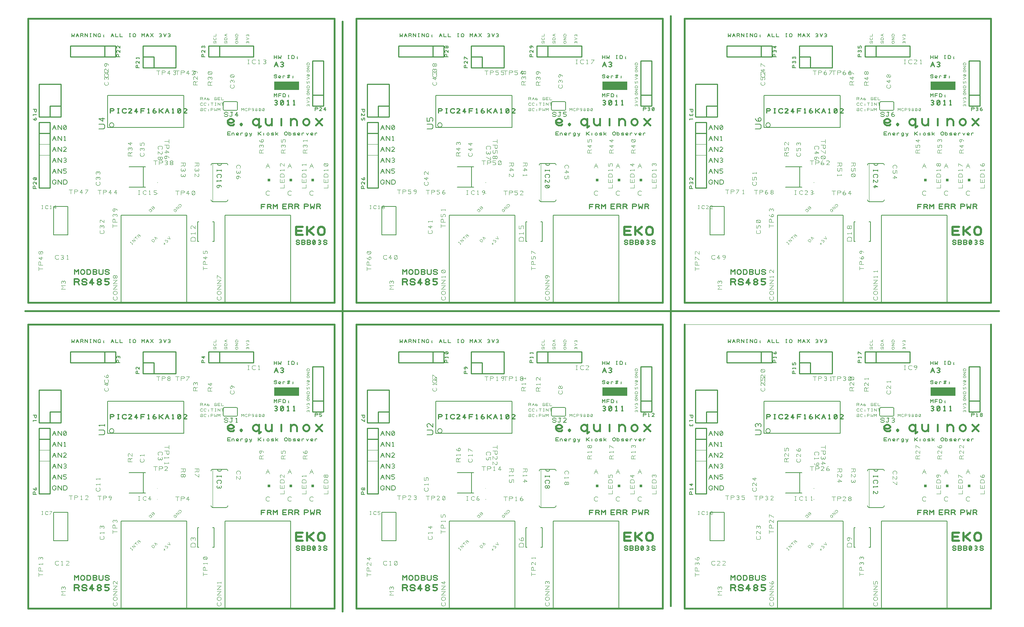
<source format=gbr>
%FSLAX23Y23*%
%MOIN*%
G04 EasyPC Gerber Version 14.0.2 Build 2922 *
%ADD123C,0.00008*%
%ADD22C,0.00100*%
%ADD119C,0.00200*%
%ADD121C,0.00320*%
%ADD107C,0.00400*%
%ADD106C,0.00448*%
%ADD115C,0.00480*%
%ADD111C,0.00500*%
%ADD129C,0.00560*%
%ADD105C,0.00600*%
%ADD124C,0.00700*%
%ADD122C,0.00720*%
%ADD118C,0.00750*%
%ADD120C,0.00800*%
%ADD112C,0.00840*%
%ADD128C,0.00850*%
%ADD96C,0.01000*%
%ADD117C,0.01064*%
%ADD116C,0.01330*%
%ADD103C,0.01600*%
%ADD126C,0.01725*%
%ADD127C,0.01900*%
X0Y0D02*
D02*
D22*
X179Y1525D02*
X279D01*
Y1725*
X179*
Y1425*
X279*
Y1525*
X179Y4325D02*
X279D01*
Y4525*
X179*
Y4225*
X279*
Y4325*
X779Y2425D02*
X469D01*
Y2325*
X779*
Y5225D02*
X469D01*
Y5125*
X779*
X879Y2425D02*
X779D01*
Y2325*
X879*
Y2425*
Y5225D02*
X779D01*
Y5125*
X879*
Y5225*
X1429Y2225D02*
Y2425D01*
X1129*
Y2225*
X1429*
Y5025D02*
Y5225D01*
X1129*
Y5025*
X1429*
X1829Y2325D02*
Y2425D01*
X1729*
Y2325*
X2139*
Y2425*
X1829*
Y5125D02*
Y5225D01*
X1729*
Y5125*
X2139*
Y5225*
X1829*
X2269Y1190D02*
X2289D01*
Y1210*
X2269*
Y1190*
G36*
X2289*
Y1210*
X2269*
Y1190*
G37*
Y3990D02*
X2289D01*
Y4010*
X2269*
Y3990*
G36*
X2289*
Y4010*
X2269*
Y3990*
G37*
X2329Y2025D02*
X2554D01*
Y2100*
X2329*
Y2025*
G36*
X2554*
Y2100*
X2329*
Y2025*
G37*
Y4825D02*
X2554D01*
Y4900*
X2329*
Y4825*
G36*
X2554*
Y4900*
X2329*
Y4825*
G37*
X2469Y1190D02*
X2489D01*
Y1210*
X2469*
Y1190*
G36*
X2489*
Y1210*
X2469*
Y1190*
G37*
Y3990D02*
X2489D01*
Y4010*
X2469*
Y3990*
G36*
X2489*
Y4010*
X2469*
Y3990*
G37*
X2669Y1190D02*
X2689D01*
Y1210*
X2669*
Y1190*
G36*
X2689*
Y1210*
X2669*
Y1190*
G37*
Y3990D02*
X2689D01*
Y4010*
X2669*
Y3990*
G36*
X2689*
Y4010*
X2669*
Y3990*
G37*
X2679Y1975D02*
X2779D01*
Y1875*
X2679*
Y2285*
X2779*
Y1975*
X2679Y4775D02*
X2779D01*
Y4675*
X2679*
Y5085*
X2779*
Y4775*
X3179Y1525D02*
X3279D01*
Y1725*
X3179*
Y1425*
X3279*
Y1525*
X3179Y4325D02*
X3279D01*
Y4525*
X3179*
Y4225*
X3279*
Y4325*
X3779Y2425D02*
X3469D01*
Y2325*
X3779*
Y5225D02*
X3469D01*
Y5125*
X3779*
X3879Y2425D02*
X3779D01*
Y2325*
X3879*
Y2425*
Y5225D02*
X3779D01*
Y5125*
X3879*
Y5225*
X4429Y2225D02*
Y2425D01*
X4129*
Y2225*
X4429*
Y5025D02*
Y5225D01*
X4129*
Y5025*
X4429*
X4829Y2325D02*
Y2425D01*
X4729*
Y2325*
X5139*
Y2425*
X4829*
Y5125D02*
Y5225D01*
X4729*
Y5125*
X5139*
Y5225*
X4829*
X5269Y1190D02*
X5289D01*
Y1210*
X5269*
Y1190*
G36*
X5289*
Y1210*
X5269*
Y1190*
G37*
Y3990D02*
X5289D01*
Y4010*
X5269*
Y3990*
G36*
X5289*
Y4010*
X5269*
Y3990*
G37*
X5329Y2025D02*
X5554D01*
Y2100*
X5329*
Y2025*
G36*
X5554*
Y2100*
X5329*
Y2025*
G37*
Y4825D02*
X5554D01*
Y4900*
X5329*
Y4825*
G36*
X5554*
Y4900*
X5329*
Y4825*
G37*
X5469Y1190D02*
X5489D01*
Y1210*
X5469*
Y1190*
G36*
X5489*
Y1210*
X5469*
Y1190*
G37*
Y3990D02*
X5489D01*
Y4010*
X5469*
Y3990*
G36*
X5489*
Y4010*
X5469*
Y3990*
G37*
X5669Y1190D02*
X5689D01*
Y1210*
X5669*
Y1190*
G36*
X5689*
Y1210*
X5669*
Y1190*
G37*
Y3990D02*
X5689D01*
Y4010*
X5669*
Y3990*
G36*
X5689*
Y4010*
X5669*
Y3990*
G37*
X5679Y1975D02*
X5779D01*
Y1875*
X5679*
Y2285*
X5779*
Y1975*
X5679Y4775D02*
X5779D01*
Y4675*
X5679*
Y5085*
X5779*
Y4775*
X6179Y1525D02*
X6279D01*
Y1725*
X6179*
Y1425*
X6279*
Y1525*
X6179Y4325D02*
X6279D01*
Y4525*
X6179*
Y4225*
X6279*
Y4325*
X6779Y2425D02*
X6469D01*
Y2325*
X6779*
Y5225D02*
X6469D01*
Y5125*
X6779*
X6879Y2425D02*
X6779D01*
Y2325*
X6879*
Y2425*
Y5225D02*
X6779D01*
Y5125*
X6879*
Y5225*
X7429Y2225D02*
Y2425D01*
X7129*
Y2225*
X7429*
Y5025D02*
Y5225D01*
X7129*
Y5025*
X7429*
X7829Y2325D02*
Y2425D01*
X7729*
Y2325*
X8139*
Y2425*
X7829*
Y5125D02*
Y5225D01*
X7729*
Y5125*
X8139*
Y5225*
X7829*
X8269Y1190D02*
X8289D01*
Y1210*
X8269*
Y1190*
G36*
X8289*
Y1210*
X8269*
Y1190*
G37*
Y3990D02*
X8289D01*
Y4010*
X8269*
Y3990*
G36*
X8289*
Y4010*
X8269*
Y3990*
G37*
X8329Y2025D02*
X8554D01*
Y2100*
X8329*
Y2025*
G36*
X8554*
Y2100*
X8329*
Y2025*
G37*
Y4825D02*
X8554D01*
Y4900*
X8329*
Y4825*
G36*
X8554*
Y4900*
X8329*
Y4825*
G37*
X8469Y1190D02*
X8489D01*
Y1210*
X8469*
Y1190*
G36*
X8489*
Y1210*
X8469*
Y1190*
G37*
Y3990D02*
X8489D01*
Y4010*
X8469*
Y3990*
G36*
X8489*
Y4010*
X8469*
Y3990*
G37*
X8669Y1190D02*
X8689D01*
Y1210*
X8669*
Y1190*
G36*
X8689*
Y1210*
X8669*
Y1190*
G37*
Y3990D02*
X8689D01*
Y4010*
X8669*
Y3990*
G36*
X8689*
Y4010*
X8669*
Y3990*
G37*
X8679Y1975D02*
X8779D01*
Y1875*
X8679*
Y2285*
X8779*
Y1975*
X8679Y4775D02*
X8779D01*
Y4675*
X8679*
Y5085*
X8779*
Y4775*
X8879Y2675D02*
X6079D01*
D02*
D96*
X179Y2075D02*
X379D01*
Y1775*
X179*
Y2075*
Y4875D02*
X379D01*
Y4575*
X179*
Y4875*
X279Y1625D02*
X179D01*
Y1125*
X279*
Y1725*
X179*
Y1625*
X279Y4425D02*
X179D01*
Y3925*
X279*
Y4525*
X179*
Y4425*
X379Y1875D02*
X279D01*
Y1775*
X379Y4675D02*
X279D01*
Y4575*
X779Y2325D02*
Y2425D01*
X466*
Y2325*
X879*
Y2425*
X779*
Y5125D02*
Y5225D01*
X466*
Y5125*
X879*
Y5225*
X779*
X1229Y2225D02*
Y2325D01*
X1129*
X1229Y5025D02*
Y5125D01*
X1129*
X1429Y2425D02*
Y2225D01*
X1129*
Y2425*
X1429*
Y5225D02*
Y5025D01*
X1129*
Y5225*
X1429*
X1829Y2425D02*
Y2325D01*
X2141*
Y2425*
X1729*
Y2325*
X1829*
Y5225D02*
Y5125D01*
X2141*
Y5225*
X1729*
Y5125*
X1829*
X2679Y1975D02*
X2779D01*
Y2288*
X2679*
Y1875*
X2779*
Y1975*
X2679Y4775D02*
X2779D01*
Y5088*
X2679*
Y4675*
X2779*
Y4775*
X3179Y2075D02*
X3379D01*
Y1775*
X3179*
Y2075*
Y4875D02*
X3379D01*
Y4575*
X3179*
Y4875*
X3279Y1625D02*
X3179D01*
Y1125*
X3279*
Y1725*
X3179*
Y1625*
X3279Y4425D02*
X3179D01*
Y3925*
X3279*
Y4525*
X3179*
Y4425*
X3379Y1875D02*
X3279D01*
Y1775*
X3379Y4675D02*
X3279D01*
Y4575*
X3779Y2325D02*
Y2425D01*
X3466*
Y2325*
X3879*
Y2425*
X3779*
Y5125D02*
Y5225D01*
X3466*
Y5125*
X3879*
Y5225*
X3779*
X4229Y2225D02*
Y2325D01*
X4129*
X4229Y5025D02*
Y5125D01*
X4129*
X4429Y2425D02*
Y2225D01*
X4129*
Y2425*
X4429*
Y5225D02*
Y5025D01*
X4129*
Y5225*
X4429*
X4829Y2425D02*
Y2325D01*
X5141*
Y2425*
X4729*
Y2325*
X4829*
Y5225D02*
Y5125D01*
X5141*
Y5225*
X4729*
Y5125*
X4829*
X5679Y1975D02*
X5779D01*
Y2288*
X5679*
Y1875*
X5779*
Y1975*
X5679Y4775D02*
X5779D01*
Y5088*
X5679*
Y4675*
X5779*
Y4775*
X6179Y2075D02*
X6379D01*
Y1775*
X6179*
Y2075*
Y4875D02*
X6379D01*
Y4575*
X6179*
Y4875*
X6279Y1625D02*
X6179D01*
Y1125*
X6279*
Y1725*
X6179*
Y1625*
X6279Y4425D02*
X6179D01*
Y3925*
X6279*
Y4525*
X6179*
Y4425*
X6379Y1875D02*
X6279D01*
Y1775*
X6379Y4675D02*
X6279D01*
Y4575*
X6779Y2325D02*
Y2425D01*
X6466*
Y2325*
X6879*
Y2425*
X6779*
Y5125D02*
Y5225D01*
X6466*
Y5125*
X6879*
Y5225*
X6779*
X7229Y2225D02*
Y2325D01*
X7129*
X7229Y5025D02*
Y5125D01*
X7129*
X7429Y2425D02*
Y2225D01*
X7129*
Y2425*
X7429*
Y5225D02*
Y5025D01*
X7129*
Y5225*
X7429*
X7829Y2425D02*
Y2325D01*
X8141*
Y2425*
X7729*
Y2325*
X7829*
Y5225D02*
Y5125D01*
X8141*
Y5225*
X7729*
Y5125*
X7829*
X8679Y1975D02*
X8779D01*
Y2288*
X8679*
Y1875*
X8779*
Y1975*
X8679Y4775D02*
X8779D01*
Y5088*
X8679*
Y4675*
X8779*
Y4775*
D02*
D103*
X54Y2800D02*
X8954D01*
X79Y2675D02*
Y75D01*
X2879*
Y2675*
X79*
Y5475D02*
Y2875D01*
X2879*
Y5475*
X79*
X2954Y5450D02*
Y50D01*
X3079Y2675D02*
Y75D01*
X5879*
Y2675*
X3079*
Y5475D02*
Y2875D01*
X5879*
Y5475*
X3079*
X5954Y100D02*
Y5500D01*
X6079Y5475D02*
Y2875D01*
X8879*
Y5475*
X6079*
X8879Y2675D02*
Y75D01*
X6079*
Y2675*
D02*
D105*
X479Y2538D02*
X481Y2508D01*
X491Y2523*
X501Y2508*
X504Y2538*
X519Y2508D02*
X531Y2538D01*
X544Y2508*
X524Y2520D02*
X539D01*
X559Y2508D02*
Y2538D01*
X576*
X581Y2535*
X584Y2530*
X581Y2525*
X576Y2523*
X559*
X576D02*
X584Y2508D01*
X599D02*
Y2538D01*
X624Y2508*
Y2538*
X646Y2508D02*
X656D01*
X651D02*
Y2538D01*
X646D02*
X656D01*
X679Y2508D02*
Y2538D01*
X704Y2508*
Y2538*
X736Y2520D02*
X744D01*
Y2518*
X741Y2513*
X739Y2510*
X734Y2508*
X729*
X724Y2510*
X721Y2513*
X719Y2518*
Y2528*
X721Y2533*
X724Y2535*
X729Y2538*
X734*
X739Y2535*
X741Y2533*
X744Y2528*
X771Y2508D02*
X774Y2510D01*
X771Y2513*
X769Y2510*
X771Y2508*
Y2520D02*
X774Y2523D01*
X771Y2525*
X769Y2523*
X771Y2520*
X839Y2508D02*
X851Y2538D01*
X864Y2508*
X844Y2520D02*
X859D01*
X879Y2538D02*
Y2508D01*
X904*
X919Y2538D02*
Y2508D01*
X944*
X1006D02*
X1016D01*
X1011D02*
Y2538D01*
X1006D02*
X1016D01*
X1039Y2518D02*
Y2528D01*
X1041Y2533*
X1044Y2535*
X1049Y2538*
X1054*
X1059Y2535*
X1061Y2533*
X1064Y2528*
Y2518*
X1061Y2513*
X1059Y2510*
X1054Y2508*
X1049*
X1044Y2510*
X1041Y2513*
X1039Y2518*
X1119Y2508D02*
Y2538D01*
X1131Y2523*
X1144Y2538*
Y2508*
X1159D02*
X1171Y2538D01*
X1184Y2508*
X1164Y2520D02*
X1179D01*
X1199Y2508D02*
X1224Y2538D01*
X1199D02*
X1224Y2508D01*
X1281Y2510D02*
X1286Y2508D01*
X1291*
X1296Y2510*
X1299Y2515*
X1296Y2520*
X1291Y2523*
X1286*
X1291D02*
X1296Y2525D01*
X1299Y2530*
X1296Y2535*
X1291Y2538*
X1286*
X1281Y2535*
X1319Y2538D02*
X1331Y2508D01*
X1344Y2538*
X1361Y2510D02*
X1366Y2508D01*
X1371*
X1376Y2510*
X1379Y2515*
X1376Y2520*
X1371Y2523*
X1366*
X1371D02*
X1376Y2525D01*
X1379Y2530*
X1376Y2535*
X1371Y2538*
X1366*
X1361Y2535*
X479Y5338D02*
X481Y5308D01*
X491Y5323*
X501Y5308*
X504Y5338*
X519Y5308D02*
X531Y5338D01*
X544Y5308*
X524Y5320D02*
X539D01*
X559Y5308D02*
Y5338D01*
X576*
X581Y5335*
X584Y5330*
X581Y5325*
X576Y5323*
X559*
X576D02*
X584Y5308D01*
X599D02*
Y5338D01*
X624Y5308*
Y5338*
X646Y5308D02*
X656D01*
X651D02*
Y5338D01*
X646D02*
X656D01*
X679Y5308D02*
Y5338D01*
X704Y5308*
Y5338*
X736Y5320D02*
X744D01*
Y5318*
X741Y5313*
X739Y5310*
X734Y5308*
X729*
X724Y5310*
X721Y5313*
X719Y5318*
Y5328*
X721Y5333*
X724Y5335*
X729Y5338*
X734*
X739Y5335*
X741Y5333*
X744Y5328*
X771Y5308D02*
X774Y5310D01*
X771Y5313*
X769Y5310*
X771Y5308*
Y5320D02*
X774Y5323D01*
X771Y5325*
X769Y5323*
X771Y5320*
X839Y5308D02*
X851Y5338D01*
X864Y5308*
X844Y5320D02*
X859D01*
X879Y5338D02*
Y5308D01*
X904*
X919Y5338D02*
Y5308D01*
X944*
X1006D02*
X1016D01*
X1011D02*
Y5338D01*
X1006D02*
X1016D01*
X1039Y5318D02*
Y5328D01*
X1041Y5333*
X1044Y5335*
X1049Y5338*
X1054*
X1059Y5335*
X1061Y5333*
X1064Y5328*
Y5318*
X1061Y5313*
X1059Y5310*
X1054Y5308*
X1049*
X1044Y5310*
X1041Y5313*
X1039Y5318*
X1119Y5308D02*
Y5338D01*
X1131Y5323*
X1144Y5338*
Y5308*
X1159D02*
X1171Y5338D01*
X1184Y5308*
X1164Y5320D02*
X1179D01*
X1199Y5308D02*
X1224Y5338D01*
X1199D02*
X1224Y5308D01*
X1281Y5310D02*
X1286Y5308D01*
X1291*
X1296Y5310*
X1299Y5315*
X1296Y5320*
X1291Y5323*
X1286*
X1291D02*
X1296Y5325D01*
X1299Y5330*
X1296Y5335*
X1291Y5338*
X1286*
X1281Y5335*
X1319Y5338D02*
X1331Y5308D01*
X1344Y5338*
X1361Y5310D02*
X1366Y5308D01*
X1371*
X1376Y5310*
X1379Y5315*
X1376Y5320*
X1371Y5323*
X1366*
X1371D02*
X1376Y5325D01*
X1379Y5330*
X1376Y5335*
X1371Y5338*
X1366*
X1361Y5335*
X807Y1971D02*
Y1679D01*
X1502*
Y1971*
X807*
Y4771D02*
Y4479D01*
X1502*
Y4771*
X807*
X865Y1701D02*
G75*
G03X823I-21D01*
G01*
G75*
G03X865I21*
G01*
Y4501D02*
G75*
G03X823I-21D01*
G01*
G75*
G03X865I21*
G01*
X1629Y636D02*
Y814D01*
Y3436D02*
Y3614D01*
X1641Y636D02*
X1629D01*
X1641Y814D02*
X1629D01*
X1641Y3436D02*
X1629D01*
X1641Y3614D02*
X1629D01*
X1752Y1015D02*
G75*
G03X1767Y1000I15D01*
G01*
X1891*
G75*
G03X1906Y1015J15*
G01*
X1752Y3815D02*
G75*
G03X1767Y3800I15D01*
G01*
X1891*
G75*
G03X1906Y3815J15*
G01*
X1779Y636D02*
X1767D01*
X1779Y636D02*
Y814D01*
Y814D02*
X1767D01*
X1779Y3436D02*
X1767D01*
X1779Y3436D02*
Y3614D01*
Y3614D02*
X1767D01*
X1809Y1350D02*
G75*
G03X1849I20D01*
G01*
X1809Y4150D02*
G75*
G03X1849I20D01*
G01*
X1864Y1905D02*
Y1845D01*
G75*
G03X1874Y1835I10*
G01*
X1984*
G75*
G03X1994Y1845J10*
G01*
Y1905*
G75*
G03X1984Y1915I-10*
G01*
X1874*
G75*
G03X1864Y1905J-10*
G01*
Y4705D02*
Y4645D01*
G75*
G03X1874Y4635I10*
G01*
X1984*
G75*
G03X1994Y4645J10*
G01*
Y4705*
G75*
G03X1984Y4715I-10*
G01*
X1874*
G75*
G03X1864Y4705J-10*
G01*
X1906Y1335D02*
G75*
G03X1891Y1350I-15D01*
G01*
X1767*
G75*
G03X1752Y1335J-15*
G01*
X1906Y4135D02*
G75*
G03X1891Y4150I-15D01*
G01*
X1767*
G75*
G03X1752Y4135J-15*
G01*
X2329Y1958D02*
Y1988D01*
X2341Y1972*
X2354Y1988*
Y1958*
X2369D02*
Y1988D01*
X2394*
X2389Y1972D02*
X2369D01*
X2409Y1958D02*
Y1988D01*
X2424*
X2429Y1985*
X2431Y1983*
X2434Y1978*
Y1968*
X2431Y1963*
X2429Y1960*
X2424Y1958*
X2409*
X2461D02*
X2464Y1960D01*
X2461Y1963*
X2459Y1960*
X2461Y1958*
Y1970D02*
X2464Y1972D01*
X2461Y1975*
X2459Y1972*
X2461Y1970*
X2329Y2140D02*
X2331Y2135D01*
X2336Y2133*
X2346*
X2351Y2135*
X2354Y2140*
X2351Y2145*
X2346Y2148*
X2336*
X2331Y2150*
X2329Y2155*
X2331Y2160*
X2336Y2163*
X2346*
X2351Y2160*
X2354Y2155*
X2389Y2135D02*
X2386Y2133D01*
X2381*
X2376*
X2371Y2135*
X2369Y2140*
Y2148*
X2371Y2150*
X2376Y2153*
X2381*
X2386Y2150*
X2389Y2148*
Y2145*
X2386Y2143*
X2381Y2140*
X2376*
X2371Y2143*
X2369Y2145*
X2409Y2133D02*
Y2153D01*
Y2145D02*
X2411Y2150D01*
X2416Y2153*
X2421*
X2426Y2150*
X2454Y2133D02*
X2459Y2163D01*
X2469D02*
X2464Y2133D01*
X2471Y2140D02*
X2449D01*
X2451Y2155D02*
X2474D01*
X2501Y2133D02*
X2504Y2135D01*
X2501Y2138*
X2499Y2135*
X2501Y2133*
Y2145D02*
X2504Y2148D01*
X2501Y2150*
X2499Y2148*
X2501Y2145*
X2329Y2308D02*
Y2338D01*
Y2322D02*
X2354D01*
Y2308D02*
Y2338D01*
X2369D02*
X2371Y2308D01*
X2381Y2322*
X2391Y2308*
X2394Y2338*
X2456Y2308D02*
X2466D01*
X2461D02*
Y2338D01*
X2456D02*
X2466D01*
X2489Y2308D02*
Y2338D01*
X2504*
X2509Y2335*
X2511Y2333*
X2514Y2328*
Y2317*
X2511Y2313*
X2509Y2310*
X2504Y2308*
X2489*
X2541D02*
X2544Y2310D01*
X2541Y2313*
X2539Y2310*
X2541Y2308*
Y2320D02*
X2544Y2322D01*
X2541Y2325*
X2539Y2322*
X2541Y2320*
X2329Y4758D02*
Y4788D01*
X2341Y4773*
X2354Y4788*
Y4758*
X2369D02*
Y4788D01*
X2394*
X2389Y4773D02*
X2369D01*
X2409Y4758D02*
Y4788D01*
X2424*
X2429Y4785*
X2431Y4782*
X2434Y4778*
Y4768*
X2431Y4763*
X2429Y4760*
X2424Y4758*
X2409*
X2461D02*
X2464Y4760D01*
X2461Y4763*
X2459Y4760*
X2461Y4758*
Y4770D02*
X2464Y4773D01*
X2461Y4775*
X2459Y4773*
X2461Y4770*
X2329Y4940D02*
X2331Y4935D01*
X2336Y4933*
X2346*
X2351Y4935*
X2354Y4940*
X2351Y4945*
X2346Y4947*
X2336*
X2331Y4950*
X2329Y4955*
X2331Y4960*
X2336Y4963*
X2346*
X2351Y4960*
X2354Y4955*
X2389Y4935D02*
X2386Y4933D01*
X2381*
X2376*
X2371Y4935*
X2369Y4940*
Y4947*
X2371Y4950*
X2376Y4953*
X2381*
X2386Y4950*
X2389Y4947*
Y4945*
X2386Y4943*
X2381Y4940*
X2376*
X2371Y4943*
X2369Y4945*
X2409Y4933D02*
Y4953D01*
Y4945D02*
X2411Y4950D01*
X2416Y4953*
X2421*
X2426Y4950*
X2454Y4933D02*
X2459Y4963D01*
X2469D02*
X2464Y4933D01*
X2471Y4940D02*
X2449D01*
X2451Y4955D02*
X2474D01*
X2501Y4933D02*
X2504Y4935D01*
X2501Y4938*
X2499Y4935*
X2501Y4933*
Y4945D02*
X2504Y4947D01*
X2501Y4950*
X2499Y4947*
X2501Y4945*
X2329Y5108D02*
Y5138D01*
Y5123D02*
X2354D01*
Y5108D02*
Y5138D01*
X2369D02*
X2371Y5108D01*
X2381Y5123*
X2391Y5108*
X2394Y5138*
X2456Y5108D02*
X2466D01*
X2461D02*
Y5138D01*
X2456D02*
X2466D01*
X2489Y5108D02*
Y5138D01*
X2504*
X2509Y5135*
X2511Y5133*
X2514Y5128*
Y5118*
X2511Y5113*
X2509Y5110*
X2504Y5108*
X2489*
X2541D02*
X2544Y5110D01*
X2541Y5113*
X2539Y5110*
X2541Y5108*
Y5120D02*
X2544Y5123D01*
X2541Y5125*
X2539Y5123*
X2541Y5120*
X3479Y2538D02*
X3481Y2508D01*
X3491Y2523*
X3501Y2508*
X3504Y2538*
X3519Y2508D02*
X3531Y2538D01*
X3544Y2508*
X3524Y2520D02*
X3539D01*
X3559Y2508D02*
Y2538D01*
X3576*
X3581Y2535*
X3584Y2530*
X3581Y2525*
X3576Y2523*
X3559*
X3576D02*
X3584Y2508D01*
X3599D02*
Y2538D01*
X3624Y2508*
Y2538*
X3646Y2508D02*
X3656D01*
X3651D02*
Y2538D01*
X3646D02*
X3656D01*
X3679Y2508D02*
Y2538D01*
X3704Y2508*
Y2538*
X3736Y2520D02*
X3744D01*
Y2518*
X3741Y2513*
X3739Y2510*
X3734Y2508*
X3729*
X3724Y2510*
X3721Y2513*
X3719Y2518*
Y2528*
X3721Y2533*
X3724Y2535*
X3729Y2538*
X3734*
X3739Y2535*
X3741Y2533*
X3744Y2528*
X3771Y2508D02*
X3774Y2510D01*
X3771Y2513*
X3769Y2510*
X3771Y2508*
Y2520D02*
X3774Y2523D01*
X3771Y2525*
X3769Y2523*
X3771Y2520*
X3839Y2508D02*
X3851Y2538D01*
X3864Y2508*
X3844Y2520D02*
X3859D01*
X3879Y2538D02*
Y2508D01*
X3904*
X3919Y2538D02*
Y2508D01*
X3944*
X4006D02*
X4016D01*
X4011D02*
Y2538D01*
X4006D02*
X4016D01*
X4039Y2518D02*
Y2528D01*
X4041Y2533*
X4044Y2535*
X4049Y2538*
X4054*
X4059Y2535*
X4061Y2533*
X4064Y2528*
Y2518*
X4061Y2513*
X4059Y2510*
X4054Y2508*
X4049*
X4044Y2510*
X4041Y2513*
X4039Y2518*
X4119Y2508D02*
Y2538D01*
X4131Y2523*
X4144Y2538*
Y2508*
X4159D02*
X4171Y2538D01*
X4184Y2508*
X4164Y2520D02*
X4179D01*
X4199Y2508D02*
X4224Y2538D01*
X4199D02*
X4224Y2508D01*
X4281Y2510D02*
X4286Y2508D01*
X4291*
X4296Y2510*
X4299Y2515*
X4296Y2520*
X4291Y2523*
X4286*
X4291D02*
X4296Y2525D01*
X4299Y2530*
X4296Y2535*
X4291Y2538*
X4286*
X4281Y2535*
X4319Y2538D02*
X4331Y2508D01*
X4344Y2538*
X4361Y2510D02*
X4366Y2508D01*
X4371*
X4376Y2510*
X4379Y2515*
X4376Y2520*
X4371Y2523*
X4366*
X4371D02*
X4376Y2525D01*
X4379Y2530*
X4376Y2535*
X4371Y2538*
X4366*
X4361Y2535*
X3479Y5338D02*
X3481Y5308D01*
X3491Y5323*
X3501Y5308*
X3504Y5338*
X3519Y5308D02*
X3531Y5338D01*
X3544Y5308*
X3524Y5320D02*
X3539D01*
X3559Y5308D02*
Y5338D01*
X3576*
X3581Y5335*
X3584Y5330*
X3581Y5325*
X3576Y5323*
X3559*
X3576D02*
X3584Y5308D01*
X3599D02*
Y5338D01*
X3624Y5308*
Y5338*
X3646Y5308D02*
X3656D01*
X3651D02*
Y5338D01*
X3646D02*
X3656D01*
X3679Y5308D02*
Y5338D01*
X3704Y5308*
Y5338*
X3736Y5320D02*
X3744D01*
Y5318*
X3741Y5313*
X3739Y5310*
X3734Y5308*
X3729*
X3724Y5310*
X3721Y5313*
X3719Y5318*
Y5328*
X3721Y5333*
X3724Y5335*
X3729Y5338*
X3734*
X3739Y5335*
X3741Y5333*
X3744Y5328*
X3771Y5308D02*
X3774Y5310D01*
X3771Y5313*
X3769Y5310*
X3771Y5308*
Y5320D02*
X3774Y5323D01*
X3771Y5325*
X3769Y5323*
X3771Y5320*
X3839Y5308D02*
X3851Y5338D01*
X3864Y5308*
X3844Y5320D02*
X3859D01*
X3879Y5338D02*
Y5308D01*
X3904*
X3919Y5338D02*
Y5308D01*
X3944*
X4006D02*
X4016D01*
X4011D02*
Y5338D01*
X4006D02*
X4016D01*
X4039Y5318D02*
Y5328D01*
X4041Y5333*
X4044Y5335*
X4049Y5338*
X4054*
X4059Y5335*
X4061Y5333*
X4064Y5328*
Y5318*
X4061Y5313*
X4059Y5310*
X4054Y5308*
X4049*
X4044Y5310*
X4041Y5313*
X4039Y5318*
X4119Y5308D02*
Y5338D01*
X4131Y5323*
X4144Y5338*
Y5308*
X4159D02*
X4171Y5338D01*
X4184Y5308*
X4164Y5320D02*
X4179D01*
X4199Y5308D02*
X4224Y5338D01*
X4199D02*
X4224Y5308D01*
X4281Y5310D02*
X4286Y5308D01*
X4291*
X4296Y5310*
X4299Y5315*
X4296Y5320*
X4291Y5323*
X4286*
X4291D02*
X4296Y5325D01*
X4299Y5330*
X4296Y5335*
X4291Y5338*
X4286*
X4281Y5335*
X4319Y5338D02*
X4331Y5308D01*
X4344Y5338*
X4361Y5310D02*
X4366Y5308D01*
X4371*
X4376Y5310*
X4379Y5315*
X4376Y5320*
X4371Y5323*
X4366*
X4371D02*
X4376Y5325D01*
X4379Y5330*
X4376Y5335*
X4371Y5338*
X4366*
X4361Y5335*
X3807Y1971D02*
Y1679D01*
X4502*
Y1971*
X3807*
Y4771D02*
Y4479D01*
X4502*
Y4771*
X3807*
X3865Y1701D02*
G75*
G03X3823I-21D01*
G01*
G75*
G03X3865I21*
G01*
Y4501D02*
G75*
G03X3823I-21D01*
G01*
G75*
G03X3865I21*
G01*
X4629Y636D02*
Y814D01*
Y3436D02*
Y3614D01*
X4641Y636D02*
X4629D01*
X4641Y814D02*
X4629D01*
X4641Y3436D02*
X4629D01*
X4641Y3614D02*
X4629D01*
X4752Y1015D02*
G75*
G03X4767Y1000I15D01*
G01*
X4891*
G75*
G03X4906Y1015J15*
G01*
X4752Y3815D02*
G75*
G03X4767Y3800I15D01*
G01*
X4891*
G75*
G03X4906Y3815J15*
G01*
X4779Y636D02*
X4767D01*
X4779Y636D02*
Y814D01*
Y814D02*
X4767D01*
X4779Y3436D02*
X4767D01*
X4779Y3436D02*
Y3614D01*
Y3614D02*
X4767D01*
X4809Y1350D02*
G75*
G03X4849I20D01*
G01*
X4809Y4150D02*
G75*
G03X4849I20D01*
G01*
X4864Y1905D02*
Y1845D01*
G75*
G03X4874Y1835I10*
G01*
X4984*
G75*
G03X4994Y1845J10*
G01*
Y1905*
G75*
G03X4984Y1915I-10*
G01*
X4874*
G75*
G03X4864Y1905J-10*
G01*
Y4705D02*
Y4645D01*
G75*
G03X4874Y4635I10*
G01*
X4984*
G75*
G03X4994Y4645J10*
G01*
Y4705*
G75*
G03X4984Y4715I-10*
G01*
X4874*
G75*
G03X4864Y4705J-10*
G01*
X4906Y1335D02*
G75*
G03X4891Y1350I-15D01*
G01*
X4767*
G75*
G03X4752Y1335J-15*
G01*
X4906Y4135D02*
G75*
G03X4891Y4150I-15D01*
G01*
X4767*
G75*
G03X4752Y4135J-15*
G01*
X5329Y1958D02*
Y1988D01*
X5341Y1972*
X5354Y1988*
Y1958*
X5369D02*
Y1988D01*
X5394*
X5389Y1972D02*
X5369D01*
X5409Y1958D02*
Y1988D01*
X5424*
X5429Y1985*
X5431Y1983*
X5434Y1978*
Y1968*
X5431Y1963*
X5429Y1960*
X5424Y1958*
X5409*
X5461D02*
X5464Y1960D01*
X5461Y1963*
X5459Y1960*
X5461Y1958*
Y1970D02*
X5464Y1972D01*
X5461Y1975*
X5459Y1972*
X5461Y1970*
X5329Y2140D02*
X5331Y2135D01*
X5336Y2133*
X5346*
X5351Y2135*
X5354Y2140*
X5351Y2145*
X5346Y2148*
X5336*
X5331Y2150*
X5329Y2155*
X5331Y2160*
X5336Y2163*
X5346*
X5351Y2160*
X5354Y2155*
X5389Y2135D02*
X5386Y2133D01*
X5381*
X5376*
X5371Y2135*
X5369Y2140*
Y2148*
X5371Y2150*
X5376Y2153*
X5381*
X5386Y2150*
X5389Y2148*
Y2145*
X5386Y2143*
X5381Y2140*
X5376*
X5371Y2143*
X5369Y2145*
X5409Y2133D02*
Y2153D01*
Y2145D02*
X5411Y2150D01*
X5416Y2153*
X5421*
X5426Y2150*
X5454Y2133D02*
X5459Y2163D01*
X5469D02*
X5464Y2133D01*
X5471Y2140D02*
X5449D01*
X5451Y2155D02*
X5474D01*
X5501Y2133D02*
X5504Y2135D01*
X5501Y2138*
X5499Y2135*
X5501Y2133*
Y2145D02*
X5504Y2148D01*
X5501Y2150*
X5499Y2148*
X5501Y2145*
X5329Y2308D02*
Y2338D01*
Y2322D02*
X5354D01*
Y2308D02*
Y2338D01*
X5369D02*
X5371Y2308D01*
X5381Y2322*
X5391Y2308*
X5394Y2338*
X5456Y2308D02*
X5466D01*
X5461D02*
Y2338D01*
X5456D02*
X5466D01*
X5489Y2308D02*
Y2338D01*
X5504*
X5509Y2335*
X5511Y2333*
X5514Y2328*
Y2317*
X5511Y2313*
X5509Y2310*
X5504Y2308*
X5489*
X5541D02*
X5544Y2310D01*
X5541Y2313*
X5539Y2310*
X5541Y2308*
Y2320D02*
X5544Y2322D01*
X5541Y2325*
X5539Y2322*
X5541Y2320*
X5329Y4758D02*
Y4788D01*
X5341Y4773*
X5354Y4788*
Y4758*
X5369D02*
Y4788D01*
X5394*
X5389Y4773D02*
X5369D01*
X5409Y4758D02*
Y4788D01*
X5424*
X5429Y4785*
X5431Y4782*
X5434Y4778*
Y4768*
X5431Y4763*
X5429Y4760*
X5424Y4758*
X5409*
X5461D02*
X5464Y4760D01*
X5461Y4763*
X5459Y4760*
X5461Y4758*
Y4770D02*
X5464Y4773D01*
X5461Y4775*
X5459Y4773*
X5461Y4770*
X5329Y4940D02*
X5331Y4935D01*
X5336Y4933*
X5346*
X5351Y4935*
X5354Y4940*
X5351Y4945*
X5346Y4947*
X5336*
X5331Y4950*
X5329Y4955*
X5331Y4960*
X5336Y4963*
X5346*
X5351Y4960*
X5354Y4955*
X5389Y4935D02*
X5386Y4933D01*
X5381*
X5376*
X5371Y4935*
X5369Y4940*
Y4947*
X5371Y4950*
X5376Y4953*
X5381*
X5386Y4950*
X5389Y4947*
Y4945*
X5386Y4943*
X5381Y4940*
X5376*
X5371Y4943*
X5369Y4945*
X5409Y4933D02*
Y4953D01*
Y4945D02*
X5411Y4950D01*
X5416Y4953*
X5421*
X5426Y4950*
X5454Y4933D02*
X5459Y4963D01*
X5469D02*
X5464Y4933D01*
X5471Y4940D02*
X5449D01*
X5451Y4955D02*
X5474D01*
X5501Y4933D02*
X5504Y4935D01*
X5501Y4938*
X5499Y4935*
X5501Y4933*
Y4945D02*
X5504Y4947D01*
X5501Y4950*
X5499Y4947*
X5501Y4945*
X5329Y5108D02*
Y5138D01*
Y5123D02*
X5354D01*
Y5108D02*
Y5138D01*
X5369D02*
X5371Y5108D01*
X5381Y5123*
X5391Y5108*
X5394Y5138*
X5456Y5108D02*
X5466D01*
X5461D02*
Y5138D01*
X5456D02*
X5466D01*
X5489Y5108D02*
Y5138D01*
X5504*
X5509Y5135*
X5511Y5133*
X5514Y5128*
Y5118*
X5511Y5113*
X5509Y5110*
X5504Y5108*
X5489*
X5541D02*
X5544Y5110D01*
X5541Y5113*
X5539Y5110*
X5541Y5108*
Y5120D02*
X5544Y5123D01*
X5541Y5125*
X5539Y5123*
X5541Y5120*
X6479Y2538D02*
X6481Y2508D01*
X6491Y2523*
X6501Y2508*
X6504Y2538*
X6519Y2508D02*
X6531Y2538D01*
X6544Y2508*
X6524Y2520D02*
X6539D01*
X6559Y2508D02*
Y2538D01*
X6576*
X6581Y2535*
X6584Y2530*
X6581Y2525*
X6576Y2523*
X6559*
X6576D02*
X6584Y2508D01*
X6599D02*
Y2538D01*
X6624Y2508*
Y2538*
X6646Y2508D02*
X6656D01*
X6651D02*
Y2538D01*
X6646D02*
X6656D01*
X6679Y2508D02*
Y2538D01*
X6704Y2508*
Y2538*
X6736Y2520D02*
X6744D01*
Y2518*
X6741Y2513*
X6739Y2510*
X6734Y2508*
X6729*
X6724Y2510*
X6721Y2513*
X6719Y2518*
Y2528*
X6721Y2533*
X6724Y2535*
X6729Y2538*
X6734*
X6739Y2535*
X6741Y2533*
X6744Y2528*
X6771Y2508D02*
X6774Y2510D01*
X6771Y2513*
X6769Y2510*
X6771Y2508*
Y2520D02*
X6774Y2523D01*
X6771Y2525*
X6769Y2523*
X6771Y2520*
X6839Y2508D02*
X6851Y2538D01*
X6864Y2508*
X6844Y2520D02*
X6859D01*
X6879Y2538D02*
Y2508D01*
X6904*
X6919Y2538D02*
Y2508D01*
X6944*
X7006D02*
X7016D01*
X7011D02*
Y2538D01*
X7006D02*
X7016D01*
X7039Y2518D02*
Y2528D01*
X7041Y2533*
X7044Y2535*
X7049Y2538*
X7054*
X7059Y2535*
X7061Y2533*
X7064Y2528*
Y2518*
X7061Y2513*
X7059Y2510*
X7054Y2508*
X7049*
X7044Y2510*
X7041Y2513*
X7039Y2518*
X7119Y2508D02*
Y2538D01*
X7131Y2523*
X7144Y2538*
Y2508*
X7159D02*
X7171Y2538D01*
X7184Y2508*
X7164Y2520D02*
X7179D01*
X7199Y2508D02*
X7224Y2538D01*
X7199D02*
X7224Y2508D01*
X7281Y2510D02*
X7286Y2508D01*
X7291*
X7296Y2510*
X7299Y2515*
X7296Y2520*
X7291Y2523*
X7286*
X7291D02*
X7296Y2525D01*
X7299Y2530*
X7296Y2535*
X7291Y2538*
X7286*
X7281Y2535*
X7319Y2538D02*
X7331Y2508D01*
X7344Y2538*
X7361Y2510D02*
X7366Y2508D01*
X7371*
X7376Y2510*
X7379Y2515*
X7376Y2520*
X7371Y2523*
X7366*
X7371D02*
X7376Y2525D01*
X7379Y2530*
X7376Y2535*
X7371Y2538*
X7366*
X7361Y2535*
X6479Y5338D02*
X6481Y5308D01*
X6491Y5323*
X6501Y5308*
X6504Y5338*
X6519Y5308D02*
X6531Y5338D01*
X6544Y5308*
X6524Y5320D02*
X6539D01*
X6559Y5308D02*
Y5338D01*
X6576*
X6581Y5335*
X6584Y5330*
X6581Y5325*
X6576Y5323*
X6559*
X6576D02*
X6584Y5308D01*
X6599D02*
Y5338D01*
X6624Y5308*
Y5338*
X6646Y5308D02*
X6656D01*
X6651D02*
Y5338D01*
X6646D02*
X6656D01*
X6679Y5308D02*
Y5338D01*
X6704Y5308*
Y5338*
X6736Y5320D02*
X6744D01*
Y5318*
X6741Y5313*
X6739Y5310*
X6734Y5308*
X6729*
X6724Y5310*
X6721Y5313*
X6719Y5318*
Y5328*
X6721Y5333*
X6724Y5335*
X6729Y5338*
X6734*
X6739Y5335*
X6741Y5333*
X6744Y5328*
X6771Y5308D02*
X6774Y5310D01*
X6771Y5313*
X6769Y5310*
X6771Y5308*
Y5320D02*
X6774Y5323D01*
X6771Y5325*
X6769Y5323*
X6771Y5320*
X6839Y5308D02*
X6851Y5338D01*
X6864Y5308*
X6844Y5320D02*
X6859D01*
X6879Y5338D02*
Y5308D01*
X6904*
X6919Y5338D02*
Y5308D01*
X6944*
X7006D02*
X7016D01*
X7011D02*
Y5338D01*
X7006D02*
X7016D01*
X7039Y5318D02*
Y5328D01*
X7041Y5333*
X7044Y5335*
X7049Y5338*
X7054*
X7059Y5335*
X7061Y5333*
X7064Y5328*
Y5318*
X7061Y5313*
X7059Y5310*
X7054Y5308*
X7049*
X7044Y5310*
X7041Y5313*
X7039Y5318*
X7119Y5308D02*
Y5338D01*
X7131Y5323*
X7144Y5338*
Y5308*
X7159D02*
X7171Y5338D01*
X7184Y5308*
X7164Y5320D02*
X7179D01*
X7199Y5308D02*
X7224Y5338D01*
X7199D02*
X7224Y5308D01*
X7281Y5310D02*
X7286Y5308D01*
X7291*
X7296Y5310*
X7299Y5315*
X7296Y5320*
X7291Y5323*
X7286*
X7291D02*
X7296Y5325D01*
X7299Y5330*
X7296Y5335*
X7291Y5338*
X7286*
X7281Y5335*
X7319Y5338D02*
X7331Y5308D01*
X7344Y5338*
X7361Y5310D02*
X7366Y5308D01*
X7371*
X7376Y5310*
X7379Y5315*
X7376Y5320*
X7371Y5323*
X7366*
X7371D02*
X7376Y5325D01*
X7379Y5330*
X7376Y5335*
X7371Y5338*
X7366*
X7361Y5335*
X6807Y1971D02*
Y1679D01*
X7502*
Y1971*
X6807*
Y4771D02*
Y4479D01*
X7502*
Y4771*
X6807*
X6865Y1701D02*
G75*
G03X6823I-21D01*
G01*
G75*
G03X6865I21*
G01*
Y4501D02*
G75*
G03X6823I-21D01*
G01*
G75*
G03X6865I21*
G01*
X7629Y636D02*
Y814D01*
Y3436D02*
Y3614D01*
X7641Y636D02*
X7629D01*
X7641Y814D02*
X7629D01*
X7641Y3436D02*
X7629D01*
X7641Y3614D02*
X7629D01*
X7752Y1015D02*
G75*
G03X7767Y1000I15D01*
G01*
X7891*
G75*
G03X7906Y1015J15*
G01*
X7752Y3815D02*
G75*
G03X7767Y3800I15D01*
G01*
X7891*
G75*
G03X7906Y3815J15*
G01*
X7779Y636D02*
X7767D01*
X7779Y636D02*
Y814D01*
Y814D02*
X7767D01*
X7779Y3436D02*
X7767D01*
X7779Y3436D02*
Y3614D01*
Y3614D02*
X7767D01*
X7809Y1350D02*
G75*
G03X7849I20D01*
G01*
X7809Y4150D02*
G75*
G03X7849I20D01*
G01*
X7864Y1905D02*
Y1845D01*
G75*
G03X7874Y1835I10*
G01*
X7984*
G75*
G03X7994Y1845J10*
G01*
Y1905*
G75*
G03X7984Y1915I-10*
G01*
X7874*
G75*
G03X7864Y1905J-10*
G01*
Y4705D02*
Y4645D01*
G75*
G03X7874Y4635I10*
G01*
X7984*
G75*
G03X7994Y4645J10*
G01*
Y4705*
G75*
G03X7984Y4715I-10*
G01*
X7874*
G75*
G03X7864Y4705J-10*
G01*
X7906Y1335D02*
G75*
G03X7891Y1350I-15D01*
G01*
X7767*
G75*
G03X7752Y1335J-15*
G01*
X7906Y4135D02*
G75*
G03X7891Y4150I-15D01*
G01*
X7767*
G75*
G03X7752Y4135J-15*
G01*
X8329Y1958D02*
Y1988D01*
X8341Y1972*
X8354Y1988*
Y1958*
X8369D02*
Y1988D01*
X8394*
X8389Y1972D02*
X8369D01*
X8409Y1958D02*
Y1988D01*
X8424*
X8429Y1985*
X8431Y1983*
X8434Y1978*
Y1968*
X8431Y1963*
X8429Y1960*
X8424Y1958*
X8409*
X8461D02*
X8464Y1960D01*
X8461Y1963*
X8459Y1960*
X8461Y1958*
Y1970D02*
X8464Y1972D01*
X8461Y1975*
X8459Y1972*
X8461Y1970*
X8329Y2140D02*
X8331Y2135D01*
X8336Y2133*
X8346*
X8351Y2135*
X8354Y2140*
X8351Y2145*
X8346Y2148*
X8336*
X8331Y2150*
X8329Y2155*
X8331Y2160*
X8336Y2163*
X8346*
X8351Y2160*
X8354Y2155*
X8389Y2135D02*
X8386Y2133D01*
X8381*
X8376*
X8371Y2135*
X8369Y2140*
Y2148*
X8371Y2150*
X8376Y2153*
X8381*
X8386Y2150*
X8389Y2148*
Y2145*
X8386Y2143*
X8381Y2140*
X8376*
X8371Y2143*
X8369Y2145*
X8409Y2133D02*
Y2153D01*
Y2145D02*
X8411Y2150D01*
X8416Y2153*
X8421*
X8426Y2150*
X8454Y2133D02*
X8459Y2163D01*
X8469D02*
X8464Y2133D01*
X8471Y2140D02*
X8449D01*
X8451Y2155D02*
X8474D01*
X8501Y2133D02*
X8504Y2135D01*
X8501Y2138*
X8499Y2135*
X8501Y2133*
Y2145D02*
X8504Y2148D01*
X8501Y2150*
X8499Y2148*
X8501Y2145*
X8329Y2308D02*
Y2338D01*
Y2322D02*
X8354D01*
Y2308D02*
Y2338D01*
X8369D02*
X8371Y2308D01*
X8381Y2322*
X8391Y2308*
X8394Y2338*
X8456Y2308D02*
X8466D01*
X8461D02*
Y2338D01*
X8456D02*
X8466D01*
X8489Y2308D02*
Y2338D01*
X8504*
X8509Y2335*
X8511Y2333*
X8514Y2328*
Y2317*
X8511Y2313*
X8509Y2310*
X8504Y2308*
X8489*
X8541D02*
X8544Y2310D01*
X8541Y2313*
X8539Y2310*
X8541Y2308*
Y2320D02*
X8544Y2322D01*
X8541Y2325*
X8539Y2322*
X8541Y2320*
X8329Y4758D02*
Y4788D01*
X8341Y4773*
X8354Y4788*
Y4758*
X8369D02*
Y4788D01*
X8394*
X8389Y4773D02*
X8369D01*
X8409Y4758D02*
Y4788D01*
X8424*
X8429Y4785*
X8431Y4782*
X8434Y4778*
Y4768*
X8431Y4763*
X8429Y4760*
X8424Y4758*
X8409*
X8461D02*
X8464Y4760D01*
X8461Y4763*
X8459Y4760*
X8461Y4758*
Y4770D02*
X8464Y4773D01*
X8461Y4775*
X8459Y4773*
X8461Y4770*
X8329Y4940D02*
X8331Y4935D01*
X8336Y4933*
X8346*
X8351Y4935*
X8354Y4940*
X8351Y4945*
X8346Y4947*
X8336*
X8331Y4950*
X8329Y4955*
X8331Y4960*
X8336Y4963*
X8346*
X8351Y4960*
X8354Y4955*
X8389Y4935D02*
X8386Y4933D01*
X8381*
X8376*
X8371Y4935*
X8369Y4940*
Y4947*
X8371Y4950*
X8376Y4953*
X8381*
X8386Y4950*
X8389Y4947*
Y4945*
X8386Y4943*
X8381Y4940*
X8376*
X8371Y4943*
X8369Y4945*
X8409Y4933D02*
Y4953D01*
Y4945D02*
X8411Y4950D01*
X8416Y4953*
X8421*
X8426Y4950*
X8454Y4933D02*
X8459Y4963D01*
X8469D02*
X8464Y4933D01*
X8471Y4940D02*
X8449D01*
X8451Y4955D02*
X8474D01*
X8501Y4933D02*
X8504Y4935D01*
X8501Y4938*
X8499Y4935*
X8501Y4933*
Y4945D02*
X8504Y4947D01*
X8501Y4950*
X8499Y4947*
X8501Y4945*
X8329Y5108D02*
Y5138D01*
Y5123D02*
X8354D01*
Y5108D02*
Y5138D01*
X8369D02*
X8371Y5108D01*
X8381Y5123*
X8391Y5108*
X8394Y5138*
X8456Y5108D02*
X8466D01*
X8461D02*
Y5138D01*
X8456D02*
X8466D01*
X8489Y5108D02*
Y5138D01*
X8504*
X8509Y5135*
X8511Y5133*
X8514Y5128*
Y5118*
X8511Y5113*
X8509Y5110*
X8504Y5108*
X8489*
X8541D02*
X8544Y5110D01*
X8541Y5113*
X8539Y5110*
X8541Y5108*
Y5120D02*
X8544Y5123D01*
X8541Y5125*
X8539Y5123*
X8541Y5120*
D02*
D106*
X1608Y640D02*
X1566D01*
Y661*
X1570Y668*
X1573Y672*
X1580Y675*
X1594*
X1601Y672*
X1605Y668*
X1608Y661*
Y640*
X1605Y700D02*
X1608Y707D01*
Y714*
X1605Y721*
X1598Y724*
X1591Y721*
X1587Y714*
Y707*
Y714D02*
X1584Y721D01*
X1577Y724*
X1570Y721*
X1566Y714*
Y707*
X1570Y700*
X1608Y3440D02*
X1566D01*
Y3461*
X1570Y3468*
X1573Y3472*
X1580Y3475*
X1594*
X1601Y3472*
X1605Y3468*
X1608Y3461*
Y3440*
Y3503D02*
Y3517D01*
Y3510D02*
X1566D01*
X1573Y3503*
X1608Y3580D02*
Y3552D01*
X1584Y3577*
X1577Y3580*
X1570Y3577*
X1566Y3570*
Y3559*
X1570Y3552*
X4608Y640D02*
X4566D01*
Y661*
X4570Y668*
X4573Y672*
X4580Y675*
X4594*
X4601Y672*
X4605Y668*
X4608Y661*
Y640*
X4598Y696D02*
X4591Y700D01*
X4587Y707*
Y714*
X4591Y721*
X4598Y724*
X4605Y721*
X4608Y714*
Y707*
X4605Y700*
X4598Y696*
X4587*
X4577Y700*
X4570Y707*
X4566Y714*
X4608Y3440D02*
X4566D01*
Y3461*
X4570Y3468*
X4573Y3472*
X4580Y3475*
X4594*
X4601Y3472*
X4605Y3468*
X4608Y3461*
Y3440*
Y3503D02*
Y3517D01*
Y3510D02*
X4566D01*
X4573Y3503*
X4605Y3552D02*
X4608Y3559D01*
Y3570*
X4605Y3577*
X4598Y3580*
X4594*
X4587Y3577*
X4584Y3570*
Y3552*
X4566*
Y3580*
X7608Y640D02*
X7566D01*
Y661*
X7570Y668*
X7573Y672*
X7580Y675*
X7594*
X7601Y672*
X7605Y668*
X7608Y661*
Y640*
Y707D02*
X7605Y714D01*
X7598Y721*
X7587Y724*
X7577*
X7570Y721*
X7566Y714*
Y707*
X7570Y700*
X7577Y696*
X7584Y700*
X7587Y707*
Y714*
X7584Y721*
X7577Y724*
X7608Y3440D02*
X7566D01*
Y3461*
X7570Y3468*
X7573Y3472*
X7580Y3475*
X7594*
X7601Y3472*
X7605Y3468*
X7608Y3461*
Y3440*
Y3503D02*
Y3517D01*
Y3510D02*
X7566D01*
X7573Y3503*
X7587Y3563D02*
Y3570D01*
X7584Y3577*
X7577Y3580*
X7570Y3577*
X7566Y3570*
Y3563*
X7570Y3556*
X7577Y3552*
X7584Y3556*
X7587Y3563*
X7591Y3556*
X7598Y3552*
X7605Y3556*
X7608Y3563*
Y3570*
X7605Y3577*
X7598Y3580*
X7591Y3577*
X7587Y3570*
D02*
D107*
X213Y386D02*
X175D01*
Y370D02*
Y402D01*
X213Y420D02*
X175D01*
Y442*
X178Y449*
X185Y452*
X191Y449*
X194Y442*
Y420*
X213Y477D02*
Y489D01*
Y483D02*
X175D01*
X182Y477*
X210Y524D02*
X213Y530D01*
Y536*
X210Y542*
X203Y545*
X197Y542*
X194Y536*
Y530*
Y536D02*
X191Y542D01*
X185Y545*
X178Y542*
X175Y536*
Y530*
X178Y524*
X213Y3186D02*
X175D01*
Y3170D02*
Y3202D01*
X213Y3220D02*
X175D01*
Y3242*
X178Y3249*
X185Y3252*
X191Y3249*
X194Y3242*
Y3220*
X213Y3286D02*
X175D01*
X200Y3270*
Y3295*
X194Y3330D02*
Y3336D01*
X191Y3342*
X185Y3345*
X178Y3342*
X175Y3336*
Y3330*
X178Y3324*
X185Y3320*
X191Y3324*
X194Y3330*
X197Y3324*
X203Y3320*
X210Y3324*
X213Y3330*
Y3336*
X210Y3342*
X203Y3345*
X197Y3342*
X194Y3336*
X358Y479D02*
X355Y475D01*
X349Y472*
X339*
X333Y475*
X330Y479*
X327Y485*
Y497*
X330Y504*
X333Y507*
X339Y510*
X349*
X355Y507*
X358Y504*
X383Y472D02*
X396D01*
X389D02*
Y510D01*
X383Y504*
X452Y472D02*
X427D01*
X449Y494*
X452Y500*
X449Y507*
X443Y510*
X433*
X427Y507*
X358Y3279D02*
X355Y3275D01*
X349Y3272*
X339*
X333Y3275*
X330Y3279*
X327Y3285*
Y3297*
X330Y3304*
X333Y3307*
X339Y3310*
X349*
X355Y3307*
X358Y3304*
X380Y3275D02*
X386Y3272D01*
X393*
X399Y3275*
X402Y3282*
X399Y3288*
X393Y3291*
X386*
X393D02*
X399Y3294D01*
X402Y3300*
X399Y3307*
X393Y3310*
X386*
X380Y3307*
X433Y3272D02*
X446D01*
X439D02*
Y3310D01*
X433Y3304*
X419Y200D02*
X382D01*
X401Y216*
X382Y231*
X419*
X416Y253D02*
X419Y259D01*
Y266*
X416Y272*
X410Y275*
X404Y272*
X401Y266*
Y259*
Y266D02*
X398Y272D01*
X391Y275*
X385Y272*
X382Y266*
Y259*
X385Y253*
X419Y3000D02*
X382D01*
X401Y3016*
X382Y3031*
X419*
X416Y3053D02*
X419Y3059D01*
Y3066*
X416Y3072*
X410Y3075*
X404Y3072*
X401Y3066*
Y3059*
Y3066D02*
X398Y3072D01*
X391Y3075*
X385Y3072*
X382Y3066*
Y3059*
X385Y3053*
X469Y1072D02*
Y1109D01*
X453D02*
X484D01*
X503Y1072D02*
Y1109D01*
X525*
X531Y1106*
X534Y1100*
X531Y1094*
X525Y1091*
X503*
X559Y1072D02*
X572D01*
X566D02*
Y1109D01*
X559Y1103*
X628Y1072D02*
X603D01*
X625Y1094*
X628Y1100*
X625Y1106*
X619Y1109*
X609*
X603Y1106*
X469Y3872D02*
Y3909D01*
X453D02*
X484D01*
X503Y3872D02*
Y3909D01*
X525*
X531Y3906*
X534Y3900*
X531Y3894*
X525Y3891*
X503*
X569Y3872D02*
Y3909D01*
X553Y3884*
X578*
X603Y3872D02*
X628Y3909D01*
X603*
X732Y1069D02*
Y1106D01*
X716D02*
X747D01*
X766Y1069D02*
Y1106D01*
X788*
X794Y1103*
X797Y1097*
X794Y1091*
X788Y1088*
X766*
X826Y1069D02*
X832Y1072D01*
X838Y1078*
X841Y1088*
Y1097*
X838Y1103*
X832Y1106*
X826*
X819Y1103*
X816Y1097*
X819Y1091*
X826Y1088*
X832*
X838Y1091*
X841Y1097*
X732Y3869D02*
Y3906D01*
X716D02*
X747D01*
X766Y3869D02*
Y3906D01*
X788*
X794Y3903*
X797Y3897*
X794Y3891*
X788Y3888*
X766*
X832Y3869D02*
Y3906D01*
X816Y3881*
X841*
X882Y3869D02*
Y3906D01*
X866Y3881*
X891*
X731Y1181D02*
X734Y1178D01*
X737Y1172*
Y1163*
X734Y1156*
X731Y1153*
X724Y1150*
X712*
X706Y1153*
X703Y1156*
X699Y1163*
Y1172*
X703Y1178*
X706Y1181*
X737Y1206D02*
Y1219D01*
Y1213D02*
X699D01*
X706Y1206*
X737Y1256D02*
Y1269D01*
Y1263D02*
X699D01*
X706Y1256*
X731Y3981D02*
X734Y3978D01*
X737Y3972*
Y3963*
X734Y3956*
X731Y3953*
X724Y3950*
X712*
X706Y3953*
X703Y3956*
X699Y3963*
Y3972*
X703Y3978*
X706Y3981*
X734Y4003D02*
X737Y4009D01*
Y4016*
X734Y4022*
X728Y4025*
X721Y4022*
X718Y4016*
Y4009*
Y4016D02*
X715Y4022D01*
X709Y4025*
X703Y4022*
X699Y4016*
Y4009*
X703Y4003*
X734Y4053D02*
X737Y4059D01*
Y4066*
X734Y4072*
X728Y4075*
X721Y4072*
X718Y4066*
Y4059*
Y4066D02*
X715Y4072D01*
X709Y4075*
X703Y4072*
X699Y4066*
Y4059*
X703Y4053*
X766Y738D02*
X769Y735D01*
X773Y729*
Y719*
X769Y713*
X766Y710*
X760Y707*
X748*
X741Y710*
X738Y713*
X735Y719*
Y729*
X738Y735*
X741Y738*
X773Y763D02*
Y776D01*
Y769D02*
X735D01*
X741Y763*
X769Y810D02*
X773Y816D01*
Y823*
X769Y829*
X763Y832*
X757Y829*
X754Y823*
Y816*
Y823D02*
X751Y829D01*
X744Y832*
X738Y829*
X735Y823*
Y816*
X738Y810*
X766Y3538D02*
X769Y3535D01*
X773Y3529*
Y3519*
X769Y3513*
X766Y3510*
X760Y3507*
X748*
X741Y3510*
X738Y3513*
X735Y3519*
Y3529*
X738Y3535*
X741Y3538*
X769Y3560D02*
X773Y3566D01*
Y3573*
X769Y3579*
X763Y3582*
X757Y3579*
X754Y3573*
Y3566*
Y3573D02*
X751Y3579D01*
X744Y3582*
X738Y3579*
X735Y3573*
Y3566*
X738Y3560*
X773Y3632D02*
Y3607D01*
X751Y3629*
X744Y3632*
X738Y3629*
X735Y3623*
Y3613*
X738Y3607*
X808Y2096D02*
X811Y2093D01*
X814Y2087*
Y2078*
X811Y2071*
X808Y2068*
X802Y2065*
X789*
X783Y2068*
X780Y2071*
X777Y2078*
Y2087*
X780Y2093*
X783Y2096*
X814Y2131D02*
X777D01*
X802Y2115*
Y2140*
X808Y2171D02*
X811Y2168D01*
X814Y2162*
Y2153*
X811Y2146*
X808Y2143*
X802Y2140*
X789*
X783Y2143*
X780Y2146*
X777Y2153*
Y2162*
X780Y2168*
X783Y2171*
X805Y2190D02*
X799Y2193D01*
X796Y2199*
Y2206*
X799Y2212*
X805Y2215*
X811Y2212*
X814Y2206*
Y2199*
X811Y2193*
X805Y2190*
X796*
X786Y2193*
X780Y2199*
X777Y2206*
X808Y4896D02*
X811Y4893D01*
X814Y4887*
Y4878*
X811Y4871*
X808Y4868*
X802Y4865*
X789*
X783Y4868*
X780Y4871*
X777Y4878*
Y4887*
X780Y4893*
X783Y4896*
X811Y4918D02*
X814Y4924D01*
Y4931*
X811Y4937*
X805Y4940*
X799Y4937*
X796Y4931*
Y4924*
Y4931D02*
X793Y4937D01*
X786Y4940*
X780Y4937*
X777Y4931*
Y4924*
X780Y4918*
X814Y4981D02*
X777D01*
X802Y4965*
Y4990*
X808Y4971D02*
X811Y4968D01*
X814Y4962*
Y4953*
X811Y4946*
X808Y4943*
X802Y4940*
X789*
X783Y4943*
X780Y4946*
X777Y4953*
Y4962*
X780Y4968*
X783Y4971*
X814Y5015D02*
Y4990D01*
X793Y5012*
X786Y5015*
X780Y5012*
X777Y5006*
Y4996*
X780Y4990*
X814Y5049D02*
X811Y5056D01*
X805Y5062*
X796Y5065*
X786*
X780Y5062*
X777Y5056*
Y5049*
X780Y5043*
X786Y5040*
X793Y5043*
X796Y5049*
Y5056*
X793Y5062*
X786Y5065*
X892Y777D02*
X854D01*
Y761D02*
Y793D01*
X892Y811D02*
X854D01*
Y833*
X857Y840*
X864Y843*
X870Y840*
X873Y833*
Y811*
X889Y865D02*
X892Y871D01*
Y877*
X889Y883*
X882Y886*
X876Y883*
X873Y877*
Y871*
Y877D02*
X870Y883D01*
X864Y886*
X857Y883*
X854Y877*
Y871*
X857Y865*
X892Y3577D02*
X854D01*
Y3561D02*
Y3593D01*
X892Y3611D02*
X854D01*
Y3633*
X857Y3640*
X864Y3643*
X870Y3640*
X873Y3633*
Y3611*
X889Y3665D02*
X892Y3671D01*
Y3677*
X889Y3683*
X882Y3686*
X876Y3683*
X873Y3677*
Y3671*
Y3677D02*
X870Y3683D01*
X864Y3686*
X857Y3683*
X854Y3677*
Y3671*
X857Y3665*
X892Y3721D02*
X889Y3727D01*
X882Y3733*
X873Y3736*
X864*
X857Y3733*
X854Y3727*
Y3721*
X857Y3715*
X864Y3711*
X870Y3715*
X873Y3721*
Y3727*
X870Y3733*
X864Y3736*
X888Y131D02*
X891Y128D01*
X894Y122*
Y113*
X891Y106*
X888Y103*
X882Y100*
X869*
X863Y103*
X860Y106*
X857Y113*
Y122*
X860Y128*
X863Y131*
X882Y150D02*
X869D01*
X863Y153*
X860Y156*
X857Y163*
Y169*
X860Y175*
X863Y178*
X869Y181*
X882*
X888Y178*
X891Y175*
X894Y169*
Y163*
X891Y156*
X888Y153*
X882Y150*
X894Y200D02*
X857D01*
X894Y231*
X857*
X894Y250D02*
X857D01*
X894Y281*
X857*
X894Y325D02*
Y300D01*
X873Y322*
X866Y325*
X860Y322*
X857Y316*
Y306*
X860Y300*
X888Y2931D02*
X891Y2928D01*
X894Y2922*
Y2913*
X891Y2906*
X888Y2903*
X882Y2900*
X869*
X863Y2903*
X860Y2906*
X857Y2913*
Y2922*
X860Y2928*
X863Y2931*
X882Y2950D02*
X869D01*
X863Y2953*
X860Y2956*
X857Y2963*
Y2969*
X860Y2975*
X863Y2978*
X869Y2981*
X882*
X888Y2978*
X891Y2975*
X894Y2969*
Y2963*
X891Y2956*
X888Y2953*
X882Y2950*
X894Y3000D02*
X857D01*
X894Y3031*
X857*
X894Y3050D02*
X857D01*
X894Y3081*
X857*
X876Y3109D02*
Y3116D01*
X873Y3122*
X866Y3125*
X860Y3122*
X857Y3116*
Y3109*
X860Y3103*
X866Y3100*
X873Y3103*
X876Y3109*
X879Y3103*
X885Y3100*
X891Y3103*
X894Y3109*
Y3116*
X891Y3122*
X885Y3125*
X879Y3122*
X876Y3116*
X1029Y1420D02*
X992D01*
Y1442*
X995Y1448*
X1001Y1451*
X1008Y1448*
X1011Y1442*
Y1420*
Y1442D02*
X1029Y1451D01*
Y1495D02*
Y1470D01*
X1008Y1492*
X1001Y1495*
X995Y1492*
X992Y1486*
Y1476*
X995Y1470*
X1029Y4220D02*
X992D01*
Y4242*
X995Y4248*
X1001Y4251*
X1008Y4248*
X1011Y4242*
Y4220*
Y4242D02*
X1029Y4251D01*
X1026Y4273D02*
X1029Y4279D01*
Y4286*
X1026Y4292*
X1020Y4295*
X1014Y4292*
X1011Y4286*
Y4279*
Y4286D02*
X1008Y4292D01*
X1001Y4295*
X995Y4292*
X992Y4286*
Y4279*
X995Y4273*
X1029Y4336D02*
X992D01*
X1017Y4320*
Y4345*
X1088Y1064D02*
X1101D01*
X1094D02*
Y1102D01*
X1088D02*
X1101D01*
X1160Y1071D02*
X1157Y1067D01*
X1151Y1064*
X1141*
X1135Y1067*
X1132Y1071*
X1129Y1077*
Y1089*
X1132Y1096*
X1135Y1099*
X1141Y1102*
X1151*
X1157Y1099*
X1160Y1096*
X1194Y1064D02*
Y1102D01*
X1179Y1077*
X1204*
X1088Y3864D02*
X1101D01*
X1094D02*
Y3902D01*
X1088D02*
X1101D01*
X1160Y3871D02*
X1157Y3868D01*
X1151Y3864*
X1141*
X1135Y3868*
X1132Y3871*
X1129Y3877*
Y3889*
X1132Y3896*
X1135Y3899*
X1141Y3902*
X1151*
X1157Y3899*
X1160Y3896*
X1185Y3864D02*
X1198D01*
X1191D02*
Y3902D01*
X1185Y3896*
X1229Y3868D02*
X1235Y3864D01*
X1244*
X1251Y3868*
X1254Y3874*
Y3877*
X1251Y3883*
X1244Y3886*
X1229*
Y3902*
X1254*
X1133Y1446D02*
X1136Y1443D01*
X1139Y1437*
Y1428*
X1136Y1421*
X1133Y1418*
X1127Y1415*
X1114*
X1108Y1418*
X1105Y1421*
X1102Y1428*
Y1437*
X1105Y1443*
X1108Y1446*
X1139Y1471D02*
Y1484D01*
Y1478D02*
X1102D01*
X1108Y1471*
X1133Y4246D02*
X1136Y4243D01*
X1139Y4237*
Y4228*
X1136Y4221*
X1133Y4218*
X1127Y4215*
X1114*
X1108Y4218*
X1105Y4221*
X1102Y4228*
Y4237*
X1105Y4243*
X1108Y4246*
X1136Y4268D02*
X1139Y4274D01*
Y4281*
X1136Y4287*
X1130Y4290*
X1124Y4287*
X1121Y4281*
Y4274*
Y4281D02*
X1117Y4287D01*
X1111Y4290*
X1105Y4287*
X1102Y4281*
Y4274*
X1105Y4268*
X1136Y4315D02*
X1139Y4321D01*
Y4331*
X1136Y4337*
X1130Y4340*
X1127*
X1121Y4337*
X1117Y4331*
Y4315*
X1102*
Y4340*
X1244Y1337D02*
Y1374D01*
X1228D02*
X1259D01*
X1278Y1337D02*
Y1374D01*
X1300*
X1306Y1371*
X1309Y1365*
X1306Y1359*
X1300Y1356*
X1278*
X1353Y1337D02*
X1328D01*
X1350Y1359*
X1353Y1365*
X1350Y1371*
X1344Y1374*
X1334*
X1328Y1371*
X1244Y4137D02*
Y4174D01*
X1228D02*
X1259D01*
X1278Y4137D02*
Y4174D01*
X1300*
X1306Y4171*
X1309Y4165*
X1306Y4159*
X1300Y4156*
X1278*
X1331Y4140D02*
X1338Y4137D01*
X1344*
X1350Y4140*
X1353Y4146*
X1350Y4153*
X1344Y4156*
X1338*
X1344D02*
X1350Y4159D01*
X1353Y4165*
X1350Y4171*
X1344Y4174*
X1338*
X1331Y4171*
X1388Y4156D02*
X1394D01*
X1400Y4159*
X1403Y4165*
X1400Y4171*
X1394Y4174*
X1388*
X1381Y4171*
X1378Y4165*
X1381Y4159*
X1388Y4156*
X1381Y4153*
X1378Y4146*
X1381Y4140*
X1388Y4137*
X1394*
X1400Y4140*
X1403Y4146*
X1400Y4153*
X1394Y4156*
X1269Y2162D02*
Y2199D01*
X1253D02*
X1284D01*
X1303Y2162D02*
Y2199D01*
X1325*
X1331Y2196*
X1334Y2190*
X1331Y2184*
X1325Y2181*
X1303*
X1363D02*
X1369D01*
X1375Y2184*
X1378Y2190*
X1375Y2196*
X1369Y2199*
X1363*
X1356Y2196*
X1353Y2190*
X1356Y2184*
X1363Y2181*
X1356Y2178*
X1353Y2171*
X1356Y2165*
X1363Y2162*
X1369*
X1375Y2165*
X1378Y2171*
X1375Y2178*
X1369Y2181*
X1269Y4962D02*
Y4999D01*
X1253D02*
X1284D01*
X1303Y4962D02*
Y4999D01*
X1325*
X1331Y4996*
X1334Y4990*
X1331Y4984*
X1325Y4981*
X1303*
X1369Y4962D02*
Y4999D01*
X1353Y4974*
X1378*
X1406Y4965D02*
X1413Y4962D01*
X1419*
X1425Y4965*
X1428Y4971*
X1425Y4978*
X1419Y4981*
X1413*
X1419D02*
X1425Y4984D01*
X1428Y4990*
X1425Y4996*
X1419Y4999*
X1413*
X1406Y4996*
X1274Y1479D02*
X1271Y1482D01*
X1268Y1488*
Y1498*
X1271Y1504*
X1274Y1507*
X1281Y1510*
X1293*
X1299Y1507*
X1303Y1504*
X1306Y1498*
Y1488*
X1303Y1482*
X1299Y1479*
X1271Y1457D02*
X1268Y1451D01*
Y1444*
X1271Y1438*
X1278Y1435*
X1284Y1438*
X1287Y1444*
Y1451*
Y1444D02*
X1290Y1438D01*
X1296Y1435*
X1303Y1438*
X1306Y1444*
Y1451*
X1303Y1457*
X1274Y4279D02*
X1271Y4282D01*
X1268Y4288*
Y4298*
X1271Y4304*
X1274Y4307*
X1281Y4310*
X1293*
X1299Y4307*
X1303Y4304*
X1306Y4298*
Y4288*
X1303Y4282*
X1299Y4279*
X1268Y4235D02*
Y4260D01*
X1290Y4238*
X1296Y4235*
X1303Y4238*
X1306Y4244*
Y4254*
X1303Y4260*
X1287Y4201D02*
Y4194D01*
X1290Y4188*
X1296Y4185*
X1303Y4188*
X1306Y4194*
Y4201*
X1303Y4207*
X1296Y4210*
X1290Y4207*
X1287Y4201*
X1284Y4207*
X1278Y4210*
X1271Y4207*
X1268Y4201*
Y4194*
X1271Y4188*
X1278Y4185*
X1284Y4188*
X1287Y4194*
X1328Y1552D02*
X1365D01*
Y1568D02*
Y1536D01*
X1328Y1518D02*
X1365D01*
Y1496*
X1362Y1489*
X1356Y1486*
X1350Y1489*
X1346Y1496*
Y1518*
X1328Y1461D02*
Y1449D01*
Y1455D02*
X1365D01*
X1359Y1461*
X1328Y1411D02*
Y1399D01*
Y1405D02*
X1365D01*
X1359Y1411*
X1328Y4352D02*
X1365D01*
Y4368D02*
Y4336D01*
X1328Y4318D02*
X1365D01*
Y4296*
X1362Y4289*
X1356Y4286*
X1350Y4289*
X1346Y4296*
Y4318*
X1328Y4252D02*
X1365D01*
X1340Y4268*
Y4243*
X1337Y4218D02*
X1343Y4214D01*
X1346Y4208*
Y4202*
X1343Y4196*
X1337Y4193*
X1331Y4196*
X1328Y4202*
Y4208*
X1331Y4214*
X1337Y4218*
X1346*
X1356Y4214*
X1362Y4208*
X1365Y4202*
X1444Y1062D02*
Y1099D01*
X1428D02*
X1459D01*
X1478Y1062D02*
Y1099D01*
X1500*
X1506Y1096*
X1509Y1090*
X1506Y1084*
X1500Y1081*
X1478*
X1544Y1062D02*
Y1099D01*
X1528Y1074*
X1553*
X1444Y2162D02*
Y2199D01*
X1428D02*
X1459D01*
X1478Y2162D02*
Y2199D01*
X1500*
X1506Y2196*
X1509Y2190*
X1506Y2184*
X1500Y2181*
X1478*
X1528Y2162D02*
X1553Y2199D01*
X1528*
X1444Y3862D02*
Y3899D01*
X1428D02*
X1459D01*
X1478Y3862D02*
Y3899D01*
X1500*
X1506Y3896*
X1509Y3890*
X1506Y3884*
X1500Y3881*
X1478*
X1544Y3862D02*
Y3899D01*
X1528Y3874*
X1553*
X1581Y3865D02*
X1588Y3862D01*
X1594*
X1600Y3865*
X1603Y3871*
Y3890*
X1600Y3896*
X1594Y3899*
X1588*
X1581Y3896*
X1578Y3890*
Y3871*
X1581Y3865*
X1600Y3896*
X1444Y4962D02*
Y4999D01*
X1428D02*
X1459D01*
X1478Y4962D02*
Y4999D01*
X1500*
X1506Y4996*
X1509Y4990*
X1506Y4984*
X1500Y4981*
X1478*
X1544Y4962D02*
Y4999D01*
X1528Y4974*
X1553*
X1603Y4962D02*
X1578D01*
X1600Y4984*
X1603Y4990*
X1600Y4996*
X1594Y4999*
X1584*
X1578Y4996*
X1478Y1355D02*
X1516D01*
Y1333*
X1513Y1327*
X1506Y1324*
X1500Y1327*
X1497Y1333*
Y1355*
Y1333D02*
X1478Y1324D01*
X1497Y1296D02*
Y1289D01*
X1500Y1283*
X1506Y1280*
X1513Y1283*
X1516Y1289*
Y1296*
X1513Y1302*
X1506Y1305*
X1500Y1302*
X1497Y1296*
X1494Y1302*
X1488Y1305*
X1481Y1302*
X1478Y1296*
Y1289*
X1481Y1283*
X1488Y1280*
X1494Y1283*
X1497Y1289*
X1478Y4155D02*
X1516D01*
Y4133*
X1513Y4127*
X1506Y4124*
X1500Y4127*
X1497Y4133*
Y4155*
Y4133D02*
X1478Y4124D01*
X1481Y4102D02*
X1478Y4096D01*
Y4089*
X1481Y4083*
X1488Y4080*
X1494Y4083*
X1497Y4089*
Y4096*
Y4089D02*
X1500Y4083D01*
X1506Y4080*
X1513Y4083*
X1516Y4089*
Y4096*
X1513Y4102*
X1481Y4052D02*
X1478Y4046D01*
Y4039*
X1481Y4033*
X1488Y4030*
X1494Y4033*
X1497Y4039*
Y4046*
Y4039D02*
X1500Y4033D01*
X1506Y4030*
X1513Y4033*
X1516Y4039*
Y4046*
X1513Y4052*
X1603Y1355D02*
X1641D01*
Y1333*
X1638Y1327*
X1631Y1324*
X1625Y1327*
X1622Y1333*
Y1355*
Y1333D02*
X1603Y1324D01*
Y1305D02*
X1641Y1280D01*
Y1305*
X1603Y4155D02*
X1641D01*
Y4133*
X1638Y4127*
X1631Y4124*
X1625Y4127*
X1622Y4133*
Y4155*
Y4133D02*
X1603Y4124D01*
X1606Y4102D02*
X1603Y4096D01*
Y4089*
X1606Y4083*
X1613Y4080*
X1619Y4083*
X1622Y4089*
Y4096*
Y4089D02*
X1625Y4083D01*
X1631Y4080*
X1638Y4083*
X1641Y4089*
Y4096*
X1638Y4102*
X1603Y4030D02*
Y4055D01*
X1625Y4033*
X1631Y4030*
X1638Y4033*
X1641Y4039*
Y4049*
X1638Y4055*
X1628Y2070D02*
X1590D01*
Y2092*
X1594Y2098*
X1600Y2101*
X1606Y2098*
X1609Y2092*
Y2070*
Y2092D02*
X1628Y2101D01*
X1625Y2123D02*
X1628Y2129D01*
Y2136*
X1625Y2142*
X1619Y2145*
X1612Y2142*
X1609Y2136*
Y2129*
Y2136D02*
X1606Y2142D01*
X1600Y2145*
X1594Y2142*
X1590Y2136*
Y2129*
X1594Y2123*
X1628Y4870D02*
X1590D01*
Y4892*
X1594Y4898*
X1600Y4901*
X1606Y4898*
X1609Y4892*
Y4870*
Y4892D02*
X1628Y4901D01*
Y4945D02*
Y4920D01*
X1606Y4942*
X1600Y4945*
X1594Y4942*
X1590Y4936*
Y4926*
X1594Y4920*
X1628Y4979D02*
X1625Y4986D01*
X1619Y4992*
X1609Y4995*
X1600*
X1594Y4992*
X1590Y4986*
Y4979*
X1594Y4973*
X1600Y4970*
X1606Y4973*
X1609Y4979*
Y4986*
X1606Y4992*
X1600Y4995*
X1717Y390D02*
X1679D01*
Y374D02*
Y406D01*
X1717Y424D02*
X1679D01*
Y446*
X1682Y453*
X1689Y456*
X1695Y453*
X1698Y446*
Y424*
X1717Y481D02*
Y493D01*
Y487D02*
X1679D01*
X1686Y481*
X1714Y528D02*
X1717Y534D01*
Y540*
X1714Y546*
X1707Y549*
X1689*
X1682Y546*
X1679Y540*
Y534*
X1682Y528*
X1689Y524*
X1707*
X1714Y528*
X1682Y546*
X1717Y3190D02*
X1679D01*
Y3174D02*
Y3206D01*
X1717Y3224D02*
X1679D01*
Y3246*
X1682Y3253*
X1689Y3256*
X1695Y3253*
X1698Y3246*
Y3224*
X1717Y3290D02*
X1679D01*
X1704Y3274*
Y3299*
X1714Y3324D02*
X1717Y3331D01*
Y3340*
X1714Y3346*
X1707Y3349*
X1704*
X1698Y3346*
X1695Y3340*
Y3324*
X1679*
Y3349*
X1761Y2066D02*
X1724D01*
Y2087*
X1727Y2094*
X1733Y2097*
X1740Y2094*
X1743Y2087*
Y2066*
Y2087D02*
X1761Y2097D01*
Y2131D02*
X1724D01*
X1749Y2116*
Y2141*
X1761Y4866D02*
X1724D01*
Y4887*
X1727Y4894*
X1733Y4897*
X1740Y4894*
X1743Y4887*
Y4866*
Y4887D02*
X1761Y4897D01*
X1758Y4919D02*
X1761Y4925D01*
Y4931*
X1758Y4937*
X1752Y4941*
X1746Y4937*
X1743Y4931*
Y4925*
Y4931D02*
X1740Y4937D01*
X1733Y4941*
X1727Y4937*
X1724Y4931*
Y4925*
X1727Y4919*
X1758Y4969D02*
X1761Y4975D01*
Y4981*
X1758Y4987*
X1752Y4991*
X1733*
X1727Y4987*
X1724Y4981*
Y4975*
X1727Y4969*
X1733Y4966*
X1752*
X1758Y4969*
X1727Y4987*
X1838Y131D02*
X1841Y128D01*
X1844Y122*
Y113*
X1841Y106*
X1838Y103*
X1832Y100*
X1819*
X1813Y103*
X1810Y106*
X1807Y113*
Y122*
X1810Y128*
X1813Y131*
X1832Y150D02*
X1819D01*
X1813Y153*
X1810Y156*
X1807Y163*
Y169*
X1810Y175*
X1813Y178*
X1819Y181*
X1832*
X1838Y178*
X1841Y175*
X1844Y169*
Y163*
X1841Y156*
X1838Y153*
X1832Y150*
X1844Y200D02*
X1807D01*
X1844Y231*
X1807*
X1844Y250D02*
X1807D01*
X1844Y281*
X1807*
X1844Y306D02*
Y319D01*
Y313D02*
X1807D01*
X1813Y306*
X1838Y2931D02*
X1841Y2928D01*
X1844Y2922*
Y2913*
X1841Y2906*
X1838Y2903*
X1832Y2900*
X1819*
X1813Y2903*
X1810Y2906*
X1807Y2913*
Y2922*
X1810Y2928*
X1813Y2931*
X1832Y2950D02*
X1819D01*
X1813Y2953*
X1810Y2956*
X1807Y2963*
Y2969*
X1810Y2975*
X1813Y2978*
X1819Y2981*
X1832*
X1838Y2978*
X1841Y2975*
X1844Y2969*
Y2963*
X1841Y2956*
X1838Y2953*
X1832Y2950*
X1844Y3000D02*
X1807D01*
X1844Y3031*
X1807*
X1844Y3050D02*
X1807D01*
X1844Y3081*
X1807*
X1844Y3100D02*
X1807Y3125D01*
Y3100*
X1957Y2070D02*
X1960Y2067D01*
X1963Y2060*
Y2051*
X1960Y2045*
X1957Y2042*
X1951Y2038*
X1938*
X1932Y2042*
X1929Y2045*
X1926Y2051*
Y2060*
X1929Y2067*
X1932Y2070*
X1963Y2098D02*
X1960Y2104D01*
X1954Y2110*
X1945Y2114*
X1935*
X1929Y2110*
X1926Y2104*
Y2098*
X1929Y2092*
X1935Y2088*
X1941Y2092*
X1945Y2098*
Y2104*
X1941Y2110*
X1935Y2114*
X1957Y4870D02*
X1960Y4867D01*
X1963Y4860*
Y4851*
X1960Y4845*
X1957Y4842*
X1951Y4839*
X1938*
X1932Y4842*
X1929Y4845*
X1926Y4851*
Y4860*
X1929Y4867*
X1932Y4870*
X1960Y4892D02*
X1963Y4898D01*
Y4904*
X1960Y4910*
X1954Y4914*
X1948Y4910*
X1945Y4904*
Y4898*
Y4904D02*
X1941Y4910D01*
X1935Y4914*
X1929Y4910*
X1926Y4904*
Y4898*
X1929Y4892*
X1960Y4942D02*
X1963Y4948D01*
Y4954*
X1960Y4960*
X1954Y4964*
X1935*
X1929Y4960*
X1926Y4954*
Y4948*
X1929Y4942*
X1935Y4939*
X1954*
X1960Y4942*
X1929Y4960*
X1989Y1304D02*
X1986Y1307D01*
X1983Y1313*
Y1323*
X1986Y1329*
X1989Y1332*
X1996Y1335*
X2008*
X2014Y1332*
X2018Y1329*
X2021Y1323*
Y1313*
X2018Y1307*
X2014Y1304*
X1983Y1260D02*
Y1285D01*
X2005Y1263*
X2011Y1260*
X2018Y1263*
X2021Y1269*
Y1279*
X2018Y1285*
X1989Y4104D02*
X1986Y4107D01*
X1983Y4113*
Y4122*
X1986Y4129*
X1989Y4132*
X1996Y4135*
X2008*
X2014Y4132*
X2018Y4129*
X2021Y4122*
Y4113*
X2018Y4107*
X2014Y4104*
X1986Y4082D02*
X1983Y4076D01*
Y4069*
X1986Y4063*
X1993Y4060*
X1999Y4063*
X2002Y4069*
Y4076*
Y4069D02*
X2005Y4063D01*
X2011Y4060*
X2018Y4063*
X2021Y4069*
Y4076*
X2018Y4082*
X1993Y4035D02*
X1999Y4032D01*
X2002Y4026*
Y4019*
X1999Y4013*
X1993Y4010*
X1986Y4013*
X1983Y4019*
Y4026*
X1986Y4032*
X1993Y4035*
X2002*
X2011Y4032*
X2018Y4026*
X2021Y4019*
X2087Y2262D02*
X2100D01*
X2093D02*
Y2300D01*
X2087D02*
X2100D01*
X2159Y2269D02*
X2156Y2266D01*
X2150Y2262*
X2140*
X2134Y2266*
X2131Y2269*
X2128Y2275*
Y2287*
X2131Y2294*
X2134Y2297*
X2140Y2300*
X2150*
X2156Y2297*
X2159Y2294*
X2184Y2262D02*
X2197D01*
X2190D02*
Y2300D01*
X2184Y2294*
X2087Y5062D02*
X2100D01*
X2093D02*
Y5100D01*
X2087D02*
X2100D01*
X2159Y5069D02*
X2156Y5066D01*
X2150Y5062*
X2140*
X2134Y5066*
X2131Y5069*
X2128Y5075*
Y5087*
X2131Y5094*
X2134Y5097*
X2140Y5100*
X2150*
X2156Y5097*
X2159Y5094*
X2184Y5062D02*
X2197D01*
X2190D02*
Y5100D01*
X2184Y5094*
X2231Y5066D02*
X2237Y5062D01*
X2243*
X2250Y5066*
X2253Y5072*
X2250Y5078*
X2243Y5081*
X2237*
X2243D02*
X2250Y5084D01*
X2253Y5091*
X2250Y5097*
X2243Y5100*
X2237*
X2231Y5097*
X2229Y1445D02*
X2192D01*
Y1467*
X2195Y1473*
X2201Y1476*
X2208Y1473*
X2211Y1467*
Y1445*
Y1467D02*
X2229Y1476D01*
Y1504D02*
X2226Y1511D01*
X2220Y1517*
X2211Y1520*
X2201*
X2195Y1517*
X2192Y1511*
Y1504*
X2195Y1498*
X2201Y1495*
X2208Y1498*
X2211Y1504*
Y1511*
X2208Y1517*
X2201Y1520*
X2229Y4245D02*
X2192D01*
Y4267*
X2195Y4273*
X2201Y4276*
X2208Y4273*
X2211Y4267*
Y4245*
Y4267D02*
X2229Y4276D01*
X2226Y4298D02*
X2229Y4304D01*
Y4311*
X2226Y4317*
X2220Y4320*
X2214Y4317*
X2211Y4311*
Y4304*
Y4311D02*
X2208Y4317D01*
X2201Y4320*
X2195Y4317*
X2192Y4311*
Y4304*
X2195Y4298*
X2220Y4345D02*
X2214Y4348D01*
X2211Y4354*
Y4361*
X2214Y4367*
X2220Y4370*
X2226Y4367*
X2229Y4361*
Y4354*
X2226Y4348*
X2220Y4345*
X2211*
X2201Y4348*
X2195Y4354*
X2192Y4361*
X2285Y1066D02*
X2282Y1063D01*
X2276Y1059*
X2266*
X2260Y1063*
X2257Y1066*
X2254Y1072*
Y1084*
X2257Y1091*
X2260Y1094*
X2266Y1097*
X2276*
X2282Y1094*
X2285Y1091*
X2254Y1309D02*
X2269Y1347D01*
X2285Y1309*
X2260Y1325D02*
X2279D01*
X2285Y3866D02*
X2282Y3863D01*
X2276Y3859*
X2266*
X2260Y3863*
X2257Y3866*
X2254Y3872*
Y3884*
X2257Y3891*
X2260Y3894*
X2266Y3897*
X2276*
X2282Y3894*
X2285Y3891*
X2254Y4109D02*
X2269Y4147D01*
X2285Y4109*
X2260Y4125D02*
X2279D01*
X2382Y1125D02*
X2419D01*
Y1156*
Y1175D02*
X2382D01*
Y1206*
X2401Y1200D02*
Y1175D01*
X2419D02*
Y1206D01*
Y1225D02*
X2382D01*
Y1244*
X2385Y1250*
X2388Y1253*
X2394Y1256*
X2407*
X2413Y1253*
X2416Y1250*
X2419Y1244*
Y1225*
Y1300D02*
Y1275D01*
X2398Y1297*
X2391Y1300*
X2385Y1297*
X2382Y1291*
Y1281*
X2385Y1275*
X2382Y3925D02*
X2419D01*
Y3956*
Y3975D02*
X2382D01*
Y4006*
X2401Y4000D02*
Y3975D01*
X2419D02*
Y4006D01*
Y4025D02*
X2382D01*
Y4044*
X2385Y4050*
X2388Y4053*
X2394Y4056*
X2407*
X2413Y4053*
X2416Y4050*
X2419Y4044*
Y4025*
Y4081D02*
Y4094D01*
Y4088D02*
X2382D01*
X2388Y4081*
X2419Y4150D02*
Y4125D01*
X2398Y4147*
X2391Y4150*
X2385Y4147*
X2382Y4141*
Y4131*
X2385Y4125*
X2429Y1445D02*
X2392D01*
Y1467*
X2395Y1473*
X2401Y1476*
X2408Y1473*
X2411Y1467*
Y1445*
Y1467D02*
X2429Y1476D01*
X2426Y1495D02*
X2429Y1501D01*
Y1511*
X2426Y1517*
X2420Y1520*
X2417*
X2411Y1517*
X2408Y1511*
Y1495*
X2392*
Y1520*
X2429Y4245D02*
X2392D01*
Y4267*
X2395Y4273*
X2401Y4276*
X2408Y4273*
X2411Y4267*
Y4245*
Y4267D02*
X2429Y4276D01*
X2426Y4298D02*
X2429Y4304D01*
Y4311*
X2426Y4317*
X2420Y4320*
X2414Y4317*
X2411Y4311*
Y4304*
Y4311D02*
X2408Y4317D01*
X2401Y4320*
X2395Y4317*
X2392Y4311*
Y4304*
X2395Y4298*
X2426Y4345D02*
X2429Y4351D01*
Y4361*
X2426Y4367*
X2420Y4370*
X2417*
X2411Y4367*
X2408Y4361*
Y4345*
X2392*
Y4370*
X2485Y1066D02*
X2482Y1063D01*
X2476Y1059*
X2466*
X2460Y1063*
X2457Y1066*
X2454Y1072*
Y1084*
X2457Y1091*
X2460Y1094*
X2466Y1097*
X2476*
X2482Y1094*
X2485Y1091*
X2454Y1309D02*
X2469Y1347D01*
X2485Y1309*
X2460Y1325D02*
X2479D01*
X2485Y3866D02*
X2482Y3863D01*
X2476Y3859*
X2466*
X2460Y3863*
X2457Y3866*
X2454Y3872*
Y3884*
X2457Y3891*
X2460Y3894*
X2466Y3897*
X2476*
X2482Y3894*
X2485Y3891*
X2454Y4109D02*
X2469Y4147D01*
X2485Y4109*
X2460Y4125D02*
X2479D01*
X2582Y1125D02*
X2619D01*
Y1156*
Y1175D02*
X2582D01*
Y1206*
X2601Y1200D02*
Y1175D01*
X2619D02*
Y1206D01*
Y1225D02*
X2582D01*
Y1244*
X2585Y1250*
X2588Y1253*
X2594Y1256*
X2607*
X2613Y1253*
X2616Y1250*
X2619Y1244*
Y1225*
Y1281D02*
Y1294D01*
Y1288D02*
X2582D01*
X2588Y1281*
X2582Y3925D02*
X2619D01*
Y3956*
Y3975D02*
X2582D01*
Y4006*
X2601Y4000D02*
Y3975D01*
X2619D02*
Y4006D01*
Y4025D02*
X2582D01*
Y4044*
X2585Y4050*
X2588Y4053*
X2594Y4056*
X2607*
X2613Y4053*
X2616Y4050*
X2619Y4044*
Y4025*
Y4081D02*
Y4094D01*
Y4088D02*
X2582D01*
X2588Y4081*
X2619Y4131D02*
Y4144D01*
Y4138D02*
X2582D01*
X2588Y4131*
X2629Y1445D02*
X2592D01*
Y1467*
X2595Y1473*
X2601Y1476*
X2608Y1473*
X2611Y1467*
Y1445*
Y1467D02*
X2629Y1476D01*
X2620Y1495D02*
X2614Y1498D01*
X2611Y1504*
Y1511*
X2614Y1517*
X2620Y1520*
X2626Y1517*
X2629Y1511*
Y1504*
X2626Y1498*
X2620Y1495*
X2611*
X2601Y1498*
X2595Y1504*
X2592Y1511*
X2629Y4245D02*
X2592D01*
Y4267*
X2595Y4273*
X2601Y4276*
X2608Y4273*
X2611Y4267*
Y4245*
Y4267D02*
X2629Y4276D01*
X2626Y4298D02*
X2629Y4304D01*
Y4311*
X2626Y4317*
X2620Y4320*
X2614Y4317*
X2611Y4311*
Y4304*
Y4311D02*
X2608Y4317D01*
X2601Y4320*
X2595Y4317*
X2592Y4311*
Y4304*
X2595Y4298*
X2629Y4351D02*
Y4364D01*
Y4358D02*
X2592D01*
X2598Y4351*
X2685Y1066D02*
X2682Y1063D01*
X2676Y1059*
X2666*
X2660Y1063*
X2657Y1066*
X2654Y1072*
Y1084*
X2657Y1091*
X2660Y1094*
X2666Y1097*
X2676*
X2682Y1094*
X2685Y1091*
X2654Y1309D02*
X2669Y1347D01*
X2685Y1309*
X2660Y1325D02*
X2679D01*
X2685Y3866D02*
X2682Y3863D01*
X2676Y3859*
X2666*
X2660Y3863*
X2657Y3866*
X2654Y3872*
Y3884*
X2657Y3891*
X2660Y3894*
X2666Y3897*
X2676*
X2682Y3894*
X2685Y3891*
X2654Y4109D02*
X2669Y4147D01*
X2685Y4109*
X2660Y4125D02*
X2679D01*
X2782Y1125D02*
X2819D01*
Y1156*
Y1175D02*
X2782D01*
Y1206*
X2801Y1200D02*
Y1175D01*
X2819D02*
Y1206D01*
Y1225D02*
X2782D01*
Y1244*
X2785Y1250*
X2788Y1253*
X2794Y1256*
X2807*
X2813Y1253*
X2816Y1250*
X2819Y1244*
Y1225*
X2801Y1284D02*
Y1291D01*
X2798Y1297*
X2791Y1300*
X2785Y1297*
X2782Y1291*
Y1284*
X2785Y1278*
X2791Y1275*
X2798Y1278*
X2801Y1284*
X2804Y1278*
X2810Y1275*
X2816Y1278*
X2819Y1284*
Y1291*
X2816Y1297*
X2810Y1300*
X2804Y1297*
X2801Y1291*
X2782Y3925D02*
X2819D01*
Y3956*
Y3975D02*
X2782D01*
Y4006*
X2801Y4000D02*
Y3975D01*
X2819D02*
Y4006D01*
Y4025D02*
X2782D01*
Y4044*
X2785Y4050*
X2788Y4053*
X2794Y4056*
X2807*
X2813Y4053*
X2816Y4050*
X2819Y4044*
Y4025*
Y4081D02*
Y4094D01*
Y4088D02*
X2782D01*
X2788Y4081*
X2816Y4128D02*
X2819Y4134D01*
Y4141*
X2816Y4147*
X2810Y4150*
X2791*
X2785Y4147*
X2782Y4141*
Y4134*
X2785Y4128*
X2791Y4125*
X2810*
X2816Y4128*
X2785Y4147*
X3213Y386D02*
X3175D01*
Y370D02*
Y402D01*
X3213Y420D02*
X3175D01*
Y442*
X3179Y449*
X3185Y452*
X3191Y449*
X3194Y442*
Y420*
X3213Y495D02*
Y470D01*
X3191Y492*
X3185Y495*
X3179Y492*
X3175Y486*
Y477*
X3179Y470*
X3213Y536D02*
X3175D01*
X3200Y520*
Y545*
X3213Y3186D02*
X3175D01*
Y3170D02*
Y3202D01*
X3213Y3220D02*
X3175D01*
Y3242*
X3179Y3249*
X3185Y3252*
X3191Y3249*
X3194Y3242*
Y3220*
X3203Y3270D02*
X3197Y3274D01*
X3194Y3280*
Y3286*
X3197Y3292*
X3203Y3295*
X3210Y3292*
X3213Y3286*
Y3280*
X3210Y3274*
X3203Y3270*
X3194*
X3185Y3274*
X3179Y3280*
X3175Y3286*
X3210Y3324D02*
X3213Y3330D01*
Y3336*
X3210Y3342*
X3203Y3345*
X3185*
X3179Y3342*
X3175Y3336*
Y3330*
X3179Y3324*
X3185Y3320*
X3203*
X3210Y3324*
X3179Y3342*
X3358Y479D02*
X3355Y475D01*
X3349Y472*
X3339*
X3333Y475*
X3330Y479*
X3327Y485*
Y497*
X3330Y504*
X3333Y507*
X3339Y510*
X3349*
X3355Y507*
X3358Y504*
X3383Y472D02*
X3396D01*
X3389D02*
Y510D01*
X3383Y504*
X3430Y475D02*
X3436Y472D01*
X3443*
X3449Y475*
X3452Y482*
Y500*
X3449Y507*
X3443Y510*
X3436*
X3430Y507*
X3427Y500*
Y482*
X3430Y475*
X3449Y507*
X3358Y3279D02*
X3355Y3275D01*
X3349Y3272*
X3339*
X3333Y3275*
X3330Y3279*
X3327Y3285*
Y3297*
X3330Y3304*
X3333Y3307*
X3339Y3310*
X3349*
X3355Y3307*
X3358Y3304*
X3393Y3272D02*
Y3310D01*
X3377Y3285*
X3402*
X3430Y3275D02*
X3436Y3272D01*
X3443*
X3449Y3275*
X3452Y3282*
Y3300*
X3449Y3307*
X3443Y3310*
X3436*
X3430Y3307*
X3427Y3300*
Y3282*
X3430Y3275*
X3449Y3307*
X3419Y200D02*
X3382D01*
X3401Y216*
X3382Y231*
X3419*
X3416Y253D02*
X3419Y259D01*
Y266*
X3416Y272*
X3410Y275*
X3404Y272*
X3401Y266*
Y259*
Y266D02*
X3398Y272D01*
X3391Y275*
X3385Y272*
X3382Y266*
Y259*
X3385Y253*
X3419Y3000D02*
X3382D01*
X3401Y3016*
X3382Y3031*
X3419*
X3416Y3053D02*
X3419Y3059D01*
Y3066*
X3416Y3072*
X3410Y3075*
X3404Y3072*
X3401Y3066*
Y3059*
Y3066D02*
X3398Y3072D01*
X3391Y3075*
X3385Y3072*
X3382Y3066*
Y3059*
X3385Y3053*
X3469Y1072D02*
Y1109D01*
X3453D02*
X3484D01*
X3503Y1072D02*
Y1109D01*
X3525*
X3531Y1106*
X3534Y1100*
X3531Y1094*
X3525Y1091*
X3503*
X3578Y1072D02*
X3553D01*
X3575Y1094*
X3578Y1100*
X3575Y1106*
X3569Y1109*
X3559*
X3553Y1106*
X3606Y1075D02*
X3613Y1072D01*
X3619*
X3625Y1075*
X3628Y1081*
X3625Y1088*
X3619Y1091*
X3613*
X3619D02*
X3625Y1094D01*
X3628Y1100*
X3625Y1106*
X3619Y1109*
X3613*
X3606Y1106*
X3469Y3872D02*
Y3909D01*
X3453D02*
X3484D01*
X3503Y3872D02*
Y3909D01*
X3525*
X3531Y3906*
X3534Y3900*
X3531Y3894*
X3525Y3891*
X3503*
X3553Y3875D02*
X3559Y3872D01*
X3569*
X3575Y3875*
X3578Y3881*
Y3884*
X3575Y3891*
X3569Y3894*
X3553*
Y3909*
X3578*
X3613Y3872D02*
X3619Y3875D01*
X3625Y3881*
X3628Y3891*
Y3900*
X3625Y3906*
X3619Y3909*
X3613*
X3606Y3906*
X3603Y3900*
X3606Y3894*
X3613Y3891*
X3619*
X3625Y3894*
X3628Y3900*
X3732Y1069D02*
Y1106D01*
X3716D02*
X3747D01*
X3766Y1069D02*
Y1106D01*
X3788*
X3794Y1103*
X3797Y1097*
X3794Y1091*
X3788Y1088*
X3766*
X3841Y1069D02*
X3816D01*
X3838Y1091*
X3841Y1097*
X3838Y1103*
X3832Y1106*
X3822*
X3816Y1103*
X3869Y1072D02*
X3876Y1069D01*
X3882*
X3888Y1072*
X3891Y1078*
Y1097*
X3888Y1103*
X3882Y1106*
X3876*
X3869Y1103*
X3866Y1097*
Y1078*
X3869Y1072*
X3888Y1103*
X3732Y3869D02*
Y3906D01*
X3716D02*
X3747D01*
X3766Y3869D02*
Y3906D01*
X3788*
X3794Y3903*
X3797Y3897*
X3794Y3891*
X3788Y3888*
X3766*
X3816Y3872D02*
X3822Y3869D01*
X3832*
X3838Y3872*
X3841Y3878*
Y3881*
X3838Y3888*
X3832Y3891*
X3816*
Y3906*
X3841*
X3866Y3878D02*
X3869Y3885D01*
X3876Y3888*
X3882*
X3888Y3885*
X3891Y3878*
X3888Y3872*
X3882Y3869*
X3876*
X3869Y3872*
X3866Y3878*
Y3888*
X3869Y3897*
X3876Y3903*
X3882Y3906*
X3731Y1181D02*
X3734Y1178D01*
X3737Y1172*
Y1163*
X3734Y1156*
X3731Y1153*
X3724Y1150*
X3712*
X3706Y1153*
X3703Y1156*
X3699Y1163*
Y1172*
X3703Y1178*
X3706Y1181*
X3737Y1206D02*
Y1219D01*
Y1213D02*
X3699D01*
X3706Y1206*
X3734Y1250D02*
X3737Y1256D01*
Y1266*
X3734Y1272*
X3728Y1275*
X3724*
X3718Y1272*
X3715Y1266*
Y1250*
X3699*
Y1275*
X3731Y3981D02*
X3734Y3978D01*
X3737Y3972*
Y3963*
X3734Y3956*
X3731Y3953*
X3724Y3950*
X3712*
X3706Y3953*
X3703Y3956*
X3699Y3963*
Y3972*
X3703Y3978*
X3706Y3981*
X3737Y4016D02*
X3699D01*
X3724Y4000*
Y4025*
X3737Y4075D02*
Y4050D01*
X3715Y4072*
X3709Y4075*
X3703Y4072*
X3699Y4066*
Y4056*
X3703Y4050*
X3766Y738D02*
X3769Y735D01*
X3773Y729*
Y719*
X3769Y713*
X3766Y710*
X3760Y707*
X3748*
X3741Y710*
X3738Y713*
X3735Y719*
Y729*
X3738Y735*
X3741Y738*
X3773Y763D02*
Y776D01*
Y769D02*
X3735D01*
X3741Y763*
X3773Y823D02*
X3735D01*
X3760Y807*
Y832*
X3766Y3538D02*
X3769Y3535D01*
X3773Y3529*
Y3519*
X3769Y3513*
X3766Y3510*
X3760Y3507*
X3748*
X3741Y3510*
X3738Y3513*
X3735Y3519*
Y3529*
X3738Y3535*
X3741Y3538*
X3773Y3573D02*
X3735D01*
X3760Y3557*
Y3582*
X3773Y3613D02*
Y3626D01*
Y3619D02*
X3735D01*
X3741Y3613*
X3808Y2096D02*
X3811Y2093D01*
X3814Y2087*
Y2078*
X3811Y2071*
X3808Y2068*
X3802Y2065*
X3789*
X3783Y2068*
X3780Y2071*
X3777Y2078*
Y2087*
X3780Y2093*
X3783Y2096*
X3814Y2121D02*
Y2134D01*
Y2128D02*
X3777D01*
X3783Y2121*
X3805Y2165D02*
X3799Y2168D01*
X3796Y2174*
Y2181*
X3799Y2187*
X3805Y2190*
X3811Y2187*
X3814Y2181*
Y2174*
X3811Y2168*
X3805Y2165*
X3796*
X3786Y2168*
X3780Y2174*
X3777Y2181*
X3808Y2171D02*
X3811Y2168D01*
X3814Y2162*
Y2153*
X3811Y2146*
X3808Y2143*
X3802Y2140*
X3789*
X3783Y2143*
X3780Y2146*
X3777Y2153*
Y2162*
X3780Y2168*
X3783Y2171*
X3814Y2190D02*
X3777Y2215D01*
Y2190*
X3808Y4896D02*
X3811Y4893D01*
X3814Y4887*
Y4878*
X3811Y4871*
X3808Y4868*
X3802Y4865*
X3789*
X3783Y4868*
X3780Y4871*
X3777Y4878*
Y4887*
X3780Y4893*
X3783Y4896*
X3814Y4931D02*
X3777D01*
X3802Y4915*
Y4940*
X3811Y4968D02*
X3814Y4974D01*
Y4981*
X3811Y4987*
X3805Y4990*
X3799Y4987*
X3796Y4981*
Y4974*
Y4981D02*
X3793Y4987D01*
X3786Y4990*
X3780Y4987*
X3777Y4981*
Y4974*
X3780Y4968*
X3808Y4971D02*
X3811Y4968D01*
X3814Y4962*
Y4953*
X3811Y4946*
X3808Y4943*
X3802Y4940*
X3789*
X3783Y4943*
X3780Y4946*
X3777Y4953*
Y4962*
X3780Y4968*
X3783Y4971*
X3811Y4993D02*
X3814Y4999D01*
Y5006*
X3811Y5012*
X3805Y5015*
X3799Y5012*
X3796Y5006*
Y4999*
Y5006D02*
X3793Y5012D01*
X3786Y5015*
X3780Y5012*
X3777Y5006*
Y4999*
X3780Y4993*
X3796Y5049D02*
Y5056D01*
X3793Y5062*
X3786Y5065*
X3780Y5062*
X3777Y5056*
Y5049*
X3780Y5043*
X3786Y5040*
X3793Y5043*
X3796Y5049*
X3799Y5043*
X3805Y5040*
X3811Y5043*
X3814Y5049*
Y5056*
X3811Y5062*
X3805Y5065*
X3799Y5062*
X3796Y5056*
X3892Y777D02*
X3854D01*
Y761D02*
Y793D01*
X3892Y811D02*
X3854D01*
Y833*
X3857Y840*
X3864Y843*
X3870Y840*
X3873Y833*
Y811*
X3892Y868D02*
Y880D01*
Y874D02*
X3854D01*
X3861Y868*
X3889Y911D02*
X3892Y918D01*
Y927*
X3889Y933*
X3882Y936*
X3879*
X3873Y933*
X3870Y927*
Y911*
X3854*
Y936*
X3892Y3577D02*
X3854D01*
Y3561D02*
Y3593D01*
X3892Y3611D02*
X3854D01*
Y3633*
X3857Y3640*
X3864Y3643*
X3870Y3640*
X3873Y3633*
Y3611*
X3889Y3661D02*
X3892Y3668D01*
Y3677*
X3889Y3683*
X3882Y3686*
X3879*
X3873Y3683*
X3870Y3677*
Y3661*
X3854*
Y3686*
X3892Y3718D02*
Y3730D01*
Y3724D02*
X3854D01*
X3861Y3718*
X3888Y131D02*
X3891Y128D01*
X3894Y122*
Y113*
X3891Y106*
X3888Y103*
X3882Y100*
X3869*
X3863Y103*
X3860Y106*
X3857Y113*
Y122*
X3860Y128*
X3863Y131*
X3882Y150D02*
X3869D01*
X3863Y153*
X3860Y156*
X3857Y163*
Y169*
X3860Y175*
X3863Y178*
X3869Y181*
X3882*
X3888Y178*
X3891Y175*
X3894Y169*
Y163*
X3891Y156*
X3888Y153*
X3882Y150*
X3894Y200D02*
X3857D01*
X3894Y231*
X3857*
X3894Y250D02*
X3857D01*
X3894Y281*
X3857*
X3894Y316D02*
X3857D01*
X3882Y300*
Y325*
X3888Y2931D02*
X3891Y2928D01*
X3894Y2922*
Y2913*
X3891Y2906*
X3888Y2903*
X3882Y2900*
X3869*
X3863Y2903*
X3860Y2906*
X3857Y2913*
Y2922*
X3860Y2928*
X3863Y2931*
X3882Y2950D02*
X3869D01*
X3863Y2953*
X3860Y2956*
X3857Y2963*
Y2969*
X3860Y2975*
X3863Y2978*
X3869Y2981*
X3882*
X3888Y2978*
X3891Y2975*
X3894Y2969*
Y2963*
X3891Y2956*
X3888Y2953*
X3882Y2950*
X3894Y3000D02*
X3857D01*
X3894Y3031*
X3857*
X3894Y3050D02*
X3857D01*
X3894Y3081*
X3857*
X3894Y3106D02*
Y3119D01*
Y3113D02*
X3857D01*
X3863Y3106*
X3891Y3153D02*
X3894Y3159D01*
Y3166*
X3891Y3172*
X3885Y3175*
X3866*
X3860Y3172*
X3857Y3166*
Y3159*
X3860Y3153*
X3866Y3150*
X3885*
X3891Y3153*
X3860Y3172*
X4029Y1420D02*
X3992D01*
Y1442*
X3995Y1448*
X4001Y1451*
X4008Y1448*
X4011Y1442*
Y1420*
Y1442D02*
X4029Y1451D01*
Y1476D02*
Y1489D01*
Y1483D02*
X3992D01*
X3998Y1476*
X4020Y1520D02*
X4014Y1523D01*
X4011Y1529*
Y1536*
X4014Y1542*
X4020Y1545*
X4026Y1542*
X4029Y1536*
Y1529*
X4026Y1523*
X4020Y1520*
X4011*
X4001Y1523*
X3995Y1529*
X3992Y1536*
X4029Y4220D02*
X3992D01*
Y4242*
X3995Y4248*
X4001Y4251*
X4008Y4248*
X4011Y4242*
Y4220*
Y4242D02*
X4029Y4251D01*
Y4286D02*
X3992D01*
X4017Y4270*
Y4295*
X4026Y4323D02*
X4029Y4329D01*
Y4336*
X4026Y4342*
X4020Y4345*
X4014Y4342*
X4011Y4336*
Y4329*
Y4336D02*
X4008Y4342D01*
X4001Y4345*
X3995Y4342*
X3992Y4336*
Y4329*
X3995Y4323*
X4088Y1064D02*
X4101D01*
X4094D02*
Y1102D01*
X4088D02*
X4101D01*
X4160Y1071D02*
X4157Y1067D01*
X4151Y1064*
X4141*
X4135Y1067*
X4132Y1071*
X4129Y1077*
Y1089*
X4132Y1096*
X4135Y1099*
X4141Y1102*
X4151*
X4157Y1099*
X4160Y1096*
X4179Y1074D02*
X4182Y1080D01*
X4188Y1083*
X4194*
X4201Y1080*
X4204Y1074*
X4201Y1067*
X4194Y1064*
X4188*
X4182Y1067*
X4179Y1074*
Y1083*
X4182Y1093*
X4188Y1099*
X4194Y1102*
X4088Y3864D02*
X4101D01*
X4094D02*
Y3902D01*
X4088D02*
X4101D01*
X4160Y3871D02*
X4157Y3868D01*
X4151Y3864*
X4141*
X4135Y3868*
X4132Y3871*
X4129Y3877*
Y3889*
X4132Y3896*
X4135Y3899*
X4141Y3902*
X4151*
X4157Y3899*
X4160Y3896*
X4185Y3864D02*
X4198D01*
X4191D02*
Y3902D01*
X4185Y3896*
X4238Y3864D02*
X4244Y3868D01*
X4251Y3874*
X4254Y3883*
Y3893*
X4251Y3899*
X4244Y3902*
X4238*
X4232Y3899*
X4229Y3893*
X4232Y3886*
X4238Y3883*
X4244*
X4251Y3886*
X4254Y3893*
X4133Y1446D02*
X4136Y1443D01*
X4139Y1437*
Y1428*
X4136Y1421*
X4133Y1418*
X4127Y1415*
X4114*
X4108Y1418*
X4105Y1421*
X4102Y1428*
Y1437*
X4105Y1443*
X4108Y1446*
X4139Y1471D02*
Y1484D01*
Y1478D02*
X4102D01*
X4108Y1471*
X4139Y1515D02*
X4102Y1540D01*
Y1515*
X4133Y4246D02*
X4136Y4243D01*
X4139Y4237*
Y4228*
X4136Y4221*
X4133Y4218*
X4127Y4215*
X4114*
X4108Y4218*
X4105Y4221*
X4102Y4228*
Y4237*
X4105Y4243*
X4108Y4246*
X4139Y4281D02*
X4102D01*
X4127Y4265*
Y4290*
X4139Y4331D02*
X4102D01*
X4127Y4315*
Y4340*
X4244Y1337D02*
Y1374D01*
X4228D02*
X4259D01*
X4278Y1337D02*
Y1374D01*
X4300*
X4306Y1371*
X4309Y1365*
X4306Y1359*
X4300Y1356*
X4278*
X4334Y1337D02*
X4347D01*
X4341D02*
Y1374D01*
X4334Y1368*
X4394Y1337D02*
Y1374D01*
X4378Y1349*
X4403*
X4244Y4137D02*
Y4174D01*
X4228D02*
X4259D01*
X4278Y4137D02*
Y4174D01*
X4300*
X4306Y4171*
X4309Y4165*
X4306Y4159*
X4300Y4156*
X4278*
X4328Y4140D02*
X4334Y4137D01*
X4344*
X4350Y4140*
X4353Y4146*
Y4149*
X4350Y4156*
X4344Y4159*
X4328*
Y4174*
X4353*
X4381Y4140D02*
X4388Y4137D01*
X4394*
X4400Y4140*
X4403Y4146*
Y4165*
X4400Y4171*
X4394Y4174*
X4388*
X4381Y4171*
X4378Y4165*
Y4146*
X4381Y4140*
X4400Y4171*
X4269Y2162D02*
Y2199D01*
X4253D02*
X4284D01*
X4303Y2162D02*
Y2199D01*
X4325*
X4331Y2196*
X4334Y2190*
X4331Y2184*
X4325Y2181*
X4303*
X4359Y2162D02*
X4372D01*
X4366D02*
Y2199D01*
X4359Y2193*
X4413Y2162D02*
X4419Y2165D01*
X4425Y2171*
X4428Y2181*
Y2190*
X4425Y2196*
X4419Y2199*
X4413*
X4406Y2196*
X4403Y2190*
X4406Y2184*
X4413Y2181*
X4419*
X4425Y2184*
X4428Y2190*
X4269Y4962D02*
Y4999D01*
X4253D02*
X4284D01*
X4303Y4962D02*
Y4999D01*
X4325*
X4331Y4996*
X4334Y4990*
X4331Y4984*
X4325Y4981*
X4303*
X4353Y4965D02*
X4359Y4962D01*
X4369*
X4375Y4965*
X4378Y4971*
Y4974*
X4375Y4981*
X4369Y4984*
X4353*
Y4999*
X4378*
X4403Y4965D02*
X4409Y4962D01*
X4419*
X4425Y4965*
X4428Y4971*
Y4974*
X4425Y4981*
X4419Y4984*
X4403*
Y4999*
X4428*
X4274Y1479D02*
X4271Y1482D01*
X4268Y1488*
Y1498*
X4271Y1504*
X4274Y1507*
X4281Y1510*
X4293*
X4299Y1507*
X4303Y1504*
X4306Y1498*
Y1488*
X4303Y1482*
X4299Y1479*
X4271Y1460D02*
X4268Y1454D01*
Y1444*
X4271Y1438*
X4278Y1435*
X4281*
X4287Y1438*
X4290Y1444*
Y1460*
X4306*
Y1435*
X4274Y4279D02*
X4271Y4282D01*
X4268Y4288*
Y4298*
X4271Y4304*
X4274Y4307*
X4281Y4310*
X4293*
X4299Y4307*
X4303Y4304*
X4306Y4298*
Y4288*
X4303Y4282*
X4299Y4279*
X4271Y4257D02*
X4268Y4251D01*
Y4244*
X4271Y4238*
X4278Y4235*
X4284Y4238*
X4287Y4244*
Y4251*
Y4244D02*
X4290Y4238D01*
X4296Y4235*
X4303Y4238*
X4306Y4244*
Y4251*
X4303Y4257*
X4268Y4210D02*
X4306Y4185D01*
Y4210*
X4328Y1552D02*
X4365D01*
Y1568D02*
Y1536D01*
X4328Y1518D02*
X4365D01*
Y1496*
X4362Y1489*
X4356Y1486*
X4350Y1489*
X4346Y1496*
Y1518*
X4328Y1443D02*
Y1468D01*
X4350Y1446*
X4356Y1443*
X4362Y1446*
X4365Y1452*
Y1461*
X4362Y1468*
X4328Y1393D02*
Y1418D01*
X4350Y1396*
X4356Y1393*
X4362Y1396*
X4365Y1402*
Y1411*
X4362Y1418*
X4328Y4352D02*
X4365D01*
Y4368D02*
Y4336D01*
X4328Y4318D02*
X4365D01*
Y4296*
X4362Y4289*
X4356Y4286*
X4350Y4289*
X4346Y4296*
Y4318*
X4331Y4268D02*
X4328Y4261D01*
Y4252*
X4331Y4246*
X4337Y4243*
X4340*
X4346Y4246*
X4350Y4252*
Y4268*
X4365*
Y4243*
X4346Y4208D02*
Y4202D01*
X4350Y4196*
X4356Y4193*
X4362Y4196*
X4365Y4202*
Y4208*
X4362Y4214*
X4356Y4218*
X4350Y4214*
X4346Y4208*
X4343Y4214*
X4337Y4218*
X4331Y4214*
X4328Y4208*
Y4202*
X4331Y4196*
X4337Y4193*
X4343Y4196*
X4346Y4202*
X4444Y1062D02*
Y1099D01*
X4428D02*
X4459D01*
X4478Y1062D02*
Y1099D01*
X4500*
X4506Y1096*
X4509Y1090*
X4506Y1084*
X4500Y1081*
X4478*
X4534Y1062D02*
X4547D01*
X4541D02*
Y1099D01*
X4534Y1093*
X4578Y1071D02*
X4581Y1078D01*
X4588Y1081*
X4594*
X4600Y1078*
X4603Y1071*
X4600Y1065*
X4594Y1062*
X4588*
X4581Y1065*
X4578Y1071*
Y1081*
X4581Y1090*
X4588Y1096*
X4594Y1099*
X4444Y2162D02*
Y2199D01*
X4428D02*
X4459D01*
X4478Y2162D02*
Y2199D01*
X4500*
X4506Y2196*
X4509Y2190*
X4506Y2184*
X4500Y2181*
X4478*
X4534Y2162D02*
X4547D01*
X4541D02*
Y2199D01*
X4534Y2193*
X4588Y2181D02*
X4594D01*
X4600Y2184*
X4603Y2190*
X4600Y2196*
X4594Y2199*
X4588*
X4581Y2196*
X4578Y2190*
X4581Y2184*
X4588Y2181*
X4581Y2178*
X4578Y2171*
X4581Y2165*
X4588Y2162*
X4594*
X4600Y2165*
X4603Y2171*
X4600Y2178*
X4594Y2181*
X4444Y3862D02*
Y3899D01*
X4428D02*
X4459D01*
X4478Y3862D02*
Y3899D01*
X4500*
X4506Y3896*
X4509Y3890*
X4506Y3884*
X4500Y3881*
X4478*
X4528Y3865D02*
X4534Y3862D01*
X4544*
X4550Y3865*
X4553Y3871*
Y3874*
X4550Y3881*
X4544Y3884*
X4528*
Y3899*
X4553*
X4603Y3862D02*
X4578D01*
X4600Y3884*
X4603Y3890*
X4600Y3896*
X4594Y3899*
X4584*
X4578Y3896*
X4444Y4962D02*
Y4999D01*
X4428D02*
X4459D01*
X4478Y4962D02*
Y4999D01*
X4500*
X4506Y4996*
X4509Y4990*
X4506Y4984*
X4500Y4981*
X4478*
X4528Y4965D02*
X4534Y4962D01*
X4544*
X4550Y4965*
X4553Y4971*
Y4974*
X4550Y4981*
X4544Y4984*
X4528*
Y4999*
X4553*
X4594Y4962D02*
Y4999D01*
X4578Y4974*
X4603*
X4478Y1355D02*
X4516D01*
Y1333*
X4513Y1327*
X4506Y1324*
X4500Y1327*
X4497Y1333*
Y1355*
Y1333D02*
X4478Y1324D01*
Y1299D02*
Y1286D01*
Y1293D02*
X4516D01*
X4509Y1299*
X4481Y1255D02*
X4478Y1249D01*
Y1239*
X4481Y1233*
X4488Y1230*
X4491*
X4497Y1233*
X4500Y1239*
Y1255*
X4516*
Y1230*
X4478Y4155D02*
X4516D01*
Y4133*
X4513Y4127*
X4506Y4124*
X4500Y4127*
X4497Y4133*
Y4155*
Y4133D02*
X4478Y4124D01*
Y4089D02*
X4516D01*
X4491Y4105*
Y4080*
X4478Y4030D02*
Y4055D01*
X4500Y4033*
X4506Y4030*
X4513Y4033*
X4516Y4039*
Y4049*
X4513Y4055*
X4603Y1355D02*
X4641D01*
Y1333*
X4638Y1327*
X4631Y1324*
X4625Y1327*
X4622Y1333*
Y1355*
Y1333D02*
X4603Y1324D01*
Y1299D02*
Y1286D01*
Y1293D02*
X4641D01*
X4634Y1299*
X4603Y1239D02*
X4641D01*
X4616Y1255*
Y1230*
X4603Y4155D02*
X4641D01*
Y4133*
X4638Y4127*
X4631Y4124*
X4625Y4127*
X4622Y4133*
Y4155*
Y4133D02*
X4603Y4124D01*
Y4089D02*
X4641D01*
X4616Y4105*
Y4080*
X4603Y4049D02*
Y4036D01*
Y4043D02*
X4641D01*
X4634Y4049*
X4628Y2070D02*
X4590D01*
Y2092*
X4594Y2098*
X4600Y2101*
X4606Y2098*
X4609Y2092*
Y2070*
Y2092D02*
X4628Y2101D01*
Y2126D02*
Y2139D01*
Y2133D02*
X4590D01*
X4597Y2126*
X4628Y2176D02*
Y2189D01*
Y2183D02*
X4590D01*
X4597Y2176*
X4628Y4870D02*
X4590D01*
Y4892*
X4594Y4898*
X4600Y4901*
X4606Y4898*
X4609Y4892*
Y4870*
Y4892D02*
X4628Y4901D01*
X4625Y4923D02*
X4628Y4929D01*
Y4936*
X4625Y4942*
X4619Y4945*
X4612Y4942*
X4609Y4936*
Y4929*
Y4936D02*
X4606Y4942D01*
X4600Y4945*
X4594Y4942*
X4590Y4936*
Y4929*
X4594Y4923*
X4609Y4979D02*
Y4986D01*
X4606Y4992*
X4600Y4995*
X4594Y4992*
X4590Y4986*
Y4979*
X4594Y4973*
X4600Y4970*
X4606Y4973*
X4609Y4979*
X4612Y4973*
X4619Y4970*
X4625Y4973*
X4628Y4979*
Y4986*
X4625Y4992*
X4619Y4995*
X4612Y4992*
X4609Y4986*
X4717Y390D02*
X4679D01*
Y374D02*
Y406D01*
X4717Y424D02*
X4679D01*
Y446*
X4682Y453*
X4689Y456*
X4695Y453*
X4698Y446*
Y424*
X4717Y499D02*
Y474D01*
X4695Y496*
X4689Y499*
X4682Y496*
X4679Y490*
Y481*
X4682Y474*
X4717Y531D02*
Y543D01*
Y537D02*
X4679D01*
X4686Y531*
X4717Y3190D02*
X4679D01*
Y3174D02*
Y3206D01*
X4717Y3224D02*
X4679D01*
Y3246*
X4682Y3253*
X4689Y3256*
X4695Y3253*
X4698Y3246*
Y3224*
X4714Y3274D02*
X4717Y3281D01*
Y3290*
X4714Y3296*
X4707Y3299*
X4704*
X4698Y3296*
X4695Y3290*
Y3274*
X4679*
Y3299*
X4717Y3324D02*
X4679Y3349D01*
Y3324*
X4761Y2066D02*
X4724D01*
Y2087*
X4727Y2094*
X4733Y2097*
X4739Y2094*
X4743Y2087*
Y2066*
Y2087D02*
X4761Y2097D01*
Y2122D02*
Y2134D01*
Y2128D02*
X4724D01*
X4730Y2122*
X4761Y2191D02*
Y2166D01*
X4739Y2187*
X4733Y2191*
X4727Y2187*
X4724Y2181*
Y2172*
X4727Y2166*
X4761Y4866D02*
X4724D01*
Y4887*
X4727Y4894*
X4733Y4897*
X4739Y4894*
X4743Y4887*
Y4866*
Y4887D02*
X4761Y4897D01*
X4758Y4919D02*
X4761Y4925D01*
Y4931*
X4758Y4937*
X4752Y4941*
X4746Y4937*
X4743Y4931*
Y4925*
Y4931D02*
X4739Y4937D01*
X4733Y4941*
X4727Y4937*
X4724Y4931*
Y4925*
X4727Y4919*
X4761Y4975D02*
X4758Y4981D01*
X4752Y4987*
X4743Y4991*
X4733*
X4727Y4987*
X4724Y4981*
Y4975*
X4727Y4969*
X4733Y4966*
X4739Y4969*
X4743Y4975*
Y4981*
X4739Y4987*
X4733Y4991*
X4838Y131D02*
X4841Y128D01*
X4844Y122*
Y113*
X4841Y106*
X4838Y103*
X4832Y100*
X4819*
X4813Y103*
X4810Y106*
X4807Y113*
Y122*
X4810Y128*
X4813Y131*
X4832Y150D02*
X4819D01*
X4813Y153*
X4810Y156*
X4807Y163*
Y169*
X4810Y175*
X4813Y178*
X4819Y181*
X4832*
X4838Y178*
X4841Y175*
X4844Y169*
Y163*
X4841Y156*
X4838Y153*
X4832Y150*
X4844Y200D02*
X4807D01*
X4844Y231*
X4807*
X4844Y250D02*
X4807D01*
X4844Y281*
X4807*
X4841Y303D02*
X4844Y309D01*
Y316*
X4841Y322*
X4835Y325*
X4829Y322*
X4826Y316*
Y309*
Y316D02*
X4822Y322D01*
X4816Y325*
X4810Y322*
X4807Y316*
Y309*
X4810Y303*
X4838Y2931D02*
X4841Y2928D01*
X4844Y2922*
Y2913*
X4841Y2906*
X4838Y2903*
X4832Y2900*
X4819*
X4813Y2903*
X4810Y2906*
X4807Y2913*
Y2922*
X4810Y2928*
X4813Y2931*
X4832Y2950D02*
X4819D01*
X4813Y2953*
X4810Y2956*
X4807Y2963*
Y2969*
X4810Y2975*
X4813Y2978*
X4819Y2981*
X4832*
X4838Y2978*
X4841Y2975*
X4844Y2969*
Y2963*
X4841Y2956*
X4838Y2953*
X4832Y2950*
X4844Y3000D02*
X4807D01*
X4844Y3031*
X4807*
X4844Y3050D02*
X4807D01*
X4844Y3081*
X4807*
X4844Y3109D02*
X4841Y3116D01*
X4835Y3122*
X4826Y3125*
X4816*
X4810Y3122*
X4807Y3116*
Y3109*
X4810Y3103*
X4816Y3100*
X4822Y3103*
X4826Y3109*
Y3116*
X4822Y3122*
X4816Y3125*
X4957Y2070D02*
X4960Y2067D01*
X4963Y2060*
Y2051*
X4960Y2045*
X4957Y2042*
X4951Y2038*
X4938*
X4932Y2042*
X4929Y2045*
X4926Y2051*
Y2060*
X4929Y2067*
X4932Y2070*
X4945Y2098D02*
Y2104D01*
X4941Y2110*
X4935Y2114*
X4929Y2110*
X4926Y2104*
Y2098*
X4929Y2092*
X4935Y2088*
X4941Y2092*
X4945Y2098*
X4948Y2092*
X4954Y2088*
X4960Y2092*
X4963Y2098*
Y2104*
X4960Y2110*
X4954Y2114*
X4948Y2110*
X4945Y2104*
X4957Y4870D02*
X4960Y4867D01*
X4963Y4860*
Y4851*
X4960Y4845*
X4957Y4842*
X4951Y4839*
X4938*
X4932Y4842*
X4929Y4845*
X4926Y4851*
Y4860*
X4929Y4867*
X4932Y4870*
X4960Y4892D02*
X4963Y4898D01*
Y4904*
X4960Y4910*
X4954Y4914*
X4948Y4910*
X4945Y4904*
Y4898*
Y4904D02*
X4941Y4910D01*
X4935Y4914*
X4929Y4910*
X4926Y4904*
Y4898*
X4929Y4892*
X4963Y4948D02*
X4960Y4954D01*
X4954Y4960*
X4945Y4964*
X4935*
X4929Y4960*
X4926Y4954*
Y4948*
X4929Y4942*
X4935Y4939*
X4941Y4942*
X4945Y4948*
Y4954*
X4941Y4960*
X4935Y4964*
X4989Y1304D02*
X4986Y1307D01*
X4983Y1313*
Y1323*
X4986Y1329*
X4989Y1332*
X4996Y1335*
X5008*
X5014Y1332*
X5018Y1329*
X5021Y1323*
Y1313*
X5018Y1307*
X5014Y1304*
X4983Y1279D02*
Y1266D01*
Y1273D02*
X5021D01*
X5014Y1279*
X5002Y1226D02*
Y1219D01*
X5005Y1213*
X5011Y1210*
X5018Y1213*
X5021Y1219*
Y1226*
X5018Y1232*
X5011Y1235*
X5005Y1232*
X5002Y1226*
X4999Y1232*
X4993Y1235*
X4986Y1232*
X4983Y1226*
Y1219*
X4986Y1213*
X4993Y1210*
X4999Y1213*
X5002Y1219*
X4989Y4104D02*
X4986Y4107D01*
X4983Y4113*
Y4122*
X4986Y4129*
X4989Y4132*
X4996Y4135*
X5008*
X5014Y4132*
X5018Y4129*
X5021Y4122*
Y4113*
X5018Y4107*
X5014Y4104*
X4983Y4069D02*
X5021D01*
X4996Y4085*
Y4060*
X4986Y4035D02*
X4983Y4029D01*
Y4019*
X4986Y4013*
X4993Y4010*
X4996*
X5002Y4013*
X5005Y4019*
Y4035*
X5021*
Y4010*
X5087Y2262D02*
X5100D01*
X5093D02*
Y2300D01*
X5087D02*
X5100D01*
X5159Y2269D02*
X5156Y2266D01*
X5150Y2262*
X5140*
X5134Y2266*
X5131Y2269*
X5128Y2275*
Y2287*
X5131Y2294*
X5134Y2297*
X5140Y2300*
X5150*
X5156Y2297*
X5159Y2294*
X5203Y2262D02*
X5178D01*
X5200Y2284*
X5203Y2291*
X5200Y2297*
X5193Y2300*
X5184*
X5178Y2297*
X5087Y5062D02*
X5100D01*
X5093D02*
Y5100D01*
X5087D02*
X5100D01*
X5159Y5069D02*
X5156Y5066D01*
X5150Y5062*
X5140*
X5134Y5066*
X5131Y5069*
X5128Y5075*
Y5087*
X5131Y5094*
X5134Y5097*
X5140Y5100*
X5150*
X5156Y5097*
X5159Y5094*
X5184Y5062D02*
X5197D01*
X5190D02*
Y5100D01*
X5184Y5094*
X5228Y5062D02*
X5253Y5100D01*
X5228*
X5229Y1445D02*
X5192D01*
Y1467*
X5195Y1473*
X5201Y1476*
X5208Y1473*
X5211Y1467*
Y1445*
Y1467D02*
X5229Y1476D01*
Y1501D02*
Y1514D01*
Y1508D02*
X5192D01*
X5198Y1501*
X5211Y1554D02*
Y1561D01*
X5208Y1567*
X5201Y1570*
X5195Y1567*
X5192Y1561*
Y1554*
X5195Y1548*
X5201Y1545*
X5208Y1548*
X5211Y1554*
X5214Y1548*
X5220Y1545*
X5226Y1548*
X5229Y1554*
Y1561*
X5226Y1567*
X5220Y1570*
X5214Y1567*
X5211Y1561*
X5229Y4245D02*
X5192D01*
Y4267*
X5195Y4273*
X5201Y4276*
X5208Y4273*
X5211Y4267*
Y4245*
Y4267D02*
X5229Y4276D01*
Y4311D02*
X5192D01*
X5217Y4295*
Y4320*
X5226Y4345D02*
X5229Y4351D01*
Y4361*
X5226Y4367*
X5220Y4370*
X5217*
X5211Y4367*
X5208Y4361*
Y4345*
X5192*
Y4370*
X5285Y1066D02*
X5282Y1063D01*
X5276Y1059*
X5266*
X5260Y1063*
X5257Y1066*
X5254Y1072*
Y1084*
X5257Y1091*
X5260Y1094*
X5266Y1097*
X5276*
X5282Y1094*
X5285Y1091*
X5254Y1309D02*
X5269Y1347D01*
X5285Y1309*
X5260Y1325D02*
X5279D01*
X5285Y3866D02*
X5282Y3863D01*
X5276Y3859*
X5266*
X5260Y3863*
X5257Y3866*
X5254Y3872*
Y3884*
X5257Y3891*
X5260Y3894*
X5266Y3897*
X5276*
X5282Y3894*
X5285Y3891*
X5254Y4109D02*
X5269Y4147D01*
X5285Y4109*
X5260Y4125D02*
X5279D01*
X5382Y1125D02*
X5419D01*
Y1156*
Y1175D02*
X5382D01*
Y1206*
X5401Y1200D02*
Y1175D01*
X5419D02*
Y1206D01*
Y1225D02*
X5382D01*
Y1244*
X5385Y1250*
X5388Y1253*
X5394Y1256*
X5407*
X5413Y1253*
X5416Y1250*
X5419Y1244*
Y1225*
X5416Y1275D02*
X5419Y1281D01*
Y1291*
X5416Y1297*
X5410Y1300*
X5407*
X5401Y1297*
X5398Y1291*
Y1275*
X5382*
Y1300*
Y3925D02*
X5419D01*
Y3956*
Y3975D02*
X5382D01*
Y4006*
X5401Y4000D02*
Y3975D01*
X5419D02*
Y4006D01*
Y4025D02*
X5382D01*
Y4044*
X5385Y4050*
X5388Y4053*
X5394Y4056*
X5407*
X5413Y4053*
X5416Y4050*
X5419Y4044*
Y4025*
Y4081D02*
Y4094D01*
Y4088D02*
X5382D01*
X5388Y4081*
X5416Y4125D02*
X5419Y4131D01*
Y4141*
X5416Y4147*
X5410Y4150*
X5407*
X5401Y4147*
X5398Y4141*
Y4125*
X5382*
Y4150*
X5429Y1445D02*
X5392D01*
Y1467*
X5395Y1473*
X5401Y1476*
X5408Y1473*
X5411Y1467*
Y1445*
Y1467D02*
X5429Y1476D01*
Y1501D02*
Y1514D01*
Y1508D02*
X5392D01*
X5398Y1501*
X5429Y1545D02*
X5392Y1570D01*
Y1545*
X5429Y4245D02*
X5392D01*
Y4267*
X5395Y4273*
X5401Y4276*
X5408Y4273*
X5411Y4267*
Y4245*
Y4267D02*
X5429Y4276D01*
Y4311D02*
X5392D01*
X5417Y4295*
Y4320*
X5429Y4361D02*
X5392D01*
X5417Y4345*
Y4370*
X5485Y1066D02*
X5482Y1063D01*
X5476Y1059*
X5466*
X5460Y1063*
X5457Y1066*
X5454Y1072*
Y1084*
X5457Y1091*
X5460Y1094*
X5466Y1097*
X5476*
X5482Y1094*
X5485Y1091*
X5454Y1309D02*
X5469Y1347D01*
X5485Y1309*
X5460Y1325D02*
X5479D01*
X5485Y3866D02*
X5482Y3863D01*
X5476Y3859*
X5466*
X5460Y3863*
X5457Y3866*
X5454Y3872*
Y3884*
X5457Y3891*
X5460Y3894*
X5466Y3897*
X5476*
X5482Y3894*
X5485Y3891*
X5454Y4109D02*
X5469Y4147D01*
X5485Y4109*
X5460Y4125D02*
X5479D01*
X5582Y1125D02*
X5619D01*
Y1156*
Y1175D02*
X5582D01*
Y1206*
X5601Y1200D02*
Y1175D01*
X5619D02*
Y1206D01*
Y1225D02*
X5582D01*
Y1244*
X5585Y1250*
X5588Y1253*
X5594Y1256*
X5607*
X5613Y1253*
X5616Y1250*
X5619Y1244*
Y1225*
Y1291D02*
X5582D01*
X5607Y1275*
Y1300*
X5582Y3925D02*
X5619D01*
Y3956*
Y3975D02*
X5582D01*
Y4006*
X5601Y4000D02*
Y3975D01*
X5619D02*
Y4006D01*
Y4025D02*
X5582D01*
Y4044*
X5585Y4050*
X5588Y4053*
X5594Y4056*
X5607*
X5613Y4053*
X5616Y4050*
X5619Y4044*
Y4025*
Y4081D02*
Y4094D01*
Y4088D02*
X5582D01*
X5588Y4081*
X5619Y4141D02*
X5582D01*
X5607Y4125*
Y4150*
X5629Y1445D02*
X5592D01*
Y1467*
X5595Y1473*
X5601Y1476*
X5608Y1473*
X5611Y1467*
Y1445*
Y1467D02*
X5629Y1476D01*
Y1501D02*
Y1514D01*
Y1508D02*
X5592D01*
X5598Y1501*
X5626Y1548D02*
X5629Y1554D01*
Y1561*
X5626Y1567*
X5620Y1570*
X5614Y1567*
X5611Y1561*
Y1554*
Y1561D02*
X5608Y1567D01*
X5601Y1570*
X5595Y1567*
X5592Y1561*
Y1554*
X5595Y1548*
X5629Y4245D02*
X5592D01*
Y4267*
X5595Y4273*
X5601Y4276*
X5608Y4273*
X5611Y4267*
Y4245*
Y4267D02*
X5629Y4276D01*
Y4311D02*
X5592D01*
X5617Y4295*
Y4320*
X5626Y4348D02*
X5629Y4354D01*
Y4361*
X5626Y4367*
X5620Y4370*
X5601*
X5595Y4367*
X5592Y4361*
Y4354*
X5595Y4348*
X5601Y4345*
X5620*
X5626Y4348*
X5595Y4367*
X5685Y1066D02*
X5682Y1063D01*
X5676Y1059*
X5666*
X5660Y1063*
X5657Y1066*
X5654Y1072*
Y1084*
X5657Y1091*
X5660Y1094*
X5666Y1097*
X5676*
X5682Y1094*
X5685Y1091*
X5654Y1309D02*
X5669Y1347D01*
X5685Y1309*
X5660Y1325D02*
X5679D01*
X5685Y3866D02*
X5682Y3863D01*
X5676Y3859*
X5666*
X5660Y3863*
X5657Y3866*
X5654Y3872*
Y3884*
X5657Y3891*
X5660Y3894*
X5666Y3897*
X5676*
X5682Y3894*
X5685Y3891*
X5654Y4109D02*
X5669Y4147D01*
X5685Y4109*
X5660Y4125D02*
X5679D01*
X5782Y1125D02*
X5819D01*
Y1156*
Y1175D02*
X5782D01*
Y1206*
X5801Y1200D02*
Y1175D01*
X5819D02*
Y1206D01*
Y1225D02*
X5782D01*
Y1244*
X5785Y1250*
X5788Y1253*
X5794Y1256*
X5807*
X5813Y1253*
X5816Y1250*
X5819Y1244*
Y1225*
X5816Y1278D02*
X5819Y1284D01*
Y1291*
X5816Y1297*
X5810Y1300*
X5804Y1297*
X5801Y1291*
Y1284*
Y1291D02*
X5798Y1297D01*
X5791Y1300*
X5785Y1297*
X5782Y1291*
Y1284*
X5785Y1278*
X5782Y3925D02*
X5819D01*
Y3956*
Y3975D02*
X5782D01*
Y4006*
X5801Y4000D02*
Y3975D01*
X5819D02*
Y4006D01*
Y4025D02*
X5782D01*
Y4044*
X5785Y4050*
X5788Y4053*
X5794Y4056*
X5807*
X5813Y4053*
X5816Y4050*
X5819Y4044*
Y4025*
Y4081D02*
Y4094D01*
Y4088D02*
X5782D01*
X5788Y4081*
X5816Y4128D02*
X5819Y4134D01*
Y4141*
X5816Y4147*
X5810Y4150*
X5804Y4147*
X5801Y4141*
Y4134*
Y4141D02*
X5798Y4147D01*
X5791Y4150*
X5785Y4147*
X5782Y4141*
Y4134*
X5785Y4128*
X6213Y386D02*
X6175D01*
Y370D02*
Y402D01*
X6213Y420D02*
X6175D01*
Y442*
X6178Y449*
X6185Y452*
X6191Y449*
X6194Y442*
Y420*
X6210Y474D02*
X6213Y480D01*
Y486*
X6210Y492*
X6203Y495*
X6197Y492*
X6194Y486*
Y480*
Y486D02*
X6191Y492D01*
X6185Y495*
X6178Y492*
X6175Y486*
Y480*
X6178Y474*
X6203Y520D02*
X6197Y524D01*
X6194Y530*
Y536*
X6197Y542*
X6203Y545*
X6210Y542*
X6213Y536*
Y530*
X6210Y524*
X6203Y520*
X6194*
X6185Y524*
X6178Y530*
X6175Y536*
X6213Y3186D02*
X6175D01*
Y3170D02*
Y3202D01*
X6213Y3220D02*
X6175D01*
Y3242*
X6178Y3249*
X6185Y3252*
X6191Y3249*
X6194Y3242*
Y3220*
X6213Y3270D02*
X6175Y3295D01*
Y3270*
X6213Y3345D02*
Y3320D01*
X6191Y3342*
X6185Y3345*
X6178Y3342*
X6175Y3336*
Y3327*
X6178Y3320*
X6358Y479D02*
X6355Y475D01*
X6349Y472*
X6339*
X6333Y475*
X6330Y479*
X6327Y485*
Y497*
X6330Y504*
X6333Y507*
X6339Y510*
X6349*
X6355Y507*
X6358Y504*
X6402Y472D02*
X6377D01*
X6399Y494*
X6402Y500*
X6399Y507*
X6393Y510*
X6383*
X6377Y507*
X6452Y472D02*
X6427D01*
X6449Y494*
X6452Y500*
X6449Y507*
X6443Y510*
X6433*
X6427Y507*
X6358Y3279D02*
X6355Y3275D01*
X6349Y3272*
X6339*
X6333Y3275*
X6330Y3279*
X6327Y3285*
Y3297*
X6330Y3304*
X6333Y3307*
X6339Y3310*
X6349*
X6355Y3307*
X6358Y3304*
X6393Y3272D02*
Y3310D01*
X6377Y3285*
X6402*
X6436Y3272D02*
X6443Y3275D01*
X6449Y3282*
X6452Y3291*
Y3300*
X6449Y3307*
X6443Y3310*
X6436*
X6430Y3307*
X6427Y3300*
X6430Y3294*
X6436Y3291*
X6443*
X6449Y3294*
X6452Y3300*
X6419Y200D02*
X6382D01*
X6401Y216*
X6382Y231*
X6419*
X6416Y253D02*
X6419Y259D01*
Y266*
X6416Y272*
X6410Y275*
X6404Y272*
X6401Y266*
Y259*
Y266D02*
X6398Y272D01*
X6391Y275*
X6385Y272*
X6382Y266*
Y259*
X6385Y253*
X6419Y3000D02*
X6382D01*
X6401Y3016*
X6382Y3031*
X6419*
X6416Y3053D02*
X6419Y3059D01*
Y3066*
X6416Y3072*
X6410Y3075*
X6404Y3072*
X6401Y3066*
Y3059*
Y3066D02*
X6398Y3072D01*
X6391Y3075*
X6385Y3072*
X6382Y3066*
Y3059*
X6385Y3053*
X6469Y1072D02*
Y1109D01*
X6453D02*
X6484D01*
X6503Y1072D02*
Y1109D01*
X6525*
X6531Y1106*
X6534Y1100*
X6531Y1094*
X6525Y1091*
X6503*
X6556Y1075D02*
X6563Y1072D01*
X6569*
X6575Y1075*
X6578Y1081*
X6575Y1088*
X6569Y1091*
X6563*
X6569D02*
X6575Y1094D01*
X6578Y1100*
X6575Y1106*
X6569Y1109*
X6563*
X6556Y1106*
X6603Y1075D02*
X6609Y1072D01*
X6619*
X6625Y1075*
X6628Y1081*
Y1084*
X6625Y1091*
X6619Y1094*
X6603*
Y1109*
X6628*
X6469Y3872D02*
Y3909D01*
X6453D02*
X6484D01*
X6503Y3872D02*
Y3909D01*
X6525*
X6531Y3906*
X6534Y3900*
X6531Y3894*
X6525Y3891*
X6503*
X6553Y3872D02*
X6578Y3909D01*
X6553*
X6609Y3872D02*
X6622D01*
X6616D02*
Y3909D01*
X6609Y3903*
X6732Y1069D02*
Y1106D01*
X6716D02*
X6747D01*
X6766Y1069D02*
Y1106D01*
X6788*
X6794Y1103*
X6797Y1097*
X6794Y1091*
X6788Y1088*
X6766*
X6819Y1072D02*
X6826Y1069D01*
X6832*
X6838Y1072*
X6841Y1078*
X6838Y1085*
X6832Y1088*
X6826*
X6832D02*
X6838Y1091D01*
X6841Y1097*
X6838Y1103*
X6832Y1106*
X6826*
X6819Y1103*
X6891Y1069D02*
X6866D01*
X6888Y1091*
X6891Y1097*
X6888Y1103*
X6882Y1106*
X6872*
X6866Y1103*
X6732Y3869D02*
Y3906D01*
X6716D02*
X6747D01*
X6766Y3869D02*
Y3906D01*
X6788*
X6794Y3903*
X6797Y3897*
X6794Y3891*
X6788Y3888*
X6766*
X6816Y3878D02*
X6819Y3885D01*
X6826Y3888*
X6832*
X6838Y3885*
X6841Y3878*
X6838Y3872*
X6832Y3869*
X6826*
X6819Y3872*
X6816Y3878*
Y3888*
X6819Y3897*
X6826Y3903*
X6832Y3906*
X6876Y3888D02*
X6882D01*
X6888Y3891*
X6891Y3897*
X6888Y3903*
X6882Y3906*
X6876*
X6869Y3903*
X6866Y3897*
X6869Y3891*
X6876Y3888*
X6869Y3885*
X6866Y3878*
X6869Y3872*
X6876Y3869*
X6882*
X6888Y3872*
X6891Y3878*
X6888Y3885*
X6882Y3888*
X6731Y1181D02*
X6734Y1178D01*
X6737Y1172*
Y1163*
X6734Y1156*
X6731Y1153*
X6724Y1150*
X6712*
X6706Y1153*
X6702Y1156*
X6699Y1163*
Y1172*
X6702Y1178*
X6706Y1181*
X6737Y1225D02*
Y1200D01*
X6715Y1222*
X6709Y1225*
X6702Y1222*
X6699Y1216*
Y1206*
X6702Y1200*
X6737Y1266D02*
X6699D01*
X6724Y1250*
Y1275*
X6731Y3981D02*
X6734Y3978D01*
X6737Y3972*
Y3963*
X6734Y3956*
X6731Y3953*
X6724Y3950*
X6712*
X6706Y3953*
X6702Y3956*
X6699Y3963*
Y3972*
X6702Y3978*
X6706Y3981*
X6734Y4000D02*
X6737Y4006D01*
Y4016*
X6734Y4022*
X6727Y4025*
X6724*
X6718Y4022*
X6715Y4016*
Y4000*
X6699*
Y4025*
X6737Y4056D02*
Y4069D01*
Y4063D02*
X6699D01*
X6706Y4056*
X6766Y738D02*
X6769Y735D01*
X6773Y729*
Y719*
X6769Y713*
X6766Y710*
X6760Y707*
X6748*
X6741Y710*
X6738Y713*
X6735Y719*
Y729*
X6738Y735*
X6741Y738*
X6773Y782D02*
Y757D01*
X6751Y779*
X6744Y782*
X6738Y779*
X6735Y773*
Y763*
X6738Y757*
X6769Y810D02*
X6773Y816D01*
Y823*
X6769Y829*
X6763Y832*
X6757Y829*
X6754Y823*
Y816*
Y823D02*
X6751Y829D01*
X6744Y832*
X6738Y829*
X6735Y823*
Y816*
X6738Y810*
X6766Y3538D02*
X6769Y3535D01*
X6773Y3529*
Y3519*
X6769Y3513*
X6766Y3510*
X6760Y3507*
X6748*
X6741Y3510*
X6738Y3513*
X6735Y3519*
Y3529*
X6738Y3535*
X6741Y3538*
X6769Y3557D02*
X6773Y3563D01*
Y3573*
X6769Y3579*
X6763Y3582*
X6760*
X6754Y3579*
X6751Y3573*
Y3557*
X6735*
Y3582*
X6769Y3610D02*
X6773Y3616D01*
Y3623*
X6769Y3629*
X6763Y3632*
X6744*
X6738Y3629*
X6735Y3623*
Y3616*
X6738Y3610*
X6744Y3607*
X6763*
X6769Y3610*
X6738Y3629*
X6808Y2096D02*
X6811Y2093D01*
X6814Y2087*
Y2078*
X6811Y2071*
X6808Y2068*
X6802Y2065*
X6789*
X6783Y2068*
X6780Y2071*
X6777Y2078*
Y2087*
X6780Y2093*
X6783Y2096*
X6814Y2140D02*
Y2115D01*
X6793Y2137*
X6786Y2140*
X6780Y2137*
X6777Y2131*
Y2121*
X6780Y2115*
X6811Y2165D02*
X6814Y2171D01*
Y2181*
X6811Y2187*
X6805Y2190*
X6802*
X6796Y2187*
X6793Y2181*
Y2165*
X6777*
Y2190*
X6808Y2171D02*
X6811Y2168D01*
X6814Y2162*
Y2153*
X6811Y2146*
X6808Y2143*
X6802Y2140*
X6789*
X6783Y2143*
X6780Y2146*
X6777Y2153*
Y2162*
X6780Y2168*
X6783Y2171*
X6814Y2215D02*
Y2190D01*
X6793Y2212*
X6786Y2215*
X6780Y2212*
X6777Y2206*
Y2196*
X6780Y2190*
X6811Y2243D02*
X6814Y2249D01*
Y2256*
X6811Y2262*
X6805Y2265*
X6786*
X6780Y2262*
X6777Y2256*
Y2249*
X6780Y2243*
X6786Y2240*
X6805*
X6811Y2243*
X6780Y2262*
X6808Y4896D02*
X6811Y4893D01*
X6814Y4887*
Y4878*
X6811Y4871*
X6808Y4868*
X6802Y4865*
X6789*
X6783Y4868*
X6780Y4871*
X6777Y4878*
Y4887*
X6780Y4893*
X6783Y4896*
X6811Y4915D02*
X6814Y4921D01*
Y4931*
X6811Y4937*
X6805Y4940*
X6802*
X6796Y4937*
X6793Y4931*
Y4915*
X6777*
Y4940*
X6814Y4990D02*
Y4965D01*
X6793Y4987*
X6786Y4990*
X6780Y4987*
X6777Y4981*
Y4971*
X6780Y4965*
X6808Y4971D02*
X6811Y4968D01*
X6814Y4962*
Y4953*
X6811Y4946*
X6808Y4943*
X6802Y4940*
X6789*
X6783Y4943*
X6780Y4946*
X6777Y4953*
Y4962*
X6780Y4968*
X6783Y4971*
X6814Y5006D02*
X6777D01*
X6802Y4990*
Y5015*
X6814Y5040D02*
X6777Y5065D01*
Y5040*
X6892Y777D02*
X6854D01*
Y761D02*
Y793D01*
X6892Y811D02*
X6854D01*
Y833*
X6857Y840*
X6864Y843*
X6870Y840*
X6873Y833*
Y811*
X6892Y886D02*
Y861D01*
X6870Y883*
X6864Y886*
X6857Y883*
X6854Y877*
Y868*
X6857Y861*
X6892Y911D02*
X6854Y936D01*
Y911*
X6892Y3577D02*
X6854D01*
Y3561D02*
Y3593D01*
X6892Y3611D02*
X6854D01*
Y3633*
X6857Y3640*
X6864Y3643*
X6870Y3640*
X6873Y3633*
Y3611*
X6882Y3661D02*
X6876Y3665D01*
X6873Y3671*
Y3677*
X6876Y3683*
X6882Y3686*
X6889Y3683*
X6892Y3677*
Y3671*
X6889Y3665*
X6882Y3661*
X6873*
X6864Y3665*
X6857Y3671*
X6854Y3677*
X6889Y3715D02*
X6892Y3721D01*
Y3727*
X6889Y3733*
X6882Y3736*
X6876Y3733*
X6873Y3727*
Y3721*
Y3727D02*
X6870Y3733D01*
X6864Y3736*
X6857Y3733*
X6854Y3727*
Y3721*
X6857Y3715*
X6888Y131D02*
X6891Y128D01*
X6894Y122*
Y113*
X6891Y106*
X6888Y103*
X6882Y100*
X6869*
X6863Y103*
X6860Y106*
X6857Y113*
Y122*
X6860Y128*
X6863Y131*
X6882Y150D02*
X6869D01*
X6863Y153*
X6860Y156*
X6857Y163*
Y169*
X6860Y175*
X6863Y178*
X6869Y181*
X6882*
X6888Y178*
X6891Y175*
X6894Y169*
Y163*
X6891Y156*
X6888Y153*
X6882Y150*
X6894Y200D02*
X6857D01*
X6894Y231*
X6857*
X6894Y250D02*
X6857D01*
X6894Y281*
X6857*
X6885Y300D02*
X6879Y303D01*
X6876Y309*
Y316*
X6879Y322*
X6885Y325*
X6891Y322*
X6894Y316*
Y309*
X6891Y303*
X6885Y300*
X6876*
X6866Y303*
X6860Y309*
X6857Y316*
X6888Y2931D02*
X6891Y2928D01*
X6894Y2922*
Y2913*
X6891Y2906*
X6888Y2903*
X6882Y2900*
X6869*
X6863Y2903*
X6860Y2906*
X6857Y2913*
Y2922*
X6860Y2928*
X6863Y2931*
X6882Y2950D02*
X6869D01*
X6863Y2953*
X6860Y2956*
X6857Y2963*
Y2969*
X6860Y2975*
X6863Y2978*
X6869Y2981*
X6882*
X6888Y2978*
X6891Y2975*
X6894Y2969*
Y2963*
X6891Y2956*
X6888Y2953*
X6882Y2950*
X6894Y3000D02*
X6857D01*
X6894Y3031*
X6857*
X6894Y3050D02*
X6857D01*
X6894Y3081*
X6857*
X6894Y3106D02*
Y3119D01*
Y3113D02*
X6857D01*
X6863Y3106*
X6894Y3175D02*
Y3150D01*
X6873Y3172*
X6866Y3175*
X6860Y3172*
X6857Y3166*
Y3156*
X6860Y3150*
X7029Y1420D02*
X6992D01*
Y1442*
X6995Y1448*
X7001Y1451*
X7008Y1448*
X7011Y1442*
Y1420*
Y1442D02*
X7029Y1451D01*
Y1495D02*
Y1470D01*
X7008Y1492*
X7001Y1495*
X6995Y1492*
X6992Y1486*
Y1476*
X6995Y1470*
X7026Y1520D02*
X7029Y1526D01*
Y1536*
X7026Y1542*
X7020Y1545*
X7017*
X7011Y1542*
X7008Y1536*
Y1520*
X6992*
Y1545*
X7029Y4220D02*
X6992D01*
Y4242*
X6995Y4248*
X7001Y4251*
X7008Y4248*
X7011Y4242*
Y4220*
Y4242D02*
X7029Y4251D01*
X7026Y4270D02*
X7029Y4276D01*
Y4286*
X7026Y4292*
X7020Y4295*
X7017*
X7011Y4292*
X7008Y4286*
Y4270*
X6992*
Y4295*
X7029Y4345D02*
Y4320D01*
X7008Y4342*
X7001Y4345*
X6995Y4342*
X6992Y4336*
Y4326*
X6995Y4320*
X7088Y1064D02*
X7101D01*
X7094D02*
Y1102D01*
X7088D02*
X7101D01*
X7160Y1071D02*
X7157Y1067D01*
X7151Y1064*
X7141*
X7135Y1067*
X7132Y1071*
X7129Y1077*
Y1089*
X7132Y1096*
X7135Y1099*
X7141Y1102*
X7151*
X7157Y1099*
X7160Y1096*
X7185Y1064D02*
X7198D01*
X7191D02*
Y1102D01*
X7185Y1096*
X7235Y1064D02*
X7248D01*
X7241D02*
Y1102D01*
X7235Y1096*
X7088Y3864D02*
X7101D01*
X7094D02*
Y3902D01*
X7088D02*
X7101D01*
X7160Y3871D02*
X7157Y3868D01*
X7151Y3864*
X7141*
X7135Y3868*
X7132Y3871*
X7129Y3877*
Y3889*
X7132Y3896*
X7135Y3899*
X7141Y3902*
X7151*
X7157Y3899*
X7160Y3896*
X7204Y3864D02*
X7179D01*
X7201Y3886*
X7204Y3893*
X7201Y3899*
X7194Y3902*
X7185*
X7179Y3899*
X7232Y3868D02*
X7238Y3864D01*
X7244*
X7251Y3868*
X7254Y3874*
X7251Y3880*
X7244Y3883*
X7238*
X7244D02*
X7251Y3886D01*
X7254Y3893*
X7251Y3899*
X7244Y3902*
X7238*
X7232Y3899*
X7133Y1446D02*
X7136Y1443D01*
X7139Y1437*
Y1428*
X7136Y1421*
X7133Y1418*
X7127Y1415*
X7114*
X7108Y1418*
X7105Y1421*
X7102Y1428*
Y1437*
X7105Y1443*
X7108Y1446*
X7139Y1490D02*
Y1465D01*
X7118Y1487*
X7111Y1490*
X7105Y1487*
X7102Y1481*
Y1471*
X7105Y1465*
X7130Y1515D02*
X7124Y1518D01*
X7121Y1524*
Y1531*
X7124Y1537*
X7130Y1540*
X7136Y1537*
X7139Y1531*
Y1524*
X7136Y1518*
X7130Y1515*
X7121*
X7111Y1518*
X7105Y1524*
X7102Y1531*
X7133Y4246D02*
X7136Y4243D01*
X7139Y4237*
Y4228*
X7136Y4221*
X7133Y4218*
X7127Y4215*
X7114*
X7108Y4218*
X7105Y4221*
X7102Y4228*
Y4237*
X7105Y4243*
X7108Y4246*
X7136Y4265D02*
X7139Y4271D01*
Y4281*
X7136Y4287*
X7130Y4290*
X7127*
X7121Y4287*
X7118Y4281*
Y4265*
X7102*
Y4290*
X7136Y4318D02*
X7139Y4324D01*
Y4331*
X7136Y4337*
X7130Y4340*
X7124Y4337*
X7121Y4331*
Y4324*
Y4331D02*
X7118Y4337D01*
X7111Y4340*
X7105Y4337*
X7102Y4331*
Y4324*
X7105Y4318*
X7244Y1337D02*
Y1374D01*
X7228D02*
X7259D01*
X7278Y1337D02*
Y1374D01*
X7300*
X7306Y1371*
X7309Y1365*
X7306Y1359*
X7300Y1356*
X7278*
X7353Y1337D02*
X7328D01*
X7350Y1359*
X7353Y1365*
X7350Y1371*
X7344Y1374*
X7334*
X7328Y1371*
X7378Y1346D02*
X7381Y1353D01*
X7388Y1356*
X7394*
X7400Y1353*
X7403Y1346*
X7400Y1340*
X7394Y1337*
X7388*
X7381Y1340*
X7378Y1346*
Y1356*
X7381Y1365*
X7388Y1371*
X7394Y1374*
X7244Y4137D02*
Y4174D01*
X7228D02*
X7259D01*
X7278Y4137D02*
Y4174D01*
X7300*
X7306Y4171*
X7309Y4165*
X7306Y4159*
X7300Y4156*
X7278*
X7328Y4146D02*
X7331Y4153D01*
X7338Y4156*
X7344*
X7350Y4153*
X7353Y4146*
X7350Y4140*
X7344Y4137*
X7338*
X7331Y4140*
X7328Y4146*
Y4156*
X7331Y4165*
X7338Y4171*
X7344Y4174*
X7403Y4137D02*
X7378D01*
X7400Y4159*
X7403Y4165*
X7400Y4171*
X7394Y4174*
X7384*
X7378Y4171*
X7269Y2162D02*
Y2199D01*
X7253D02*
X7284D01*
X7303Y2162D02*
Y2199D01*
X7325*
X7331Y2196*
X7334Y2190*
X7331Y2184*
X7325Y2181*
X7303*
X7356Y2165D02*
X7363Y2162D01*
X7369*
X7375Y2165*
X7378Y2171*
X7375Y2178*
X7369Y2181*
X7363*
X7369D02*
X7375Y2184D01*
X7378Y2190*
X7375Y2196*
X7369Y2199*
X7363*
X7356Y2196*
X7409Y2162D02*
X7422D01*
X7416D02*
Y2199D01*
X7409Y2193*
X7269Y4962D02*
Y4999D01*
X7253D02*
X7284D01*
X7303Y4962D02*
Y4999D01*
X7325*
X7331Y4996*
X7334Y4990*
X7331Y4984*
X7325Y4981*
X7303*
X7353Y4971D02*
X7356Y4978D01*
X7363Y4981*
X7369*
X7375Y4978*
X7378Y4971*
X7375Y4965*
X7369Y4962*
X7363*
X7356Y4965*
X7353Y4971*
Y4981*
X7356Y4990*
X7363Y4996*
X7369Y4999*
X7403Y4962D02*
X7428Y4999D01*
X7403*
X7274Y1479D02*
X7271Y1482D01*
X7268Y1488*
Y1498*
X7271Y1504*
X7274Y1507*
X7281Y1510*
X7293*
X7299Y1507*
X7303Y1504*
X7306Y1498*
Y1488*
X7303Y1482*
X7299Y1479*
X7268Y1454D02*
Y1441D01*
Y1448D02*
X7306D01*
X7299Y1454*
X7268Y1401D02*
X7271Y1394D01*
X7278Y1388*
X7287Y1385*
X7296*
X7303Y1388*
X7306Y1394*
Y1401*
X7303Y1407*
X7296Y1410*
X7290Y1407*
X7287Y1401*
Y1394*
X7290Y1388*
X7296Y1385*
X7274Y4279D02*
X7271Y4282D01*
X7268Y4288*
Y4298*
X7271Y4304*
X7274Y4307*
X7281Y4310*
X7293*
X7299Y4307*
X7303Y4304*
X7306Y4298*
Y4288*
X7303Y4282*
X7299Y4279*
X7268Y4244D02*
X7306D01*
X7281Y4260*
Y4235*
X7278Y4210D02*
X7284Y4207D01*
X7287Y4201*
Y4194*
X7284Y4188*
X7278Y4185*
X7271Y4188*
X7268Y4194*
Y4201*
X7271Y4207*
X7278Y4210*
X7287*
X7296Y4207*
X7303Y4201*
X7306Y4194*
X7328Y1552D02*
X7365D01*
Y1568D02*
Y1536D01*
X7328Y1518D02*
X7365D01*
Y1496*
X7362Y1489*
X7356Y1486*
X7350Y1489*
X7346Y1496*
Y1518*
X7331Y1464D02*
X7328Y1458D01*
Y1452*
X7331Y1446*
X7337Y1443*
X7343Y1446*
X7346Y1452*
Y1458*
Y1452D02*
X7350Y1446D01*
X7356Y1443*
X7362Y1446*
X7365Y1452*
Y1458*
X7362Y1464*
X7328Y1402D02*
X7365D01*
X7340Y1418*
Y1393*
X7328Y4352D02*
X7365D01*
Y4368D02*
Y4336D01*
X7328Y4318D02*
X7365D01*
Y4296*
X7362Y4289*
X7356Y4286*
X7350Y4289*
X7346Y4296*
Y4318*
X7328Y4268D02*
X7365Y4243D01*
Y4268*
X7331Y4214D02*
X7328Y4208D01*
Y4202*
X7331Y4196*
X7337Y4193*
X7356*
X7362Y4196*
X7365Y4202*
Y4208*
X7362Y4214*
X7356Y4218*
X7337*
X7331Y4214*
X7362Y4196*
X7444Y1062D02*
Y1099D01*
X7428D02*
X7459D01*
X7478Y1062D02*
Y1099D01*
X7500*
X7506Y1096*
X7509Y1090*
X7506Y1084*
X7500Y1081*
X7478*
X7553Y1062D02*
X7528D01*
X7550Y1084*
X7553Y1090*
X7550Y1096*
X7544Y1099*
X7534*
X7528Y1096*
X7588Y1081D02*
X7594D01*
X7600Y1084*
X7603Y1090*
X7600Y1096*
X7594Y1099*
X7588*
X7581Y1096*
X7578Y1090*
X7581Y1084*
X7588Y1081*
X7581Y1078*
X7578Y1071*
X7581Y1065*
X7588Y1062*
X7594*
X7600Y1065*
X7603Y1071*
X7600Y1078*
X7594Y1081*
X7444Y2162D02*
Y2199D01*
X7428D02*
X7459D01*
X7478Y2162D02*
Y2199D01*
X7500*
X7506Y2196*
X7509Y2190*
X7506Y2184*
X7500Y2181*
X7478*
X7531Y2165D02*
X7538Y2162D01*
X7544*
X7550Y2165*
X7553Y2171*
X7550Y2178*
X7544Y2181*
X7538*
X7544D02*
X7550Y2184D01*
X7553Y2190*
X7550Y2196*
X7544Y2199*
X7538*
X7531Y2196*
X7581Y2165D02*
X7588Y2162D01*
X7594*
X7600Y2165*
X7603Y2171*
Y2190*
X7600Y2196*
X7594Y2199*
X7588*
X7581Y2196*
X7578Y2190*
Y2171*
X7581Y2165*
X7600Y2196*
X7444Y3862D02*
Y3899D01*
X7428D02*
X7459D01*
X7478Y3862D02*
Y3899D01*
X7500*
X7506Y3896*
X7509Y3890*
X7506Y3884*
X7500Y3881*
X7478*
X7528Y3871D02*
X7531Y3878D01*
X7538Y3881*
X7544*
X7550Y3878*
X7553Y3871*
X7550Y3865*
X7544Y3862*
X7538*
X7531Y3865*
X7528Y3871*
Y3881*
X7531Y3890*
X7538Y3896*
X7544Y3899*
X7594Y3862D02*
Y3899D01*
X7578Y3874*
X7603*
X7444Y4962D02*
Y4999D01*
X7428D02*
X7459D01*
X7478Y4962D02*
Y4999D01*
X7500*
X7506Y4996*
X7509Y4990*
X7506Y4984*
X7500Y4981*
X7478*
X7528Y4971D02*
X7531Y4978D01*
X7538Y4981*
X7544*
X7550Y4978*
X7553Y4971*
X7550Y4965*
X7544Y4962*
X7538*
X7531Y4965*
X7528Y4971*
Y4981*
X7531Y4990*
X7538Y4996*
X7544Y4999*
X7578Y4971D02*
X7581Y4978D01*
X7588Y4981*
X7594*
X7600Y4978*
X7603Y4971*
X7600Y4965*
X7594Y4962*
X7588*
X7581Y4965*
X7578Y4971*
Y4981*
X7581Y4990*
X7588Y4996*
X7594Y4999*
X7478Y1355D02*
X7516D01*
Y1333*
X7513Y1327*
X7506Y1324*
X7500Y1327*
X7497Y1333*
Y1355*
Y1333D02*
X7478Y1324D01*
Y1280D02*
Y1305D01*
X7500Y1283*
X7506Y1280*
X7513Y1283*
X7516Y1289*
Y1299*
X7513Y1305*
X7478Y1239D02*
X7516D01*
X7491Y1255*
Y1230*
X7478Y4155D02*
X7516D01*
Y4133*
X7513Y4127*
X7506Y4124*
X7500Y4127*
X7497Y4133*
Y4155*
Y4133D02*
X7478Y4124D01*
X7481Y4105D02*
X7478Y4099D01*
Y4089*
X7481Y4083*
X7488Y4080*
X7491*
X7497Y4083*
X7500Y4089*
Y4105*
X7516*
Y4080*
X7478Y4049D02*
Y4036D01*
Y4043D02*
X7516D01*
X7509Y4049*
X7603Y1355D02*
X7641D01*
Y1333*
X7638Y1327*
X7631Y1324*
X7625Y1327*
X7622Y1333*
Y1355*
Y1333D02*
X7603Y1324D01*
Y1280D02*
Y1305D01*
X7625Y1283*
X7631Y1280*
X7638Y1283*
X7641Y1289*
Y1299*
X7638Y1305*
X7606Y1252D02*
X7603Y1246D01*
Y1239*
X7606Y1233*
X7613Y1230*
X7619Y1233*
X7622Y1239*
Y1246*
Y1239D02*
X7625Y1233D01*
X7631Y1230*
X7638Y1233*
X7641Y1239*
Y1246*
X7638Y1252*
X7603Y4155D02*
X7641D01*
Y4133*
X7638Y4127*
X7631Y4124*
X7625Y4127*
X7622Y4133*
Y4155*
Y4133D02*
X7603Y4124D01*
X7606Y4105D02*
X7603Y4099D01*
Y4089*
X7606Y4083*
X7613Y4080*
X7616*
X7622Y4083*
X7625Y4089*
Y4105*
X7641*
Y4080*
X7606Y4052D02*
X7603Y4046D01*
Y4039*
X7606Y4033*
X7613Y4030*
X7631*
X7638Y4033*
X7641Y4039*
Y4046*
X7638Y4052*
X7631Y4055*
X7613*
X7606Y4052*
X7638Y4033*
X7628Y2070D02*
X7590D01*
Y2092*
X7594Y2098*
X7600Y2101*
X7606Y2098*
X7609Y2092*
Y2070*
Y2092D02*
X7628Y2101D01*
Y2145D02*
Y2120D01*
X7606Y2142*
X7600Y2145*
X7594Y2142*
X7590Y2136*
Y2126*
X7594Y2120*
X7625Y2173D02*
X7628Y2179D01*
Y2186*
X7625Y2192*
X7619Y2195*
X7600*
X7594Y2192*
X7590Y2186*
Y2179*
X7594Y2173*
X7600Y2170*
X7619*
X7625Y2173*
X7594Y2192*
X7628Y4870D02*
X7590D01*
Y4892*
X7594Y4898*
X7600Y4901*
X7606Y4898*
X7609Y4892*
Y4870*
Y4892D02*
X7628Y4901D01*
Y4936D02*
X7590D01*
X7615Y4920*
Y4945*
X7628Y4970D02*
X7590Y4995D01*
Y4970*
X7717Y390D02*
X7679D01*
Y374D02*
Y406D01*
X7717Y424D02*
X7679D01*
Y446*
X7682Y453*
X7689Y456*
X7695Y453*
X7698Y446*
Y424*
X7714Y478D02*
X7717Y484D01*
Y490*
X7714Y496*
X7707Y499*
X7701Y496*
X7698Y490*
Y484*
Y490D02*
X7695Y496D01*
X7689Y499*
X7682Y496*
X7679Y490*
Y484*
X7682Y478*
X7714Y528D02*
X7717Y534D01*
Y540*
X7714Y546*
X7707Y549*
X7701Y546*
X7698Y540*
Y534*
Y540D02*
X7695Y546D01*
X7689Y549*
X7682Y546*
X7679Y540*
Y534*
X7682Y528*
X7717Y3190D02*
X7679D01*
Y3174D02*
Y3206D01*
X7717Y3224D02*
X7679D01*
Y3246*
X7682Y3253*
X7689Y3256*
X7695Y3253*
X7698Y3246*
Y3224*
X7707Y3274D02*
X7701Y3278D01*
X7698Y3284*
Y3290*
X7701Y3296*
X7707Y3299*
X7714Y3296*
X7717Y3290*
Y3284*
X7714Y3278*
X7707Y3274*
X7698*
X7689Y3278*
X7682Y3284*
X7679Y3290*
X7717Y3334D02*
X7714Y3340D01*
X7707Y3346*
X7698Y3349*
X7689*
X7682Y3346*
X7679Y3340*
Y3334*
X7682Y3328*
X7689Y3324*
X7695Y3328*
X7698Y3334*
Y3340*
X7695Y3346*
X7689Y3349*
X7761Y2066D02*
X7724D01*
Y2087*
X7727Y2094*
X7733Y2097*
X7739Y2094*
X7743Y2087*
Y2066*
Y2087D02*
X7761Y2097D01*
Y2141D02*
Y2116D01*
X7739Y2137*
X7733Y2141*
X7727Y2137*
X7724Y2131*
Y2122*
X7727Y2116*
X7761Y2172D02*
Y2184D01*
Y2178D02*
X7724D01*
X7730Y2172*
X7761Y4866D02*
X7724D01*
Y4887*
X7727Y4894*
X7733Y4897*
X7739Y4894*
X7743Y4887*
Y4866*
Y4887D02*
X7761Y4897D01*
Y4931D02*
X7724D01*
X7749Y4916*
Y4941*
X7743Y4975D02*
Y4981D01*
X7739Y4987*
X7733Y4991*
X7727Y4987*
X7724Y4981*
Y4975*
X7727Y4969*
X7733Y4966*
X7739Y4969*
X7743Y4975*
X7746Y4969*
X7752Y4966*
X7758Y4969*
X7761Y4975*
Y4981*
X7758Y4987*
X7752Y4991*
X7746Y4987*
X7743Y4981*
X7838Y131D02*
X7841Y128D01*
X7844Y122*
Y113*
X7841Y106*
X7838Y103*
X7832Y100*
X7819*
X7813Y103*
X7810Y106*
X7807Y113*
Y122*
X7810Y128*
X7813Y131*
X7832Y150D02*
X7819D01*
X7813Y153*
X7810Y156*
X7807Y163*
Y169*
X7810Y175*
X7813Y178*
X7819Y181*
X7832*
X7838Y178*
X7841Y175*
X7844Y169*
Y163*
X7841Y156*
X7838Y153*
X7832Y150*
X7844Y200D02*
X7807D01*
X7844Y231*
X7807*
X7844Y250D02*
X7807D01*
X7844Y281*
X7807*
X7841Y300D02*
X7844Y306D01*
Y316*
X7841Y322*
X7835Y325*
X7832*
X7826Y322*
X7823Y316*
Y300*
X7807*
Y325*
X7838Y2931D02*
X7841Y2928D01*
X7844Y2922*
Y2913*
X7841Y2906*
X7838Y2903*
X7832Y2900*
X7819*
X7813Y2903*
X7810Y2906*
X7807Y2913*
Y2922*
X7810Y2928*
X7813Y2931*
X7832Y2950D02*
X7819D01*
X7813Y2953*
X7810Y2956*
X7807Y2963*
Y2969*
X7810Y2975*
X7813Y2978*
X7819Y2981*
X7832*
X7838Y2978*
X7841Y2975*
X7844Y2969*
Y2963*
X7841Y2956*
X7838Y2953*
X7832Y2950*
X7844Y3000D02*
X7807D01*
X7844Y3031*
X7807*
X7844Y3050D02*
X7807D01*
X7844Y3081*
X7807*
X7844Y3106D02*
Y3119D01*
Y3113D02*
X7807D01*
X7813Y3106*
X7844Y3156D02*
Y3169D01*
Y3163D02*
X7807D01*
X7813Y3156*
X7957Y2070D02*
X7960Y2067D01*
X7963Y2060*
Y2051*
X7960Y2045*
X7957Y2042*
X7951Y2038*
X7938*
X7932Y2042*
X7929Y2045*
X7926Y2051*
Y2060*
X7929Y2067*
X7932Y2070*
X7963Y2114D02*
Y2088D01*
X7941Y2110*
X7935Y2114*
X7929Y2110*
X7926Y2104*
Y2095*
X7929Y2088*
X7963Y2145D02*
Y2157D01*
Y2151D02*
X7926D01*
X7932Y2145*
X7957Y4870D02*
X7960Y4867D01*
X7963Y4860*
Y4851*
X7960Y4845*
X7957Y4842*
X7951Y4839*
X7938*
X7932Y4842*
X7929Y4845*
X7926Y4851*
Y4860*
X7929Y4867*
X7932Y4870*
X7963Y4904D02*
X7926D01*
X7951Y4889*
Y4914*
X7945Y4948D02*
Y4954D01*
X7941Y4960*
X7935Y4964*
X7929Y4960*
X7926Y4954*
Y4948*
X7929Y4942*
X7935Y4939*
X7941Y4942*
X7945Y4948*
X7948Y4942*
X7954Y4939*
X7960Y4942*
X7963Y4948*
Y4954*
X7960Y4960*
X7954Y4964*
X7948Y4960*
X7945Y4954*
X7989Y1304D02*
X7986Y1307D01*
X7983Y1313*
Y1323*
X7986Y1329*
X7989Y1332*
X7996Y1335*
X8008*
X8014Y1332*
X8018Y1329*
X8021Y1323*
Y1313*
X8018Y1307*
X8014Y1304*
X7983Y1260D02*
Y1285D01*
X8005Y1263*
X8011Y1260*
X8018Y1263*
X8021Y1269*
Y1279*
X8018Y1285*
X7983Y1235D02*
X8021Y1210D01*
Y1235*
X7989Y4104D02*
X7986Y4107D01*
X7983Y4113*
Y4122*
X7986Y4129*
X7989Y4132*
X7996Y4135*
X8008*
X8014Y4132*
X8018Y4129*
X8021Y4122*
Y4113*
X8018Y4107*
X8014Y4104*
X7986Y4085D02*
X7983Y4079D01*
Y4069*
X7986Y4063*
X7993Y4060*
X7996*
X8002Y4063*
X8005Y4069*
Y4085*
X8021*
Y4060*
X7983Y4019D02*
X8021D01*
X7996Y4035*
Y4010*
X8087Y2262D02*
X8100D01*
X8093D02*
Y2300D01*
X8087D02*
X8100D01*
X8159Y2269D02*
X8156Y2266D01*
X8150Y2262*
X8140*
X8134Y2266*
X8131Y2269*
X8128Y2275*
Y2287*
X8131Y2294*
X8134Y2297*
X8140Y2300*
X8150*
X8156Y2297*
X8159Y2294*
X8187Y2262D02*
X8193Y2266D01*
X8200Y2272*
X8203Y2281*
Y2291*
X8200Y2297*
X8193Y2300*
X8187*
X8181Y2297*
X8178Y2291*
X8181Y2284*
X8187Y2281*
X8193*
X8200Y2284*
X8203Y2291*
X8087Y5062D02*
X8100D01*
X8093D02*
Y5100D01*
X8087D02*
X8100D01*
X8159Y5069D02*
X8156Y5066D01*
X8150Y5062*
X8140*
X8134Y5066*
X8131Y5069*
X8128Y5075*
Y5087*
X8131Y5094*
X8134Y5097*
X8140Y5100*
X8150*
X8156Y5097*
X8159Y5094*
X8203Y5062D02*
X8178D01*
X8200Y5084*
X8203Y5091*
X8200Y5097*
X8193Y5100*
X8184*
X8178Y5097*
X8234Y5062D02*
X8247D01*
X8240D02*
Y5100D01*
X8234Y5094*
X8229Y1445D02*
X8192D01*
Y1467*
X8195Y1473*
X8201Y1476*
X8207Y1473*
X8211Y1467*
Y1445*
Y1467D02*
X8229Y1476D01*
Y1520D02*
Y1495D01*
X8207Y1517*
X8201Y1520*
X8195Y1517*
X8192Y1511*
Y1501*
X8195Y1495*
X8229Y1545D02*
X8192Y1570D01*
Y1545*
X8229Y4245D02*
X8192D01*
Y4267*
X8195Y4273*
X8201Y4276*
X8207Y4273*
X8211Y4267*
Y4245*
Y4267D02*
X8229Y4276D01*
X8226Y4295D02*
X8229Y4301D01*
Y4311*
X8226Y4317*
X8220Y4320*
X8217*
X8211Y4317*
X8207Y4311*
Y4295*
X8192*
Y4320*
X8229Y4361D02*
X8192D01*
X8217Y4345*
Y4370*
X8285Y1066D02*
X8282Y1063D01*
X8276Y1059*
X8266*
X8260Y1063*
X8257Y1066*
X8254Y1072*
Y1084*
X8257Y1091*
X8260Y1094*
X8266Y1097*
X8276*
X8282Y1094*
X8285Y1091*
X8254Y1309D02*
X8269Y1347D01*
X8285Y1309*
X8260Y1325D02*
X8279D01*
X8285Y3866D02*
X8282Y3863D01*
X8276Y3859*
X8266*
X8260Y3863*
X8257Y3866*
X8254Y3872*
Y3884*
X8257Y3891*
X8260Y3894*
X8266Y3897*
X8276*
X8282Y3894*
X8285Y3891*
X8254Y4109D02*
X8269Y4147D01*
X8285Y4109*
X8260Y4125D02*
X8279D01*
X8382Y1125D02*
X8419D01*
Y1156*
Y1175D02*
X8382D01*
Y1206*
X8401Y1200D02*
Y1175D01*
X8419D02*
Y1206D01*
Y1225D02*
X8382D01*
Y1244*
X8385Y1250*
X8388Y1253*
X8394Y1256*
X8407*
X8413Y1253*
X8416Y1250*
X8419Y1244*
Y1225*
Y1284D02*
X8416Y1291D01*
X8410Y1297*
X8401Y1300*
X8391*
X8385Y1297*
X8382Y1291*
Y1284*
X8385Y1278*
X8391Y1275*
X8398Y1278*
X8401Y1284*
Y1291*
X8398Y1297*
X8391Y1300*
X8382Y3925D02*
X8419D01*
Y3956*
Y3975D02*
X8382D01*
Y4006*
X8401Y4000D02*
Y3975D01*
X8419D02*
Y4006D01*
Y4025D02*
X8382D01*
Y4044*
X8385Y4050*
X8388Y4053*
X8394Y4056*
X8407*
X8413Y4053*
X8416Y4050*
X8419Y4044*
Y4025*
Y4081D02*
Y4094D01*
Y4088D02*
X8382D01*
X8388Y4081*
X8401Y4134D02*
Y4141D01*
X8398Y4147*
X8391Y4150*
X8385Y4147*
X8382Y4141*
Y4134*
X8385Y4128*
X8391Y4125*
X8398Y4128*
X8401Y4134*
X8404Y4128*
X8410Y4125*
X8416Y4128*
X8419Y4134*
Y4141*
X8416Y4147*
X8410Y4150*
X8404Y4147*
X8401Y4141*
X8429Y1445D02*
X8392D01*
Y1467*
X8395Y1473*
X8401Y1476*
X8408Y1473*
X8411Y1467*
Y1445*
Y1467D02*
X8429Y1476D01*
Y1520D02*
Y1495D01*
X8408Y1517*
X8401Y1520*
X8395Y1517*
X8392Y1511*
Y1501*
X8395Y1495*
X8420Y1545D02*
X8414Y1548D01*
X8411Y1554*
Y1561*
X8414Y1567*
X8420Y1570*
X8426Y1567*
X8429Y1561*
Y1554*
X8426Y1548*
X8420Y1545*
X8411*
X8401Y1548*
X8395Y1554*
X8392Y1561*
X8429Y4245D02*
X8392D01*
Y4267*
X8395Y4273*
X8401Y4276*
X8408Y4273*
X8411Y4267*
Y4245*
Y4267D02*
X8429Y4276D01*
X8426Y4295D02*
X8429Y4301D01*
Y4311*
X8426Y4317*
X8420Y4320*
X8417*
X8411Y4317*
X8408Y4311*
Y4295*
X8392*
Y4320*
X8426Y4348D02*
X8429Y4354D01*
Y4361*
X8426Y4367*
X8420Y4370*
X8414Y4367*
X8411Y4361*
Y4354*
Y4361D02*
X8408Y4367D01*
X8401Y4370*
X8395Y4367*
X8392Y4361*
Y4354*
X8395Y4348*
X8485Y1066D02*
X8482Y1063D01*
X8476Y1059*
X8466*
X8460Y1063*
X8457Y1066*
X8454Y1072*
Y1084*
X8457Y1091*
X8460Y1094*
X8466Y1097*
X8476*
X8482Y1094*
X8485Y1091*
X8454Y1309D02*
X8469Y1347D01*
X8485Y1309*
X8460Y1325D02*
X8479D01*
X8485Y3866D02*
X8482Y3863D01*
X8476Y3859*
X8466*
X8460Y3863*
X8457Y3866*
X8454Y3872*
Y3884*
X8457Y3891*
X8460Y3894*
X8466Y3897*
X8476*
X8482Y3894*
X8485Y3891*
X8454Y4109D02*
X8469Y4147D01*
X8485Y4109*
X8460Y4125D02*
X8479D01*
X8582Y1125D02*
X8619D01*
Y1156*
Y1175D02*
X8582D01*
Y1206*
X8601Y1200D02*
Y1175D01*
X8619D02*
Y1206D01*
Y1225D02*
X8582D01*
Y1244*
X8585Y1250*
X8588Y1253*
X8594Y1256*
X8607*
X8613Y1253*
X8616Y1250*
X8619Y1244*
Y1225*
Y1275D02*
X8582Y1300D01*
Y1275*
Y3925D02*
X8619D01*
Y3956*
Y3975D02*
X8582D01*
Y4006*
X8601Y4000D02*
Y3975D01*
X8619D02*
Y4006D01*
Y4025D02*
X8582D01*
Y4044*
X8585Y4050*
X8588Y4053*
X8594Y4056*
X8607*
X8613Y4053*
X8616Y4050*
X8619Y4044*
Y4025*
Y4081D02*
Y4094D01*
Y4088D02*
X8582D01*
X8588Y4081*
X8619Y4125D02*
X8582Y4150D01*
Y4125*
X8629Y1445D02*
X8592D01*
Y1467*
X8595Y1473*
X8601Y1476*
X8608Y1473*
X8611Y1467*
Y1445*
Y1467D02*
X8629Y1476D01*
Y1520D02*
Y1495D01*
X8608Y1517*
X8601Y1520*
X8595Y1517*
X8592Y1511*
Y1501*
X8595Y1495*
X8629Y1570D02*
Y1545D01*
X8608Y1567*
X8601Y1570*
X8595Y1567*
X8592Y1561*
Y1551*
X8595Y1545*
X8629Y4245D02*
X8592D01*
Y4267*
X8595Y4273*
X8601Y4276*
X8608Y4273*
X8611Y4267*
Y4245*
Y4267D02*
X8629Y4276D01*
Y4311D02*
X8592D01*
X8617Y4295*
Y4320*
X8629Y4354D02*
X8626Y4361D01*
X8620Y4367*
X8611Y4370*
X8601*
X8595Y4367*
X8592Y4361*
Y4354*
X8595Y4348*
X8601Y4345*
X8608Y4348*
X8611Y4354*
Y4361*
X8608Y4367*
X8601Y4370*
X8685Y1066D02*
X8682Y1063D01*
X8676Y1059*
X8666*
X8660Y1063*
X8657Y1066*
X8654Y1072*
Y1084*
X8657Y1091*
X8660Y1094*
X8666Y1097*
X8676*
X8682Y1094*
X8685Y1091*
X8654Y1309D02*
X8669Y1347D01*
X8685Y1309*
X8660Y1325D02*
X8679D01*
X8685Y3866D02*
X8682Y3863D01*
X8676Y3859*
X8666*
X8660Y3863*
X8657Y3866*
X8654Y3872*
Y3884*
X8657Y3891*
X8660Y3894*
X8666Y3897*
X8676*
X8682Y3894*
X8685Y3891*
X8654Y4109D02*
X8669Y4147D01*
X8685Y4109*
X8660Y4125D02*
X8679D01*
X8782Y1125D02*
X8819D01*
Y1156*
Y1175D02*
X8782D01*
Y1206*
X8801Y1200D02*
Y1175D01*
X8819D02*
Y1206D01*
Y1225D02*
X8782D01*
Y1244*
X8785Y1250*
X8788Y1253*
X8794Y1256*
X8807*
X8813Y1253*
X8816Y1250*
X8819Y1244*
Y1225*
X8810Y1275D02*
X8804Y1278D01*
X8801Y1284*
Y1291*
X8804Y1297*
X8810Y1300*
X8816Y1297*
X8819Y1291*
Y1284*
X8816Y1278*
X8810Y1275*
X8801*
X8791Y1278*
X8785Y1284*
X8782Y1291*
Y3925D02*
X8819D01*
Y3956*
Y3975D02*
X8782D01*
Y4006*
X8801Y4000D02*
Y3975D01*
X8819D02*
Y4006D01*
Y4025D02*
X8782D01*
Y4044*
X8785Y4050*
X8788Y4053*
X8794Y4056*
X8807*
X8813Y4053*
X8816Y4050*
X8819Y4044*
Y4025*
Y4081D02*
Y4094D01*
Y4088D02*
X8782D01*
X8788Y4081*
X8810Y4125D02*
X8804Y4128D01*
X8801Y4134*
Y4141*
X8804Y4147*
X8810Y4150*
X8816Y4147*
X8819Y4141*
Y4134*
X8816Y4128*
X8810Y4125*
X8801*
X8791Y4128*
X8785Y4134*
X8782Y4141*
D02*
D111*
X929Y75D02*
Y875D01*
X1529*
Y75*
X929*
Y2875D02*
Y3675D01*
X1529*
Y2875*
X929*
X1808Y1291D02*
Y1278D01*
Y1284D02*
X1846D01*
Y1291D02*
Y1278D01*
X1814Y1219D02*
X1811Y1222D01*
X1808Y1228*
Y1238*
X1811Y1244*
X1814Y1247*
X1821Y1250*
X1833*
X1839Y1247*
X1843Y1244*
X1846Y1238*
Y1228*
X1843Y1222*
X1839Y1219*
X1811Y1197D02*
X1808Y1191D01*
Y1184*
X1811Y1178*
X1818Y1175*
X1824Y1178*
X1827Y1184*
Y1191*
Y1184D02*
X1830Y1178D01*
X1836Y1175*
X1843Y1178*
X1846Y1184*
Y1191*
X1843Y1197*
X1808Y4091D02*
Y4078D01*
Y4084D02*
X1846D01*
Y4091D02*
Y4078D01*
X1814Y4019D02*
X1811Y4022D01*
X1808Y4028*
Y4038*
X1811Y4044*
X1814Y4047*
X1821Y4050*
X1833*
X1839Y4047*
X1843Y4044*
X1846Y4038*
Y4028*
X1843Y4022*
X1839Y4019*
X1808Y3994D02*
Y3981D01*
Y3988D02*
X1846D01*
X1839Y3994*
X1818Y3950D02*
X1824Y3947D01*
X1827Y3941*
Y3934*
X1824Y3928*
X1818Y3925*
X1811Y3928*
X1808Y3934*
Y3941*
X1811Y3947*
X1818Y3950*
X1827*
X1836Y3947*
X1843Y3941*
X1846Y3934*
X1874Y1789D02*
X1877Y1783D01*
X1883Y1779*
X1896*
X1902Y1783*
X1905Y1789*
X1902Y1795*
X1896Y1798*
X1883*
X1877Y1801*
X1874Y1808*
X1877Y1814*
X1883Y1817*
X1896*
X1902Y1814*
X1905Y1808*
X1924Y1786D02*
X1927Y1783D01*
X1933Y1779*
X1939Y1783*
X1943Y1786*
Y1817*
X1949*
X1943D02*
X1930D01*
X1980Y1779D02*
X1993D01*
X1986D02*
Y1817D01*
X1980Y1811*
X1874Y4589D02*
X1877Y4582D01*
X1883Y4579*
X1896*
X1902Y4582*
X1905Y4589*
X1902Y4595*
X1896Y4598*
X1883*
X1877Y4601*
X1874Y4608*
X1877Y4614*
X1883Y4617*
X1896*
X1902Y4614*
X1905Y4608*
X1924Y4586D02*
X1927Y4582D01*
X1933Y4579*
X1939Y4582*
X1943Y4586*
Y4617*
X1949*
X1943D02*
X1930D01*
X1989Y4579D02*
Y4617D01*
X1974Y4592*
X1999*
X1879Y75D02*
Y875D01*
X2479*
Y75*
X1879*
Y2875D02*
Y3675D01*
X2479*
Y2875*
X1879*
X3929Y75D02*
Y875D01*
X4529*
Y75*
X3929*
Y2875D02*
Y3675D01*
X4529*
Y2875*
X3929*
X4808Y1291D02*
Y1278D01*
Y1284D02*
X4846D01*
Y1291D02*
Y1278D01*
X4814Y1219D02*
X4811Y1222D01*
X4808Y1228*
Y1238*
X4811Y1244*
X4814Y1247*
X4821Y1250*
X4833*
X4839Y1247*
X4843Y1244*
X4846Y1238*
Y1228*
X4843Y1222*
X4839Y1219*
X4827Y1191D02*
Y1184D01*
X4830Y1178*
X4836Y1175*
X4843Y1178*
X4846Y1184*
Y1191*
X4843Y1197*
X4836Y1200*
X4830Y1197*
X4827Y1191*
X4824Y1197*
X4818Y1200*
X4811Y1197*
X4808Y1191*
Y1184*
X4811Y1178*
X4818Y1175*
X4824Y1178*
X4827Y1184*
X4808Y4091D02*
Y4078D01*
Y4084D02*
X4846D01*
Y4091D02*
Y4078D01*
X4814Y4019D02*
X4811Y4022D01*
X4808Y4028*
Y4038*
X4811Y4044*
X4814Y4047*
X4821Y4050*
X4833*
X4839Y4047*
X4843Y4044*
X4846Y4038*
Y4028*
X4843Y4022*
X4839Y4019*
X4808Y3975D02*
Y4000D01*
X4830Y3978*
X4836Y3975*
X4843Y3978*
X4846Y3984*
Y3994*
X4843Y4000*
X4811Y3947D02*
X4808Y3941D01*
Y3934*
X4811Y3928*
X4818Y3925*
X4836*
X4843Y3928*
X4846Y3934*
Y3941*
X4843Y3947*
X4836Y3950*
X4818*
X4811Y3947*
X4843Y3928*
X4874Y1789D02*
X4877Y1783D01*
X4883Y1779*
X4896*
X4902Y1783*
X4905Y1789*
X4902Y1795*
X4896Y1798*
X4883*
X4877Y1801*
X4874Y1808*
X4877Y1814*
X4883Y1817*
X4896*
X4902Y1814*
X4905Y1808*
X4924Y1786D02*
X4927Y1783D01*
X4933Y1779*
X4939Y1783*
X4943Y1786*
Y1817*
X4949*
X4943D02*
X4930D01*
X4999Y1779D02*
X4974D01*
X4996Y1801*
X4999Y1808*
X4996Y1814*
X4989Y1817*
X4980*
X4974Y1814*
X4874Y4589D02*
X4877Y4582D01*
X4883Y4579*
X4896*
X4902Y4582*
X4905Y4589*
X4902Y4595*
X4896Y4598*
X4883*
X4877Y4601*
X4874Y4608*
X4877Y4614*
X4883Y4617*
X4896*
X4902Y4614*
X4905Y4608*
X4924Y4586D02*
X4927Y4582D01*
X4933Y4579*
X4939Y4582*
X4943Y4586*
Y4617*
X4949*
X4943D02*
X4930D01*
X4974Y4582D02*
X4980Y4579D01*
X4989*
X4996Y4582*
X4999Y4589*
Y4592*
X4996Y4598*
X4989Y4601*
X4974*
Y4617*
X4999*
X4879Y75D02*
Y875D01*
X5479*
Y75*
X4879*
Y2875D02*
Y3675D01*
X5479*
Y2875*
X4879*
X6929Y75D02*
Y875D01*
X7529*
Y75*
X6929*
Y2875D02*
Y3675D01*
X7529*
Y2875*
X6929*
X7808Y1291D02*
Y1278D01*
Y1284D02*
X7846D01*
Y1291D02*
Y1278D01*
X7814Y1219D02*
X7811Y1222D01*
X7808Y1228*
Y1238*
X7811Y1244*
X7814Y1247*
X7821Y1250*
X7833*
X7839Y1247*
X7843Y1244*
X7846Y1238*
Y1228*
X7843Y1222*
X7839Y1219*
X7808Y1194D02*
Y1181D01*
Y1188D02*
X7846D01*
X7839Y1194*
X7808Y1125D02*
Y1150D01*
X7830Y1128*
X7836Y1125*
X7843Y1128*
X7846Y1134*
Y1144*
X7843Y1150*
X7808Y4091D02*
Y4078D01*
Y4084D02*
X7846D01*
Y4091D02*
Y4078D01*
X7814Y4019D02*
X7811Y4022D01*
X7808Y4028*
Y4038*
X7811Y4044*
X7814Y4047*
X7821Y4050*
X7833*
X7839Y4047*
X7843Y4044*
X7846Y4038*
Y4028*
X7843Y4022*
X7839Y4019*
X7808Y3975D02*
Y4000D01*
X7830Y3978*
X7836Y3975*
X7843Y3978*
X7846Y3984*
Y3994*
X7843Y4000*
X7808Y3934D02*
X7846D01*
X7821Y3950*
Y3925*
X7874Y1789D02*
X7877Y1783D01*
X7883Y1779*
X7896*
X7902Y1783*
X7905Y1789*
X7902Y1795*
X7896Y1798*
X7883*
X7877Y1801*
X7874Y1808*
X7877Y1814*
X7883Y1817*
X7896*
X7902Y1814*
X7905Y1808*
X7924Y1786D02*
X7927Y1783D01*
X7933Y1779*
X7939Y1783*
X7943Y1786*
Y1817*
X7949*
X7943D02*
X7930D01*
X7977Y1783D02*
X7983Y1779D01*
X7989*
X7996Y1783*
X7999Y1789*
X7996Y1795*
X7989Y1798*
X7983*
X7989D02*
X7996Y1801D01*
X7999Y1808*
X7996Y1814*
X7989Y1817*
X7983*
X7977Y1814*
X7874Y4589D02*
X7877Y4582D01*
X7883Y4579*
X7896*
X7902Y4582*
X7905Y4589*
X7902Y4595*
X7896Y4598*
X7883*
X7877Y4601*
X7874Y4608*
X7877Y4614*
X7883Y4617*
X7896*
X7902Y4614*
X7905Y4608*
X7924Y4586D02*
X7927Y4582D01*
X7933Y4579*
X7939Y4582*
X7943Y4586*
Y4617*
X7949*
X7943D02*
X7930D01*
X7974Y4589D02*
X7977Y4595D01*
X7983Y4598*
X7989*
X7996Y4595*
X7999Y4589*
X7996Y4582*
X7989Y4579*
X7983*
X7977Y4582*
X7974Y4589*
Y4598*
X7977Y4608*
X7983Y4614*
X7989Y4617*
X7879Y75D02*
Y875D01*
X8479*
Y75*
X7879*
Y2875D02*
Y3675D01*
X8479*
Y2875*
X7879*
D02*
D112*
X829Y1811D02*
Y1853D01*
X853*
X860Y1849*
X864Y1842*
X860Y1835*
X853Y1831*
X829*
X895Y1811D02*
X909D01*
X902D02*
Y1853D01*
X895D02*
X909D01*
X976Y1817D02*
X972Y1814D01*
X965Y1811*
X955*
X948Y1814*
X944Y1817*
X941Y1825*
Y1839*
X944Y1845*
X948Y1849*
X955Y1853*
X965*
X972Y1849*
X976Y1845*
X1025Y1811D02*
X997D01*
X1021Y1835*
X1025Y1842*
X1021Y1849*
X1014Y1853*
X1004*
X997Y1849*
X1070Y1811D02*
Y1853D01*
X1053Y1825*
X1081*
X1109Y1811D02*
Y1853D01*
X1144*
X1137Y1831D02*
X1109D01*
X1172Y1811D02*
X1186D01*
X1179D02*
Y1853D01*
X1172Y1845*
X1221Y1821D02*
X1224Y1828D01*
X1231Y1831*
X1238*
X1245Y1828*
X1249Y1821*
X1245Y1814*
X1238Y1811*
X1231*
X1224Y1814*
X1221Y1821*
Y1831*
X1224Y1842*
X1231Y1849*
X1238Y1853*
X1277Y1811D02*
Y1853D01*
Y1831D02*
X1287D01*
X1312Y1853*
X1287Y1831D02*
X1312Y1811D01*
X1333D02*
X1350Y1853D01*
X1368Y1811*
X1340Y1828D02*
X1361D01*
X1396Y1811D02*
X1410D01*
X1403D02*
Y1853D01*
X1396Y1845*
X1448Y1814D02*
X1455Y1811D01*
X1462*
X1469Y1814*
X1473Y1821*
Y1842*
X1469Y1849*
X1462Y1853*
X1455*
X1448Y1849*
X1445Y1842*
Y1821*
X1448Y1814*
X1469Y1849*
X1529Y1811D02*
X1501D01*
X1525Y1835*
X1529Y1842*
X1525Y1849*
X1518Y1853*
X1508*
X1501Y1849*
X829Y4611D02*
Y4653D01*
X853*
X860Y4649*
X864Y4642*
X860Y4635*
X853Y4632*
X829*
X895Y4611D02*
X909D01*
X902D02*
Y4653D01*
X895D02*
X909D01*
X976Y4618D02*
X972Y4614D01*
X965Y4611*
X955*
X948Y4614*
X944Y4618*
X941Y4625*
Y4639*
X944Y4646*
X948Y4649*
X955Y4653*
X965*
X972Y4649*
X976Y4646*
X1025Y4611D02*
X997D01*
X1021Y4635*
X1025Y4642*
X1021Y4649*
X1014Y4653*
X1004*
X997Y4649*
X1070Y4611D02*
Y4653D01*
X1053Y4625*
X1081*
X1109Y4611D02*
Y4653D01*
X1144*
X1137Y4632D02*
X1109D01*
X1172Y4611D02*
X1186D01*
X1179D02*
Y4653D01*
X1172Y4646*
X1221Y4621D02*
X1224Y4628D01*
X1231Y4632*
X1238*
X1245Y4628*
X1249Y4621*
X1245Y4614*
X1238Y4611*
X1231*
X1224Y4614*
X1221Y4621*
Y4632*
X1224Y4642*
X1231Y4649*
X1238Y4653*
X1277Y4611D02*
Y4653D01*
Y4632D02*
X1287D01*
X1312Y4653*
X1287Y4632D02*
X1312Y4611D01*
X1333D02*
X1350Y4653D01*
X1368Y4611*
X1340Y4628D02*
X1361D01*
X1396Y4611D02*
X1410D01*
X1403D02*
Y4653D01*
X1396Y4646*
X1448Y4614D02*
X1455Y4611D01*
X1462*
X1469Y4614*
X1473Y4621*
Y4642*
X1469Y4649*
X1462Y4653*
X1455*
X1448Y4649*
X1445Y4642*
Y4621*
X1448Y4614*
X1469Y4649*
X1529Y4611D02*
X1501D01*
X1525Y4635*
X1529Y4642*
X1525Y4649*
X1518Y4653*
X1508*
X1501Y4649*
X2209Y934D02*
Y976D01*
X2244*
X2237Y955D02*
X2209D01*
X2265Y934D02*
Y976D01*
X2289*
X2296Y972*
X2300Y965*
X2296Y958*
X2289Y955*
X2265*
X2289D02*
X2300Y934D01*
X2321D02*
Y976D01*
X2338Y955*
X2356Y976*
Y934*
X2209Y3734D02*
Y3776D01*
X2244*
X2237Y3755D02*
X2209D01*
X2265Y3734D02*
Y3776D01*
X2289*
X2296Y3772*
X2300Y3765*
X2296Y3758*
X2289Y3755*
X2265*
X2289D02*
X2300Y3734D01*
X2321D02*
Y3776D01*
X2338Y3755*
X2356Y3776*
Y3734*
X2332Y1889D02*
X2339Y1886D01*
X2346*
X2353Y1889*
X2357Y1896*
X2353Y1903*
X2346Y1907*
X2339*
X2346D02*
X2353Y1910D01*
X2357Y1917*
X2353Y1924*
X2346Y1928*
X2339*
X2332Y1924*
X2388Y1889D02*
X2395Y1886D01*
X2402*
X2409Y1889*
X2413Y1896*
Y1917*
X2409Y1924*
X2402Y1928*
X2395*
X2388Y1924*
X2385Y1917*
Y1896*
X2388Y1889*
X2409Y1924*
X2448Y1886D02*
X2462D01*
X2455D02*
Y1928D01*
X2448Y1921*
X2504Y1886D02*
X2518D01*
X2511D02*
Y1928D01*
X2504Y1921*
X2329Y2236D02*
X2346Y2278D01*
X2364Y2236*
X2336Y2253D02*
X2357D01*
X2388Y2239D02*
X2395Y2236D01*
X2402*
X2409Y2239*
X2413Y2246*
X2409Y2253*
X2402Y2257*
X2395*
X2402D02*
X2409Y2260D01*
X2413Y2267*
X2409Y2274*
X2402Y2278*
X2395*
X2388Y2274*
X2332Y4689D02*
X2339Y4686D01*
X2346*
X2353Y4689*
X2357Y4696*
X2353Y4703*
X2346Y4707*
X2339*
X2346D02*
X2353Y4710D01*
X2357Y4717*
X2353Y4724*
X2346Y4728*
X2339*
X2332Y4724*
X2388Y4689D02*
X2395Y4686D01*
X2402*
X2409Y4689*
X2413Y4696*
Y4717*
X2409Y4724*
X2402Y4728*
X2395*
X2388Y4724*
X2385Y4717*
Y4696*
X2388Y4689*
X2409Y4724*
X2448Y4686D02*
X2462D01*
X2455D02*
Y4728D01*
X2448Y4721*
X2504Y4686D02*
X2518D01*
X2511D02*
Y4728D01*
X2504Y4721*
X2329Y5036D02*
X2346Y5078D01*
X2364Y5036*
X2336Y5053D02*
X2357D01*
X2388Y5039D02*
X2395Y5036D01*
X2402*
X2409Y5039*
X2413Y5046*
X2409Y5053*
X2402Y5057*
X2395*
X2402D02*
X2409Y5060D01*
X2413Y5067*
X2409Y5074*
X2402Y5078*
X2395*
X2388Y5074*
X2405Y936D02*
Y978D01*
X2440*
X2433Y956D02*
X2405D01*
Y936D02*
X2440D01*
X2461D02*
Y978D01*
X2485*
X2492Y974*
X2496Y967*
X2492Y960*
X2485Y956*
X2461*
X2485D02*
X2496Y936D01*
X2517D02*
Y978D01*
X2541*
X2548Y974*
X2552Y967*
X2548Y960*
X2541Y956*
X2517*
X2541D02*
X2552Y936D01*
X2405Y3736D02*
Y3778D01*
X2440*
X2433Y3757D02*
X2405D01*
Y3736D02*
X2440D01*
X2461D02*
Y3778D01*
X2485*
X2492Y3774*
X2496Y3767*
X2492Y3760*
X2485Y3757*
X2461*
X2485D02*
X2496Y3736D01*
X2517D02*
Y3778D01*
X2541*
X2548Y3774*
X2552Y3767*
X2548Y3760*
X2541Y3757*
X2517*
X2541D02*
X2552Y3736D01*
X2604Y936D02*
Y978D01*
X2628*
X2635Y974*
X2639Y967*
X2635Y960*
X2628Y956*
X2604*
X2660Y978D02*
X2663Y936D01*
X2677Y956*
X2691Y936*
X2695Y978*
X2716Y936D02*
Y978D01*
X2740*
X2747Y974*
X2751Y967*
X2747Y960*
X2740Y956*
X2716*
X2740D02*
X2751Y936D01*
X2604Y3736D02*
Y3778D01*
X2628*
X2635Y3774*
X2639Y3767*
X2635Y3760*
X2628Y3757*
X2604*
X2660Y3778D02*
X2663Y3736D01*
X2677Y3757*
X2691Y3736*
X2695Y3778*
X2716Y3736D02*
Y3778D01*
X2740*
X2747Y3774*
X2751Y3767*
X2747Y3760*
X2740Y3757*
X2716*
X2740D02*
X2751Y3736D01*
X3829Y1811D02*
Y1853D01*
X3853*
X3860Y1849*
X3864Y1842*
X3860Y1835*
X3853Y1831*
X3829*
X3895Y1811D02*
X3909D01*
X3902D02*
Y1853D01*
X3895D02*
X3909D01*
X3976Y1817D02*
X3972Y1814D01*
X3965Y1811*
X3955*
X3948Y1814*
X3944Y1817*
X3941Y1825*
Y1839*
X3944Y1845*
X3948Y1849*
X3955Y1853*
X3965*
X3972Y1849*
X3976Y1845*
X4025Y1811D02*
X3997D01*
X4021Y1835*
X4025Y1842*
X4021Y1849*
X4014Y1853*
X4004*
X3997Y1849*
X4070Y1811D02*
Y1853D01*
X4053Y1825*
X4081*
X4109Y1811D02*
Y1853D01*
X4144*
X4137Y1831D02*
X4109D01*
X4172Y1811D02*
X4186D01*
X4179D02*
Y1853D01*
X4172Y1845*
X4221Y1821D02*
X4224Y1828D01*
X4231Y1831*
X4238*
X4245Y1828*
X4249Y1821*
X4245Y1814*
X4238Y1811*
X4231*
X4224Y1814*
X4221Y1821*
Y1831*
X4224Y1842*
X4231Y1849*
X4238Y1853*
X4277Y1811D02*
Y1853D01*
Y1831D02*
X4287D01*
X4312Y1853*
X4287Y1831D02*
X4312Y1811D01*
X4333D02*
X4350Y1853D01*
X4368Y1811*
X4340Y1828D02*
X4361D01*
X4396Y1811D02*
X4410D01*
X4403D02*
Y1853D01*
X4396Y1845*
X4448Y1814D02*
X4455Y1811D01*
X4462*
X4469Y1814*
X4473Y1821*
Y1842*
X4469Y1849*
X4462Y1853*
X4455*
X4448Y1849*
X4445Y1842*
Y1821*
X4448Y1814*
X4469Y1849*
X4529Y1811D02*
X4501D01*
X4525Y1835*
X4529Y1842*
X4525Y1849*
X4518Y1853*
X4508*
X4501Y1849*
X3829Y4611D02*
Y4653D01*
X3853*
X3860Y4649*
X3864Y4642*
X3860Y4635*
X3853Y4632*
X3829*
X3895Y4611D02*
X3909D01*
X3902D02*
Y4653D01*
X3895D02*
X3909D01*
X3976Y4618D02*
X3972Y4614D01*
X3965Y4611*
X3955*
X3948Y4614*
X3944Y4618*
X3941Y4625*
Y4639*
X3944Y4646*
X3948Y4649*
X3955Y4653*
X3965*
X3972Y4649*
X3976Y4646*
X4025Y4611D02*
X3997D01*
X4021Y4635*
X4025Y4642*
X4021Y4649*
X4014Y4653*
X4004*
X3997Y4649*
X4070Y4611D02*
Y4653D01*
X4053Y4625*
X4081*
X4109Y4611D02*
Y4653D01*
X4144*
X4137Y4632D02*
X4109D01*
X4172Y4611D02*
X4186D01*
X4179D02*
Y4653D01*
X4172Y4646*
X4221Y4621D02*
X4224Y4628D01*
X4231Y4632*
X4238*
X4245Y4628*
X4249Y4621*
X4245Y4614*
X4238Y4611*
X4231*
X4224Y4614*
X4221Y4621*
Y4632*
X4224Y4642*
X4231Y4649*
X4238Y4653*
X4277Y4611D02*
Y4653D01*
Y4632D02*
X4287D01*
X4312Y4653*
X4287Y4632D02*
X4312Y4611D01*
X4333D02*
X4350Y4653D01*
X4368Y4611*
X4340Y4628D02*
X4361D01*
X4396Y4611D02*
X4410D01*
X4403D02*
Y4653D01*
X4396Y4646*
X4448Y4614D02*
X4455Y4611D01*
X4462*
X4469Y4614*
X4473Y4621*
Y4642*
X4469Y4649*
X4462Y4653*
X4455*
X4448Y4649*
X4445Y4642*
Y4621*
X4448Y4614*
X4469Y4649*
X4529Y4611D02*
X4501D01*
X4525Y4635*
X4529Y4642*
X4525Y4649*
X4518Y4653*
X4508*
X4501Y4649*
X5209Y934D02*
Y976D01*
X5244*
X5237Y955D02*
X5209D01*
X5265Y934D02*
Y976D01*
X5289*
X5296Y972*
X5300Y965*
X5296Y958*
X5289Y955*
X5265*
X5289D02*
X5300Y934D01*
X5321D02*
Y976D01*
X5338Y955*
X5356Y976*
Y934*
X5209Y3734D02*
Y3776D01*
X5244*
X5237Y3755D02*
X5209D01*
X5265Y3734D02*
Y3776D01*
X5289*
X5296Y3772*
X5300Y3765*
X5296Y3758*
X5289Y3755*
X5265*
X5289D02*
X5300Y3734D01*
X5321D02*
Y3776D01*
X5338Y3755*
X5356Y3776*
Y3734*
X5332Y1889D02*
X5339Y1886D01*
X5346*
X5353Y1889*
X5357Y1896*
X5353Y1903*
X5346Y1907*
X5339*
X5346D02*
X5353Y1910D01*
X5357Y1917*
X5353Y1924*
X5346Y1928*
X5339*
X5332Y1924*
X5388Y1889D02*
X5395Y1886D01*
X5402*
X5409Y1889*
X5413Y1896*
Y1917*
X5409Y1924*
X5402Y1928*
X5395*
X5388Y1924*
X5385Y1917*
Y1896*
X5388Y1889*
X5409Y1924*
X5448Y1886D02*
X5462D01*
X5455D02*
Y1928D01*
X5448Y1921*
X5504Y1886D02*
X5518D01*
X5511D02*
Y1928D01*
X5504Y1921*
X5329Y2236D02*
X5346Y2278D01*
X5364Y2236*
X5336Y2253D02*
X5357D01*
X5388Y2239D02*
X5395Y2236D01*
X5402*
X5409Y2239*
X5413Y2246*
X5409Y2253*
X5402Y2257*
X5395*
X5402D02*
X5409Y2260D01*
X5413Y2267*
X5409Y2274*
X5402Y2278*
X5395*
X5388Y2274*
X5332Y4689D02*
X5339Y4686D01*
X5346*
X5353Y4689*
X5357Y4696*
X5353Y4703*
X5346Y4707*
X5339*
X5346D02*
X5353Y4710D01*
X5357Y4717*
X5353Y4724*
X5346Y4728*
X5339*
X5332Y4724*
X5388Y4689D02*
X5395Y4686D01*
X5402*
X5409Y4689*
X5413Y4696*
Y4717*
X5409Y4724*
X5402Y4728*
X5395*
X5388Y4724*
X5385Y4717*
Y4696*
X5388Y4689*
X5409Y4724*
X5448Y4686D02*
X5462D01*
X5455D02*
Y4728D01*
X5448Y4721*
X5504Y4686D02*
X5518D01*
X5511D02*
Y4728D01*
X5504Y4721*
X5329Y5036D02*
X5346Y5078D01*
X5364Y5036*
X5336Y5053D02*
X5357D01*
X5388Y5039D02*
X5395Y5036D01*
X5402*
X5409Y5039*
X5413Y5046*
X5409Y5053*
X5402Y5057*
X5395*
X5402D02*
X5409Y5060D01*
X5413Y5067*
X5409Y5074*
X5402Y5078*
X5395*
X5388Y5074*
X5405Y936D02*
Y978D01*
X5440*
X5433Y956D02*
X5405D01*
Y936D02*
X5440D01*
X5461D02*
Y978D01*
X5485*
X5492Y974*
X5496Y967*
X5492Y960*
X5485Y956*
X5461*
X5485D02*
X5496Y936D01*
X5517D02*
Y978D01*
X5541*
X5548Y974*
X5552Y967*
X5548Y960*
X5541Y956*
X5517*
X5541D02*
X5552Y936D01*
X5405Y3736D02*
Y3778D01*
X5440*
X5433Y3757D02*
X5405D01*
Y3736D02*
X5440D01*
X5461D02*
Y3778D01*
X5485*
X5492Y3774*
X5496Y3767*
X5492Y3760*
X5485Y3757*
X5461*
X5485D02*
X5496Y3736D01*
X5517D02*
Y3778D01*
X5541*
X5548Y3774*
X5552Y3767*
X5548Y3760*
X5541Y3757*
X5517*
X5541D02*
X5552Y3736D01*
X5604Y936D02*
Y978D01*
X5628*
X5635Y974*
X5639Y967*
X5635Y960*
X5628Y956*
X5604*
X5660Y978D02*
X5663Y936D01*
X5677Y956*
X5691Y936*
X5695Y978*
X5716Y936D02*
Y978D01*
X5740*
X5747Y974*
X5751Y967*
X5747Y960*
X5740Y956*
X5716*
X5740D02*
X5751Y936D01*
X5604Y3736D02*
Y3778D01*
X5628*
X5635Y3774*
X5639Y3767*
X5635Y3760*
X5628Y3757*
X5604*
X5660Y3778D02*
X5663Y3736D01*
X5677Y3757*
X5691Y3736*
X5695Y3778*
X5716Y3736D02*
Y3778D01*
X5740*
X5747Y3774*
X5751Y3767*
X5747Y3760*
X5740Y3757*
X5716*
X5740D02*
X5751Y3736D01*
X6829Y1811D02*
Y1853D01*
X6853*
X6860Y1849*
X6864Y1842*
X6860Y1835*
X6853Y1831*
X6829*
X6895Y1811D02*
X6909D01*
X6902D02*
Y1853D01*
X6895D02*
X6909D01*
X6976Y1817D02*
X6972Y1814D01*
X6965Y1811*
X6955*
X6948Y1814*
X6944Y1817*
X6941Y1825*
Y1839*
X6944Y1845*
X6948Y1849*
X6955Y1853*
X6965*
X6972Y1849*
X6976Y1845*
X7025Y1811D02*
X6997D01*
X7021Y1835*
X7025Y1842*
X7021Y1849*
X7014Y1853*
X7004*
X6997Y1849*
X7070Y1811D02*
Y1853D01*
X7053Y1825*
X7081*
X7109Y1811D02*
Y1853D01*
X7144*
X7137Y1831D02*
X7109D01*
X7172Y1811D02*
X7186D01*
X7179D02*
Y1853D01*
X7172Y1845*
X7221Y1821D02*
X7224Y1828D01*
X7231Y1831*
X7238*
X7245Y1828*
X7249Y1821*
X7245Y1814*
X7238Y1811*
X7231*
X7224Y1814*
X7221Y1821*
Y1831*
X7224Y1842*
X7231Y1849*
X7238Y1853*
X7277Y1811D02*
Y1853D01*
Y1831D02*
X7287D01*
X7312Y1853*
X7287Y1831D02*
X7312Y1811D01*
X7333D02*
X7350Y1853D01*
X7368Y1811*
X7340Y1828D02*
X7361D01*
X7396Y1811D02*
X7410D01*
X7403D02*
Y1853D01*
X7396Y1845*
X7448Y1814D02*
X7455Y1811D01*
X7462*
X7469Y1814*
X7473Y1821*
Y1842*
X7469Y1849*
X7462Y1853*
X7455*
X7448Y1849*
X7445Y1842*
Y1821*
X7448Y1814*
X7469Y1849*
X7529Y1811D02*
X7501D01*
X7525Y1835*
X7529Y1842*
X7525Y1849*
X7518Y1853*
X7508*
X7501Y1849*
X6829Y4611D02*
Y4653D01*
X6853*
X6860Y4649*
X6864Y4642*
X6860Y4635*
X6853Y4632*
X6829*
X6895Y4611D02*
X6909D01*
X6902D02*
Y4653D01*
X6895D02*
X6909D01*
X6976Y4618D02*
X6972Y4614D01*
X6965Y4611*
X6955*
X6948Y4614*
X6944Y4618*
X6941Y4625*
Y4639*
X6944Y4646*
X6948Y4649*
X6955Y4653*
X6965*
X6972Y4649*
X6976Y4646*
X7025Y4611D02*
X6997D01*
X7021Y4635*
X7025Y4642*
X7021Y4649*
X7014Y4653*
X7004*
X6997Y4649*
X7070Y4611D02*
Y4653D01*
X7053Y4625*
X7081*
X7109Y4611D02*
Y4653D01*
X7144*
X7137Y4632D02*
X7109D01*
X7172Y4611D02*
X7186D01*
X7179D02*
Y4653D01*
X7172Y4646*
X7221Y4621D02*
X7224Y4628D01*
X7231Y4632*
X7238*
X7245Y4628*
X7249Y4621*
X7245Y4614*
X7238Y4611*
X7231*
X7224Y4614*
X7221Y4621*
Y4632*
X7224Y4642*
X7231Y4649*
X7238Y4653*
X7277Y4611D02*
Y4653D01*
Y4632D02*
X7287D01*
X7312Y4653*
X7287Y4632D02*
X7312Y4611D01*
X7333D02*
X7350Y4653D01*
X7368Y4611*
X7340Y4628D02*
X7361D01*
X7396Y4611D02*
X7410D01*
X7403D02*
Y4653D01*
X7396Y4646*
X7448Y4614D02*
X7455Y4611D01*
X7462*
X7469Y4614*
X7473Y4621*
Y4642*
X7469Y4649*
X7462Y4653*
X7455*
X7448Y4649*
X7445Y4642*
Y4621*
X7448Y4614*
X7469Y4649*
X7529Y4611D02*
X7501D01*
X7525Y4635*
X7529Y4642*
X7525Y4649*
X7518Y4653*
X7508*
X7501Y4649*
X8209Y934D02*
Y976D01*
X8244*
X8237Y955D02*
X8209D01*
X8265Y934D02*
Y976D01*
X8289*
X8296Y972*
X8300Y965*
X8296Y958*
X8289Y955*
X8265*
X8289D02*
X8300Y934D01*
X8321D02*
Y976D01*
X8338Y955*
X8356Y976*
Y934*
X8209Y3734D02*
Y3776D01*
X8244*
X8237Y3755D02*
X8209D01*
X8265Y3734D02*
Y3776D01*
X8289*
X8296Y3772*
X8300Y3765*
X8296Y3758*
X8289Y3755*
X8265*
X8289D02*
X8300Y3734D01*
X8321D02*
Y3776D01*
X8338Y3755*
X8356Y3776*
Y3734*
X8332Y1889D02*
X8339Y1886D01*
X8346*
X8353Y1889*
X8357Y1896*
X8353Y1903*
X8346Y1907*
X8339*
X8346D02*
X8353Y1910D01*
X8357Y1917*
X8353Y1924*
X8346Y1928*
X8339*
X8332Y1924*
X8388Y1889D02*
X8395Y1886D01*
X8402*
X8409Y1889*
X8413Y1896*
Y1917*
X8409Y1924*
X8402Y1928*
X8395*
X8388Y1924*
X8385Y1917*
Y1896*
X8388Y1889*
X8409Y1924*
X8448Y1886D02*
X8462D01*
X8455D02*
Y1928D01*
X8448Y1921*
X8504Y1886D02*
X8518D01*
X8511D02*
Y1928D01*
X8504Y1921*
X8329Y2236D02*
X8346Y2278D01*
X8364Y2236*
X8336Y2253D02*
X8357D01*
X8388Y2239D02*
X8395Y2236D01*
X8402*
X8409Y2239*
X8413Y2246*
X8409Y2253*
X8402Y2257*
X8395*
X8402D02*
X8409Y2260D01*
X8413Y2267*
X8409Y2274*
X8402Y2278*
X8395*
X8388Y2274*
X8332Y4689D02*
X8339Y4686D01*
X8346*
X8353Y4689*
X8357Y4696*
X8353Y4703*
X8346Y4707*
X8339*
X8346D02*
X8353Y4710D01*
X8357Y4717*
X8353Y4724*
X8346Y4728*
X8339*
X8332Y4724*
X8388Y4689D02*
X8395Y4686D01*
X8402*
X8409Y4689*
X8413Y4696*
Y4717*
X8409Y4724*
X8402Y4728*
X8395*
X8388Y4724*
X8385Y4717*
Y4696*
X8388Y4689*
X8409Y4724*
X8448Y4686D02*
X8462D01*
X8455D02*
Y4728D01*
X8448Y4721*
X8504Y4686D02*
X8518D01*
X8511D02*
Y4728D01*
X8504Y4721*
X8329Y5036D02*
X8346Y5078D01*
X8364Y5036*
X8336Y5053D02*
X8357D01*
X8388Y5039D02*
X8395Y5036D01*
X8402*
X8409Y5039*
X8413Y5046*
X8409Y5053*
X8402Y5057*
X8395*
X8402D02*
X8409Y5060D01*
X8413Y5067*
X8409Y5074*
X8402Y5078*
X8395*
X8388Y5074*
X8405Y936D02*
Y978D01*
X8440*
X8433Y956D02*
X8405D01*
Y936D02*
X8440D01*
X8461D02*
Y978D01*
X8485*
X8492Y974*
X8496Y967*
X8492Y960*
X8485Y956*
X8461*
X8485D02*
X8496Y936D01*
X8517D02*
Y978D01*
X8541*
X8548Y974*
X8552Y967*
X8548Y960*
X8541Y956*
X8517*
X8541D02*
X8552Y936D01*
X8405Y3736D02*
Y3778D01*
X8440*
X8433Y3757D02*
X8405D01*
Y3736D02*
X8440D01*
X8461D02*
Y3778D01*
X8485*
X8492Y3774*
X8496Y3767*
X8492Y3760*
X8485Y3757*
X8461*
X8485D02*
X8496Y3736D01*
X8517D02*
Y3778D01*
X8541*
X8548Y3774*
X8552Y3767*
X8548Y3760*
X8541Y3757*
X8517*
X8541D02*
X8552Y3736D01*
X8604Y936D02*
Y978D01*
X8628*
X8635Y974*
X8639Y967*
X8635Y960*
X8628Y956*
X8604*
X8660Y978D02*
X8663Y936D01*
X8677Y956*
X8691Y936*
X8695Y978*
X8716Y936D02*
Y978D01*
X8740*
X8747Y974*
X8751Y967*
X8747Y960*
X8740Y956*
X8716*
X8740D02*
X8751Y936D01*
X8604Y3736D02*
Y3778D01*
X8628*
X8635Y3774*
X8639Y3767*
X8635Y3760*
X8628Y3757*
X8604*
X8660Y3778D02*
X8663Y3736D01*
X8677Y3757*
X8691Y3736*
X8695Y3778*
X8716Y3736D02*
Y3778D01*
X8740*
X8747Y3774*
X8751Y3767*
X8747Y3760*
X8740Y3757*
X8716*
X8740D02*
X8751Y3736D01*
D02*
D115*
X1029Y608D02*
X1034Y614D01*
X1032Y611D02*
X1015Y628D01*
X1012Y625D02*
X1017Y631D01*
X1047Y627D02*
X1030Y644D01*
X1061Y641*
X1044Y658*
X1077Y657D02*
X1060Y674D01*
X1053Y666D02*
X1067Y681D01*
X1092Y672D02*
X1075Y689D01*
X1085Y699*
X1090Y700*
X1094Y699*
X1095Y695*
X1094Y691*
X1084Y681*
X1094Y691D02*
X1107Y686D01*
X1029Y3408D02*
X1034Y3414D01*
X1032Y3411D02*
X1015Y3428D01*
X1012Y3425D02*
X1017Y3431D01*
X1047Y3427D02*
X1030Y3444D01*
X1061Y3441*
X1044Y3458*
X1077Y3457D02*
X1060Y3474D01*
X1053Y3466D02*
X1067Y3481D01*
X1092Y3472D02*
X1075Y3489D01*
X1085Y3499*
X1090Y3500*
X1094Y3499*
X1095Y3495*
X1094Y3491*
X1084Y3481*
X1094Y3491D02*
X1107Y3486D01*
X1200Y904D02*
X1183Y921D01*
X1191Y930*
X1195Y931*
X1198*
X1202Y930*
X1208Y924*
X1209Y920*
Y917*
X1208Y913*
X1200Y904*
X1224Y945D02*
X1228Y947D01*
X1232Y945*
X1233Y941*
X1232Y937*
X1222Y927*
X1205Y944*
X1215Y954*
X1219Y955*
X1224Y954*
X1225Y949*
X1224Y945*
X1214Y935*
X1200Y3704D02*
X1183Y3721D01*
X1191Y3730*
X1195Y3731*
X1198*
X1202Y3730*
X1208Y3724*
X1209Y3720*
Y3717*
X1208Y3713*
X1200Y3704*
X1224Y3745D02*
X1228Y3747D01*
X1232Y3745*
X1233Y3741*
X1232Y3737*
X1222Y3727*
X1205Y3744*
X1215Y3754*
X1219Y3755*
X1224Y3754*
X1225Y3749*
X1224Y3745*
X1214Y3735*
X1225Y629D02*
X1208Y646D01*
X1216Y655*
X1220Y656*
X1223*
X1227Y655*
X1233Y649*
X1234Y645*
Y642*
X1233Y638*
X1225Y629*
X1247Y652D02*
X1237Y676D01*
X1261Y666*
X1243Y662D02*
X1251Y670D01*
X1225Y3429D02*
X1208Y3446D01*
X1216Y3455*
X1220Y3456*
X1223*
X1227Y3455*
X1233Y3449*
X1234Y3445*
Y3442*
X1233Y3438*
X1225Y3429*
X1247Y3452D02*
X1237Y3476D01*
X1261Y3466*
X1243Y3462D02*
X1251Y3470D01*
X1319Y610D02*
X1330Y621D01*
Y610D02*
X1319Y621D01*
X1346Y628D02*
X1350Y630D01*
X1354Y634*
X1356Y638*
X1354Y642*
X1353Y644*
X1349Y645*
X1344Y644*
X1337Y637*
X1330Y644*
X1341Y655*
X1353Y666D02*
X1377Y657D01*
X1367Y681*
X1319Y3410D02*
X1330Y3421D01*
Y3410D02*
X1319Y3421D01*
X1346Y3428D02*
X1350Y3430D01*
X1354Y3434*
X1356Y3438*
X1354Y3442*
X1353Y3444*
X1349Y3445*
X1344Y3444*
X1337Y3437*
X1330Y3444*
X1341Y3455*
X1353Y3466D02*
X1377Y3457D01*
X1367Y3481*
X1427Y921D02*
X1432Y925D01*
X1433Y924*
X1434Y920*
Y917*
X1433Y913*
X1430Y910*
X1426Y908*
X1423*
X1419Y910*
X1413Y916*
X1412Y920*
Y923*
X1413Y927*
X1416Y930*
X1420Y931*
X1423*
X1427Y930*
X1447Y927D02*
X1430Y944D01*
X1461Y941*
X1444Y958*
X1470Y949D02*
X1453Y966D01*
X1461Y975*
X1466Y976*
X1468*
X1473Y975*
X1478Y969*
X1480Y965*
Y962*
X1478Y958*
X1470Y949*
X1427Y3721D02*
X1432Y3725D01*
X1433Y3724*
X1434Y3720*
Y3717*
X1433Y3713*
X1430Y3710*
X1426Y3708*
X1423*
X1419Y3710*
X1413Y3716*
X1412Y3720*
Y3723*
X1413Y3727*
X1416Y3730*
X1420Y3731*
X1423*
X1427Y3730*
X1447Y3727D02*
X1430Y3744D01*
X1461Y3741*
X1444Y3758*
X1470Y3749D02*
X1453Y3766D01*
X1461Y3775*
X1466Y3776*
X1468*
X1473Y3775*
X1478Y3769*
X1480Y3765*
Y3762*
X1478Y3758*
X1470Y3749*
X1654Y1837D02*
X1656Y1833D01*
X1660Y1831*
X1668*
X1672Y1833*
X1674Y1837*
X1672Y1841*
X1668Y1843*
X1660*
X1656Y1845*
X1654Y1849*
X1656Y1853*
X1660Y1855*
X1668*
X1672Y1853*
X1674Y1849*
X1706Y1835D02*
X1704Y1833D01*
X1700Y1831*
X1694*
X1690Y1833*
X1688Y1835*
X1686Y1839*
Y1847*
X1688Y1851*
X1690Y1853*
X1694Y1855*
X1700*
X1704Y1853*
X1706Y1851*
X1728Y1831D02*
X1730Y1833D01*
X1728Y1835*
X1726Y1833*
X1728Y1831*
Y1841D02*
X1730Y1843D01*
X1728Y1845*
X1726Y1843*
X1728Y1841*
X1750Y1831D02*
Y1855D01*
X1764*
X1768Y1853*
X1770Y1849*
X1768Y1845*
X1764Y1843*
X1750*
X1782Y1855D02*
X1784Y1831D01*
X1792Y1843*
X1800Y1831*
X1802Y1855*
X1814Y1831D02*
Y1855D01*
X1824Y1843*
X1834Y1855*
Y1831*
X1674Y1885D02*
X1672Y1883D01*
X1668Y1881*
X1662*
X1658Y1883*
X1656Y1885*
X1654Y1889*
Y1897*
X1656Y1901*
X1658Y1903*
X1662Y1905*
X1668*
X1672Y1903*
X1674Y1901*
X1706Y1885D02*
X1704Y1883D01*
X1700Y1881*
X1694*
X1690Y1883*
X1688Y1885*
X1686Y1889*
Y1897*
X1688Y1901*
X1690Y1903*
X1694Y1905*
X1700*
X1704Y1903*
X1706Y1901*
X1728Y1881D02*
X1730Y1883D01*
X1728Y1885*
X1726Y1883*
X1728Y1881*
Y1891D02*
X1730Y1893D01*
X1728Y1895*
X1726Y1893*
X1728Y1891*
X1760Y1881D02*
Y1905D01*
X1750D02*
X1770D01*
X1788Y1881D02*
X1796D01*
X1792D02*
Y1905D01*
X1788D02*
X1796D01*
X1814Y1881D02*
Y1905D01*
X1834Y1881*
Y1905*
X1856Y1881D02*
Y1905D01*
X1846D02*
X1866D01*
X1654Y1931D02*
Y1955D01*
X1668*
X1672Y1953*
X1674Y1949*
X1672Y1945*
X1668Y1943*
X1654*
X1668D02*
X1674Y1931D01*
X1686D02*
X1696Y1955D01*
X1706Y1931*
X1690Y1941D02*
X1702D01*
X1718Y1937D02*
X1720Y1941D01*
X1724Y1943*
X1728*
X1732Y1941*
X1734Y1937*
X1732Y1933*
X1728Y1931*
X1724*
X1720Y1933*
X1718Y1937*
Y1943*
X1720Y1949*
X1724Y1953*
X1728Y1955*
X1782Y1937D02*
X1784Y1933D01*
X1788Y1931*
X1796*
X1800Y1933*
X1802Y1937*
X1800Y1941*
X1796Y1943*
X1788*
X1784Y1945*
X1782Y1949*
X1784Y1953*
X1788Y1955*
X1796*
X1800Y1953*
X1802Y1949*
X1814Y1931D02*
Y1955D01*
X1834*
X1830Y1943D02*
X1814D01*
Y1931D02*
X1834D01*
X1846Y1955D02*
Y1931D01*
X1866*
X1654Y4637D02*
X1656Y4633D01*
X1660Y4631*
X1668*
X1672Y4633*
X1674Y4637*
X1672Y4641*
X1668Y4643*
X1660*
X1656Y4645*
X1654Y4649*
X1656Y4653*
X1660Y4655*
X1668*
X1672Y4653*
X1674Y4649*
X1706Y4635D02*
X1704Y4633D01*
X1700Y4631*
X1694*
X1690Y4633*
X1688Y4635*
X1686Y4639*
Y4647*
X1688Y4651*
X1690Y4653*
X1694Y4655*
X1700*
X1704Y4653*
X1706Y4651*
X1728Y4631D02*
X1730Y4633D01*
X1728Y4635*
X1726Y4633*
X1728Y4631*
Y4641D02*
X1730Y4643D01*
X1728Y4645*
X1726Y4643*
X1728Y4641*
X1750Y4631D02*
Y4655D01*
X1764*
X1768Y4653*
X1770Y4649*
X1768Y4645*
X1764Y4643*
X1750*
X1782Y4655D02*
X1784Y4631D01*
X1792Y4643*
X1800Y4631*
X1802Y4655*
X1814Y4631D02*
Y4655D01*
X1824Y4643*
X1834Y4655*
Y4631*
X1674Y4685D02*
X1672Y4683D01*
X1668Y4681*
X1662*
X1658Y4683*
X1656Y4685*
X1654Y4689*
Y4697*
X1656Y4701*
X1658Y4703*
X1662Y4705*
X1668*
X1672Y4703*
X1674Y4701*
X1706Y4685D02*
X1704Y4683D01*
X1700Y4681*
X1694*
X1690Y4683*
X1688Y4685*
X1686Y4689*
Y4697*
X1688Y4701*
X1690Y4703*
X1694Y4705*
X1700*
X1704Y4703*
X1706Y4701*
X1728Y4681D02*
X1730Y4683D01*
X1728Y4685*
X1726Y4683*
X1728Y4681*
Y4691D02*
X1730Y4693D01*
X1728Y4695*
X1726Y4693*
X1728Y4691*
X1760Y4681D02*
Y4705D01*
X1750D02*
X1770D01*
X1788Y4681D02*
X1796D01*
X1792D02*
Y4705D01*
X1788D02*
X1796D01*
X1814Y4681D02*
Y4705D01*
X1834Y4681*
Y4705*
X1856Y4681D02*
Y4705D01*
X1846D02*
X1866D01*
X1654Y4731D02*
Y4755D01*
X1668*
X1672Y4753*
X1674Y4749*
X1672Y4745*
X1668Y4743*
X1654*
X1668D02*
X1674Y4731D01*
X1686D02*
X1696Y4755D01*
X1706Y4731*
X1690Y4741D02*
X1702D01*
X1718Y4737D02*
X1720Y4741D01*
X1724Y4743*
X1728*
X1732Y4741*
X1734Y4737*
X1732Y4733*
X1728Y4731*
X1724*
X1720Y4733*
X1718Y4737*
Y4743*
X1720Y4749*
X1724Y4753*
X1728Y4755*
X1782Y4737D02*
X1784Y4733D01*
X1788Y4731*
X1796*
X1800Y4733*
X1802Y4737*
X1800Y4741*
X1796Y4743*
X1788*
X1784Y4745*
X1782Y4749*
X1784Y4753*
X1788Y4755*
X1796*
X1800Y4753*
X1802Y4749*
X1814Y4731D02*
Y4755D01*
X1834*
X1830Y4743D02*
X1814D01*
Y4731D02*
X1834D01*
X1846Y4755D02*
Y4731D01*
X1866*
X1792Y2450D02*
X1796Y2452D01*
X1798Y2456*
Y2464*
X1796Y2468*
X1792Y2470*
X1788Y2468*
X1786Y2464*
Y2456*
X1784Y2452*
X1780Y2450*
X1776Y2452*
X1774Y2456*
Y2464*
X1776Y2468*
X1780Y2470*
X1794Y2502D02*
X1796Y2500D01*
X1798Y2496*
Y2490*
X1796Y2486*
X1794Y2484*
X1790Y2482*
X1782*
X1778Y2484*
X1776Y2486*
X1774Y2490*
Y2496*
X1776Y2500*
X1778Y2502*
X1774Y2514D02*
X1798D01*
Y2534*
X1792Y5250D02*
X1796Y5252D01*
X1798Y5256*
Y5264*
X1796Y5268*
X1792Y5270*
X1788Y5268*
X1786Y5264*
Y5256*
X1784Y5252*
X1780Y5250*
X1776Y5252*
X1774Y5256*
Y5264*
X1776Y5268*
X1780Y5270*
X1794Y5302D02*
X1796Y5300D01*
X1798Y5296*
Y5290*
X1796Y5286*
X1794Y5284*
X1790Y5282*
X1782*
X1778Y5284*
X1776Y5286*
X1774Y5290*
Y5296*
X1776Y5300*
X1778Y5302*
X1774Y5314D02*
X1798D01*
Y5334*
X1892Y2450D02*
X1896Y2452D01*
X1898Y2456*
Y2464*
X1896Y2468*
X1892Y2470*
X1888Y2468*
X1886Y2464*
Y2456*
X1884Y2452*
X1880Y2450*
X1876Y2452*
X1874Y2456*
Y2464*
X1876Y2468*
X1880Y2470*
X1898Y2482D02*
X1874D01*
Y2494*
X1876Y2498*
X1878Y2500*
X1882Y2502*
X1890*
X1894Y2500*
X1896Y2498*
X1898Y2494*
Y2482*
Y2514D02*
X1874Y2524D01*
X1898Y2534*
X1888Y2518D02*
Y2530D01*
X1892Y5250D02*
X1896Y5252D01*
X1898Y5256*
Y5264*
X1896Y5268*
X1892Y5270*
X1888Y5268*
X1886Y5264*
Y5256*
X1884Y5252*
X1880Y5250*
X1876Y5252*
X1874Y5256*
Y5264*
X1876Y5268*
X1880Y5270*
X1898Y5282D02*
X1874D01*
Y5294*
X1876Y5298*
X1878Y5300*
X1882Y5302*
X1890*
X1894Y5300*
X1896Y5298*
X1898Y5294*
Y5282*
Y5314D02*
X1874Y5324D01*
X1898Y5334*
X1888Y5318D02*
Y5330D01*
X1988Y2464D02*
Y2470D01*
X1990*
X1994Y2468*
X1996Y2466*
X1998Y2462*
Y2458*
X1996Y2454*
X1994Y2452*
X1990Y2450*
X1982*
X1978Y2452*
X1976Y2454*
X1974Y2458*
Y2462*
X1976Y2466*
X1978Y2468*
X1982Y2470*
X1998Y2482D02*
X1974D01*
X1998Y2502*
X1974*
X1998Y2514D02*
X1974D01*
Y2526*
X1976Y2530*
X1978Y2532*
X1982Y2534*
X1990*
X1994Y2532*
X1996Y2530*
X1998Y2526*
Y2514*
X1988Y5264D02*
Y5270D01*
X1990*
X1994Y5268*
X1996Y5266*
X1998Y5262*
Y5258*
X1996Y5254*
X1994Y5252*
X1990Y5250*
X1982*
X1978Y5252*
X1976Y5254*
X1974Y5258*
Y5262*
X1976Y5266*
X1978Y5268*
X1982Y5270*
X1998Y5282D02*
X1974D01*
X1998Y5302*
X1974*
X1998Y5314D02*
X1974D01*
Y5326*
X1976Y5330*
X1978Y5332*
X1982Y5334*
X1990*
X1994Y5332*
X1996Y5330*
X1998Y5326*
Y5314*
X2029Y1831D02*
Y1855D01*
X2039Y1843*
X2049Y1855*
Y1831*
X2081Y1835D02*
X2079Y1833D01*
X2075Y1831*
X2069*
X2065Y1833*
X2063Y1835*
X2061Y1839*
Y1847*
X2063Y1851*
X2065Y1853*
X2069Y1855*
X2075*
X2079Y1853*
X2081Y1851*
X2093Y1831D02*
Y1855D01*
X2107*
X2111Y1853*
X2113Y1849*
X2111Y1845*
X2107Y1843*
X2093*
X2131Y1831D02*
X2135Y1833D01*
X2139Y1837*
X2141Y1843*
Y1849*
X2139Y1853*
X2135Y1855*
X2131*
X2127Y1853*
X2125Y1849*
X2127Y1845*
X2131Y1843*
X2135*
X2139Y1845*
X2141Y1849*
X2163Y1843D02*
X2167D01*
X2171Y1845*
X2173Y1849*
X2171Y1853*
X2167Y1855*
X2163*
X2159Y1853*
X2157Y1849*
X2159Y1845*
X2163Y1843*
X2159Y1841*
X2157Y1837*
X2159Y1833*
X2163Y1831*
X2167*
X2171Y1833*
X2173Y1837*
X2171Y1841*
X2167Y1843*
X2191Y1833D02*
X2195Y1831D01*
X2199*
X2203Y1833*
X2205Y1837*
Y1849*
X2203Y1853*
X2199Y1855*
X2195*
X2191Y1853*
X2189Y1849*
Y1837*
X2191Y1833*
X2203Y1853*
X2223Y1833D02*
X2227Y1831D01*
X2231*
X2235Y1833*
X2237Y1837*
Y1849*
X2235Y1853*
X2231Y1855*
X2227*
X2223Y1853*
X2221Y1849*
Y1837*
X2223Y1833*
X2235Y1853*
X2029Y4631D02*
Y4655D01*
X2039Y4643*
X2049Y4655*
Y4631*
X2081Y4635D02*
X2079Y4633D01*
X2075Y4631*
X2069*
X2065Y4633*
X2063Y4635*
X2061Y4639*
Y4647*
X2063Y4651*
X2065Y4653*
X2069Y4655*
X2075*
X2079Y4653*
X2081Y4651*
X2093Y4631D02*
Y4655D01*
X2107*
X2111Y4653*
X2113Y4649*
X2111Y4645*
X2107Y4643*
X2093*
X2131Y4631D02*
X2135Y4633D01*
X2139Y4637*
X2141Y4643*
Y4649*
X2139Y4653*
X2135Y4655*
X2131*
X2127Y4653*
X2125Y4649*
X2127Y4645*
X2131Y4643*
X2135*
X2139Y4645*
X2141Y4649*
X2163Y4643D02*
X2167D01*
X2171Y4645*
X2173Y4649*
X2171Y4653*
X2167Y4655*
X2163*
X2159Y4653*
X2157Y4649*
X2159Y4645*
X2163Y4643*
X2159Y4641*
X2157Y4637*
X2159Y4633*
X2163Y4631*
X2167*
X2171Y4633*
X2173Y4637*
X2171Y4641*
X2167Y4643*
X2191Y4633D02*
X2195Y4631D01*
X2199*
X2203Y4633*
X2205Y4637*
Y4649*
X2203Y4653*
X2199Y4655*
X2195*
X2191Y4653*
X2189Y4649*
Y4637*
X2191Y4633*
X2203Y4653*
X2223Y4633D02*
X2227Y4631D01*
X2231*
X2235Y4633*
X2237Y4637*
Y4649*
X2235Y4653*
X2231Y4655*
X2227*
X2223Y4653*
X2221Y4649*
Y4637*
X2223Y4633*
X2235Y4653*
X2096Y2452D02*
X2098Y2456D01*
Y2460*
X2096Y2464*
X2092Y2466*
X2088Y2464*
X2086Y2460*
Y2456*
Y2460D02*
X2084Y2464D01*
X2080Y2466*
X2076Y2464*
X2074Y2460*
Y2456*
X2076Y2452*
X2074Y2482D02*
X2098Y2492D01*
X2074Y2502*
X2096Y2516D02*
X2098Y2520D01*
Y2524*
X2096Y2528*
X2092Y2530*
X2088Y2528*
X2086Y2524*
Y2520*
Y2524D02*
X2084Y2528D01*
X2080Y2530*
X2076Y2528*
X2074Y2524*
Y2520*
X2076Y2516*
X2096Y5252D02*
X2098Y5256D01*
Y5260*
X2096Y5264*
X2092Y5266*
X2088Y5264*
X2086Y5260*
Y5256*
Y5260D02*
X2084Y5264D01*
X2080Y5266*
X2076Y5264*
X2074Y5260*
Y5256*
X2076Y5252*
X2074Y5282D02*
X2098Y5292D01*
X2074Y5302*
X2096Y5316D02*
X2098Y5320D01*
Y5324*
X2096Y5328*
X2092Y5330*
X2088Y5328*
X2086Y5324*
Y5320*
Y5324D02*
X2084Y5328D01*
X2080Y5330*
X2076Y5328*
X2074Y5324*
Y5320*
X2076Y5316*
X2649Y1876D02*
X2651Y1880D01*
Y1884*
X2649Y1888*
X2645Y1890*
X2641Y1888*
X2639Y1884*
Y1880*
Y1884D02*
X2637Y1888D01*
X2633Y1890*
X2629Y1888*
X2627Y1884*
Y1880*
X2629Y1876*
X2627Y1906D02*
X2651Y1916D01*
X2627Y1926*
X2649Y1940D02*
X2651Y1944D01*
Y1948*
X2649Y1952*
X2645Y1954*
X2641Y1952*
X2639Y1948*
Y1944*
Y1948D02*
X2637Y1952D01*
X2633Y1954*
X2629Y1952*
X2627Y1948*
Y1944*
X2629Y1940*
X2641Y1992D02*
Y1998D01*
X2643*
X2647Y1996*
X2649Y1994*
X2651Y1990*
Y1986*
X2649Y1982*
X2647Y1980*
X2643Y1978*
X2635*
X2631Y1980*
X2629Y1982*
X2627Y1986*
Y1990*
X2629Y1994*
X2631Y1996*
X2635Y1998*
X2651Y2010D02*
X2627D01*
X2651Y2030*
X2627*
X2651Y2042D02*
X2627D01*
Y2054*
X2629Y2058*
X2631Y2060*
X2635Y2062*
X2643*
X2647Y2060*
X2649Y2058*
X2651Y2054*
Y2042*
X2649Y2085D02*
X2651Y2089D01*
Y2095*
X2649Y2099*
X2645Y2101*
X2643*
X2639Y2099*
X2637Y2095*
Y2085*
X2627*
Y2101*
Y2117D02*
X2651Y2127D01*
X2627Y2137*
X2649Y2151D02*
X2651Y2155D01*
Y2159*
X2649Y2163*
X2645Y2165*
X2633*
X2629Y2163*
X2627Y2159*
Y2155*
X2629Y2151*
X2633Y2149*
X2645*
X2649Y2151*
X2629Y2163*
X2641Y2201D02*
Y2207D01*
X2643*
X2647Y2205*
X2649Y2203*
X2651Y2199*
Y2195*
X2649Y2191*
X2647Y2189*
X2643Y2187*
X2635*
X2631Y2189*
X2629Y2191*
X2627Y2195*
Y2199*
X2629Y2203*
X2631Y2205*
X2635Y2207*
X2651Y2219D02*
X2627D01*
X2651Y2239*
X2627*
X2651Y2251D02*
X2627D01*
Y2263*
X2629Y2267*
X2631Y2269*
X2635Y2271*
X2643*
X2647Y2269*
X2649Y2267*
X2651Y2263*
Y2251*
X2649Y4676D02*
X2651Y4680D01*
Y4684*
X2649Y4688*
X2645Y4690*
X2641Y4688*
X2639Y4684*
Y4680*
Y4684D02*
X2637Y4688D01*
X2633Y4690*
X2629Y4688*
X2627Y4684*
Y4680*
X2629Y4676*
X2627Y4706D02*
X2651Y4716D01*
X2627Y4726*
X2649Y4740D02*
X2651Y4744D01*
Y4748*
X2649Y4752*
X2645Y4754*
X2641Y4752*
X2639Y4748*
Y4744*
Y4748D02*
X2637Y4752D01*
X2633Y4754*
X2629Y4752*
X2627Y4748*
Y4744*
X2629Y4740*
X2641Y4792D02*
Y4798D01*
X2643*
X2647Y4796*
X2649Y4794*
X2651Y4790*
Y4786*
X2649Y4782*
X2647Y4780*
X2643Y4778*
X2635*
X2631Y4780*
X2629Y4782*
X2627Y4786*
Y4790*
X2629Y4794*
X2631Y4796*
X2635Y4798*
X2651Y4810D02*
X2627D01*
X2651Y4830*
X2627*
X2651Y4842D02*
X2627D01*
Y4854*
X2629Y4858*
X2631Y4860*
X2635Y4862*
X2643*
X2647Y4860*
X2649Y4858*
X2651Y4854*
Y4842*
X2649Y4885D02*
X2651Y4889D01*
Y4895*
X2649Y4899*
X2645Y4901*
X2643*
X2639Y4899*
X2637Y4895*
Y4885*
X2627*
Y4901*
Y4917D02*
X2651Y4927D01*
X2627Y4937*
X2649Y4951D02*
X2651Y4955D01*
Y4959*
X2649Y4963*
X2645Y4965*
X2633*
X2629Y4963*
X2627Y4959*
Y4955*
X2629Y4951*
X2633Y4949*
X2645*
X2649Y4951*
X2629Y4963*
X2641Y5001D02*
Y5007D01*
X2643*
X2647Y5005*
X2649Y5003*
X2651Y4999*
Y4995*
X2649Y4991*
X2647Y4989*
X2643Y4987*
X2635*
X2631Y4989*
X2629Y4991*
X2627Y4995*
Y4999*
X2629Y5003*
X2631Y5005*
X2635Y5007*
X2651Y5019D02*
X2627D01*
X2651Y5039*
X2627*
X2651Y5051D02*
X2627D01*
Y5063*
X2629Y5067*
X2631Y5069*
X2635Y5071*
X2643*
X2647Y5069*
X2649Y5067*
X2651Y5063*
Y5051*
X4029Y608D02*
X4034Y614D01*
X4032Y611D02*
X4015Y628D01*
X4012Y625D02*
X4017Y631D01*
X4047Y627D02*
X4030Y644D01*
X4061Y641*
X4044Y658*
X4077Y657D02*
X4060Y674D01*
X4053Y666D02*
X4067Y681D01*
X4092Y672D02*
X4075Y689D01*
X4085Y699*
X4090Y700*
X4094Y699*
X4095Y695*
X4094Y691*
X4084Y681*
X4094Y691D02*
X4107Y686D01*
X4029Y3408D02*
X4034Y3414D01*
X4032Y3411D02*
X4015Y3428D01*
X4012Y3425D02*
X4017Y3431D01*
X4047Y3427D02*
X4030Y3444D01*
X4061Y3441*
X4044Y3458*
X4077Y3457D02*
X4060Y3474D01*
X4053Y3466D02*
X4067Y3481D01*
X4092Y3472D02*
X4075Y3489D01*
X4085Y3499*
X4090Y3500*
X4094Y3499*
X4095Y3495*
X4094Y3491*
X4084Y3481*
X4094Y3491D02*
X4107Y3486D01*
X4200Y904D02*
X4183Y921D01*
X4191Y930*
X4195Y931*
X4198*
X4202Y930*
X4208Y924*
X4209Y920*
Y917*
X4208Y913*
X4200Y904*
X4224Y945D02*
X4228Y947D01*
X4232Y945*
X4233Y941*
X4232Y937*
X4222Y927*
X4205Y944*
X4215Y954*
X4219Y955*
X4224Y954*
X4225Y949*
X4224Y945*
X4214Y935*
X4200Y3704D02*
X4183Y3721D01*
X4191Y3730*
X4195Y3731*
X4198*
X4202Y3730*
X4208Y3724*
X4209Y3720*
Y3717*
X4208Y3713*
X4200Y3704*
X4224Y3745D02*
X4228Y3747D01*
X4232Y3745*
X4233Y3741*
X4232Y3737*
X4222Y3727*
X4205Y3744*
X4215Y3754*
X4219Y3755*
X4224Y3754*
X4225Y3749*
X4224Y3745*
X4214Y3735*
X4225Y629D02*
X4208Y646D01*
X4216Y655*
X4220Y656*
X4223*
X4227Y655*
X4233Y649*
X4234Y645*
Y642*
X4233Y638*
X4225Y629*
X4247Y652D02*
X4237Y676D01*
X4261Y666*
X4243Y662D02*
X4251Y670D01*
X4225Y3429D02*
X4208Y3446D01*
X4216Y3455*
X4220Y3456*
X4223*
X4227Y3455*
X4233Y3449*
X4234Y3445*
Y3442*
X4233Y3438*
X4225Y3429*
X4247Y3452D02*
X4237Y3476D01*
X4261Y3466*
X4243Y3462D02*
X4251Y3470D01*
X4319Y610D02*
X4330Y621D01*
Y610D02*
X4319Y621D01*
X4346Y628D02*
X4350Y630D01*
X4354Y634*
X4356Y638*
X4354Y642*
X4353Y644*
X4349Y645*
X4344Y644*
X4337Y637*
X4330Y644*
X4341Y655*
X4353Y666D02*
X4377Y657D01*
X4367Y681*
X4319Y3410D02*
X4330Y3421D01*
Y3410D02*
X4319Y3421D01*
X4346Y3428D02*
X4350Y3430D01*
X4354Y3434*
X4356Y3438*
X4354Y3442*
X4353Y3444*
X4349Y3445*
X4344Y3444*
X4337Y3437*
X4330Y3444*
X4341Y3455*
X4353Y3466D02*
X4377Y3457D01*
X4367Y3481*
X4427Y921D02*
X4432Y925D01*
X4433Y924*
X4434Y920*
Y917*
X4433Y913*
X4430Y910*
X4426Y908*
X4423*
X4419Y910*
X4413Y916*
X4412Y920*
Y923*
X4413Y927*
X4416Y930*
X4420Y931*
X4423*
X4427Y930*
X4447Y927D02*
X4430Y944D01*
X4461Y941*
X4444Y958*
X4470Y949D02*
X4453Y966D01*
X4461Y975*
X4466Y976*
X4468*
X4473Y975*
X4478Y969*
X4480Y965*
Y962*
X4478Y958*
X4470Y949*
X4427Y3721D02*
X4432Y3725D01*
X4433Y3724*
X4434Y3720*
Y3717*
X4433Y3713*
X4430Y3710*
X4426Y3708*
X4423*
X4419Y3710*
X4413Y3716*
X4412Y3720*
Y3723*
X4413Y3727*
X4416Y3730*
X4420Y3731*
X4423*
X4427Y3730*
X4447Y3727D02*
X4430Y3744D01*
X4461Y3741*
X4444Y3758*
X4470Y3749D02*
X4453Y3766D01*
X4461Y3775*
X4466Y3776*
X4468*
X4473Y3775*
X4478Y3769*
X4480Y3765*
Y3762*
X4478Y3758*
X4470Y3749*
X4654Y1837D02*
X4656Y1833D01*
X4660Y1831*
X4668*
X4672Y1833*
X4674Y1837*
X4672Y1841*
X4668Y1843*
X4660*
X4656Y1845*
X4654Y1849*
X4656Y1853*
X4660Y1855*
X4668*
X4672Y1853*
X4674Y1849*
X4706Y1835D02*
X4704Y1833D01*
X4700Y1831*
X4694*
X4690Y1833*
X4688Y1835*
X4686Y1839*
Y1847*
X4688Y1851*
X4690Y1853*
X4694Y1855*
X4700*
X4704Y1853*
X4706Y1851*
X4728Y1831D02*
X4730Y1833D01*
X4728Y1835*
X4726Y1833*
X4728Y1831*
Y1841D02*
X4730Y1843D01*
X4728Y1845*
X4726Y1843*
X4728Y1841*
X4750Y1831D02*
Y1855D01*
X4764*
X4768Y1853*
X4770Y1849*
X4768Y1845*
X4764Y1843*
X4750*
X4782Y1855D02*
X4784Y1831D01*
X4792Y1843*
X4800Y1831*
X4802Y1855*
X4814Y1831D02*
Y1855D01*
X4824Y1843*
X4834Y1855*
Y1831*
X4674Y1885D02*
X4672Y1883D01*
X4668Y1881*
X4662*
X4658Y1883*
X4656Y1885*
X4654Y1889*
Y1897*
X4656Y1901*
X4658Y1903*
X4662Y1905*
X4668*
X4672Y1903*
X4674Y1901*
X4706Y1885D02*
X4704Y1883D01*
X4700Y1881*
X4694*
X4690Y1883*
X4688Y1885*
X4686Y1889*
Y1897*
X4688Y1901*
X4690Y1903*
X4694Y1905*
X4700*
X4704Y1903*
X4706Y1901*
X4728Y1881D02*
X4730Y1883D01*
X4728Y1885*
X4726Y1883*
X4728Y1881*
Y1891D02*
X4730Y1893D01*
X4728Y1895*
X4726Y1893*
X4728Y1891*
X4760Y1881D02*
Y1905D01*
X4750D02*
X4770D01*
X4788Y1881D02*
X4796D01*
X4792D02*
Y1905D01*
X4788D02*
X4796D01*
X4814Y1881D02*
Y1905D01*
X4834Y1881*
Y1905*
X4856Y1881D02*
Y1905D01*
X4846D02*
X4866D01*
X4654Y1931D02*
Y1955D01*
X4668*
X4672Y1953*
X4674Y1949*
X4672Y1945*
X4668Y1943*
X4654*
X4668D02*
X4674Y1931D01*
X4686D02*
X4696Y1955D01*
X4706Y1931*
X4690Y1941D02*
X4702D01*
X4718Y1937D02*
X4720Y1941D01*
X4724Y1943*
X4728*
X4732Y1941*
X4734Y1937*
X4732Y1933*
X4728Y1931*
X4724*
X4720Y1933*
X4718Y1937*
Y1943*
X4720Y1949*
X4724Y1953*
X4728Y1955*
X4782Y1937D02*
X4784Y1933D01*
X4788Y1931*
X4796*
X4800Y1933*
X4802Y1937*
X4800Y1941*
X4796Y1943*
X4788*
X4784Y1945*
X4782Y1949*
X4784Y1953*
X4788Y1955*
X4796*
X4800Y1953*
X4802Y1949*
X4814Y1931D02*
Y1955D01*
X4834*
X4830Y1943D02*
X4814D01*
Y1931D02*
X4834D01*
X4846Y1955D02*
Y1931D01*
X4866*
X4654Y4637D02*
X4656Y4633D01*
X4660Y4631*
X4668*
X4672Y4633*
X4674Y4637*
X4672Y4641*
X4668Y4643*
X4660*
X4656Y4645*
X4654Y4649*
X4656Y4653*
X4660Y4655*
X4668*
X4672Y4653*
X4674Y4649*
X4706Y4635D02*
X4704Y4633D01*
X4700Y4631*
X4694*
X4690Y4633*
X4688Y4635*
X4686Y4639*
Y4647*
X4688Y4651*
X4690Y4653*
X4694Y4655*
X4700*
X4704Y4653*
X4706Y4651*
X4728Y4631D02*
X4730Y4633D01*
X4728Y4635*
X4726Y4633*
X4728Y4631*
Y4641D02*
X4730Y4643D01*
X4728Y4645*
X4726Y4643*
X4728Y4641*
X4750Y4631D02*
Y4655D01*
X4764*
X4768Y4653*
X4770Y4649*
X4768Y4645*
X4764Y4643*
X4750*
X4782Y4655D02*
X4784Y4631D01*
X4792Y4643*
X4800Y4631*
X4802Y4655*
X4814Y4631D02*
Y4655D01*
X4824Y4643*
X4834Y4655*
Y4631*
X4674Y4685D02*
X4672Y4683D01*
X4668Y4681*
X4662*
X4658Y4683*
X4656Y4685*
X4654Y4689*
Y4697*
X4656Y4701*
X4658Y4703*
X4662Y4705*
X4668*
X4672Y4703*
X4674Y4701*
X4706Y4685D02*
X4704Y4683D01*
X4700Y4681*
X4694*
X4690Y4683*
X4688Y4685*
X4686Y4689*
Y4697*
X4688Y4701*
X4690Y4703*
X4694Y4705*
X4700*
X4704Y4703*
X4706Y4701*
X4728Y4681D02*
X4730Y4683D01*
X4728Y4685*
X4726Y4683*
X4728Y4681*
Y4691D02*
X4730Y4693D01*
X4728Y4695*
X4726Y4693*
X4728Y4691*
X4760Y4681D02*
Y4705D01*
X4750D02*
X4770D01*
X4788Y4681D02*
X4796D01*
X4792D02*
Y4705D01*
X4788D02*
X4796D01*
X4814Y4681D02*
Y4705D01*
X4834Y4681*
Y4705*
X4856Y4681D02*
Y4705D01*
X4846D02*
X4866D01*
X4654Y4731D02*
Y4755D01*
X4668*
X4672Y4753*
X4674Y4749*
X4672Y4745*
X4668Y4743*
X4654*
X4668D02*
X4674Y4731D01*
X4686D02*
X4696Y4755D01*
X4706Y4731*
X4690Y4741D02*
X4702D01*
X4718Y4737D02*
X4720Y4741D01*
X4724Y4743*
X4728*
X4732Y4741*
X4734Y4737*
X4732Y4733*
X4728Y4731*
X4724*
X4720Y4733*
X4718Y4737*
Y4743*
X4720Y4749*
X4724Y4753*
X4728Y4755*
X4782Y4737D02*
X4784Y4733D01*
X4788Y4731*
X4796*
X4800Y4733*
X4802Y4737*
X4800Y4741*
X4796Y4743*
X4788*
X4784Y4745*
X4782Y4749*
X4784Y4753*
X4788Y4755*
X4796*
X4800Y4753*
X4802Y4749*
X4814Y4731D02*
Y4755D01*
X4834*
X4830Y4743D02*
X4814D01*
Y4731D02*
X4834D01*
X4846Y4755D02*
Y4731D01*
X4866*
X4792Y2450D02*
X4796Y2452D01*
X4798Y2456*
Y2464*
X4796Y2468*
X4792Y2470*
X4788Y2468*
X4786Y2464*
Y2456*
X4784Y2452*
X4780Y2450*
X4776Y2452*
X4774Y2456*
Y2464*
X4776Y2468*
X4780Y2470*
X4794Y2502D02*
X4796Y2500D01*
X4798Y2496*
Y2490*
X4796Y2486*
X4794Y2484*
X4790Y2482*
X4782*
X4778Y2484*
X4776Y2486*
X4774Y2490*
Y2496*
X4776Y2500*
X4778Y2502*
X4774Y2514D02*
X4798D01*
Y2534*
X4792Y5250D02*
X4796Y5252D01*
X4798Y5256*
Y5264*
X4796Y5268*
X4792Y5270*
X4788Y5268*
X4786Y5264*
Y5256*
X4784Y5252*
X4780Y5250*
X4776Y5252*
X4774Y5256*
Y5264*
X4776Y5268*
X4780Y5270*
X4794Y5302D02*
X4796Y5300D01*
X4798Y5296*
Y5290*
X4796Y5286*
X4794Y5284*
X4790Y5282*
X4782*
X4778Y5284*
X4776Y5286*
X4774Y5290*
Y5296*
X4776Y5300*
X4778Y5302*
X4774Y5314D02*
X4798D01*
Y5334*
X4892Y2450D02*
X4896Y2452D01*
X4898Y2456*
Y2464*
X4896Y2468*
X4892Y2470*
X4888Y2468*
X4886Y2464*
Y2456*
X4884Y2452*
X4880Y2450*
X4876Y2452*
X4874Y2456*
Y2464*
X4876Y2468*
X4880Y2470*
X4898Y2482D02*
X4874D01*
Y2494*
X4876Y2498*
X4878Y2500*
X4882Y2502*
X4890*
X4894Y2500*
X4896Y2498*
X4898Y2494*
Y2482*
Y2514D02*
X4874Y2524D01*
X4898Y2534*
X4888Y2518D02*
Y2530D01*
X4892Y5250D02*
X4896Y5252D01*
X4898Y5256*
Y5264*
X4896Y5268*
X4892Y5270*
X4888Y5268*
X4886Y5264*
Y5256*
X4884Y5252*
X4880Y5250*
X4876Y5252*
X4874Y5256*
Y5264*
X4876Y5268*
X4880Y5270*
X4898Y5282D02*
X4874D01*
Y5294*
X4876Y5298*
X4878Y5300*
X4882Y5302*
X4890*
X4894Y5300*
X4896Y5298*
X4898Y5294*
Y5282*
Y5314D02*
X4874Y5324D01*
X4898Y5334*
X4888Y5318D02*
Y5330D01*
X4988Y2464D02*
Y2470D01*
X4990*
X4994Y2468*
X4996Y2466*
X4998Y2462*
Y2458*
X4996Y2454*
X4994Y2452*
X4990Y2450*
X4982*
X4978Y2452*
X4976Y2454*
X4974Y2458*
Y2462*
X4976Y2466*
X4978Y2468*
X4982Y2470*
X4998Y2482D02*
X4974D01*
X4998Y2502*
X4974*
X4998Y2514D02*
X4974D01*
Y2526*
X4976Y2530*
X4978Y2532*
X4982Y2534*
X4990*
X4994Y2532*
X4996Y2530*
X4998Y2526*
Y2514*
X4988Y5264D02*
Y5270D01*
X4990*
X4994Y5268*
X4996Y5266*
X4998Y5262*
Y5258*
X4996Y5254*
X4994Y5252*
X4990Y5250*
X4982*
X4978Y5252*
X4976Y5254*
X4974Y5258*
Y5262*
X4976Y5266*
X4978Y5268*
X4982Y5270*
X4998Y5282D02*
X4974D01*
X4998Y5302*
X4974*
X4998Y5314D02*
X4974D01*
Y5326*
X4976Y5330*
X4978Y5332*
X4982Y5334*
X4990*
X4994Y5332*
X4996Y5330*
X4998Y5326*
Y5314*
X5029Y1831D02*
Y1855D01*
X5039Y1843*
X5049Y1855*
Y1831*
X5081Y1835D02*
X5079Y1833D01*
X5075Y1831*
X5069*
X5065Y1833*
X5063Y1835*
X5061Y1839*
Y1847*
X5063Y1851*
X5065Y1853*
X5069Y1855*
X5075*
X5079Y1853*
X5081Y1851*
X5093Y1831D02*
Y1855D01*
X5107*
X5111Y1853*
X5113Y1849*
X5111Y1845*
X5107Y1843*
X5093*
X5131Y1831D02*
X5135Y1833D01*
X5139Y1837*
X5141Y1843*
Y1849*
X5139Y1853*
X5135Y1855*
X5131*
X5127Y1853*
X5125Y1849*
X5127Y1845*
X5131Y1843*
X5135*
X5139Y1845*
X5141Y1849*
X5163Y1843D02*
X5167D01*
X5171Y1845*
X5173Y1849*
X5171Y1853*
X5167Y1855*
X5163*
X5159Y1853*
X5157Y1849*
X5159Y1845*
X5163Y1843*
X5159Y1841*
X5157Y1837*
X5159Y1833*
X5163Y1831*
X5167*
X5171Y1833*
X5173Y1837*
X5171Y1841*
X5167Y1843*
X5191Y1833D02*
X5195Y1831D01*
X5199*
X5203Y1833*
X5205Y1837*
Y1849*
X5203Y1853*
X5199Y1855*
X5195*
X5191Y1853*
X5189Y1849*
Y1837*
X5191Y1833*
X5203Y1853*
X5223Y1833D02*
X5227Y1831D01*
X5231*
X5235Y1833*
X5237Y1837*
Y1849*
X5235Y1853*
X5231Y1855*
X5227*
X5223Y1853*
X5221Y1849*
Y1837*
X5223Y1833*
X5235Y1853*
X5029Y4631D02*
Y4655D01*
X5039Y4643*
X5049Y4655*
Y4631*
X5081Y4635D02*
X5079Y4633D01*
X5075Y4631*
X5069*
X5065Y4633*
X5063Y4635*
X5061Y4639*
Y4647*
X5063Y4651*
X5065Y4653*
X5069Y4655*
X5075*
X5079Y4653*
X5081Y4651*
X5093Y4631D02*
Y4655D01*
X5107*
X5111Y4653*
X5113Y4649*
X5111Y4645*
X5107Y4643*
X5093*
X5131Y4631D02*
X5135Y4633D01*
X5139Y4637*
X5141Y4643*
Y4649*
X5139Y4653*
X5135Y4655*
X5131*
X5127Y4653*
X5125Y4649*
X5127Y4645*
X5131Y4643*
X5135*
X5139Y4645*
X5141Y4649*
X5163Y4643D02*
X5167D01*
X5171Y4645*
X5173Y4649*
X5171Y4653*
X5167Y4655*
X5163*
X5159Y4653*
X5157Y4649*
X5159Y4645*
X5163Y4643*
X5159Y4641*
X5157Y4637*
X5159Y4633*
X5163Y4631*
X5167*
X5171Y4633*
X5173Y4637*
X5171Y4641*
X5167Y4643*
X5191Y4633D02*
X5195Y4631D01*
X5199*
X5203Y4633*
X5205Y4637*
Y4649*
X5203Y4653*
X5199Y4655*
X5195*
X5191Y4653*
X5189Y4649*
Y4637*
X5191Y4633*
X5203Y4653*
X5223Y4633D02*
X5227Y4631D01*
X5231*
X5235Y4633*
X5237Y4637*
Y4649*
X5235Y4653*
X5231Y4655*
X5227*
X5223Y4653*
X5221Y4649*
Y4637*
X5223Y4633*
X5235Y4653*
X5096Y2452D02*
X5098Y2456D01*
Y2460*
X5096Y2464*
X5092Y2466*
X5088Y2464*
X5086Y2460*
Y2456*
Y2460D02*
X5084Y2464D01*
X5080Y2466*
X5076Y2464*
X5074Y2460*
Y2456*
X5076Y2452*
X5074Y2482D02*
X5098Y2492D01*
X5074Y2502*
X5096Y2516D02*
X5098Y2520D01*
Y2524*
X5096Y2528*
X5092Y2530*
X5088Y2528*
X5086Y2524*
Y2520*
Y2524D02*
X5084Y2528D01*
X5080Y2530*
X5076Y2528*
X5074Y2524*
Y2520*
X5076Y2516*
X5096Y5252D02*
X5098Y5256D01*
Y5260*
X5096Y5264*
X5092Y5266*
X5088Y5264*
X5086Y5260*
Y5256*
Y5260D02*
X5084Y5264D01*
X5080Y5266*
X5076Y5264*
X5074Y5260*
Y5256*
X5076Y5252*
X5074Y5282D02*
X5098Y5292D01*
X5074Y5302*
X5096Y5316D02*
X5098Y5320D01*
Y5324*
X5096Y5328*
X5092Y5330*
X5088Y5328*
X5086Y5324*
Y5320*
Y5324D02*
X5084Y5328D01*
X5080Y5330*
X5076Y5328*
X5074Y5324*
Y5320*
X5076Y5316*
X5649Y1876D02*
X5651Y1880D01*
Y1884*
X5649Y1888*
X5645Y1890*
X5641Y1888*
X5639Y1884*
Y1880*
Y1884D02*
X5637Y1888D01*
X5633Y1890*
X5629Y1888*
X5627Y1884*
Y1880*
X5629Y1876*
X5627Y1906D02*
X5651Y1916D01*
X5627Y1926*
X5649Y1940D02*
X5651Y1944D01*
Y1948*
X5649Y1952*
X5645Y1954*
X5641Y1952*
X5639Y1948*
Y1944*
Y1948D02*
X5637Y1952D01*
X5633Y1954*
X5629Y1952*
X5627Y1948*
Y1944*
X5629Y1940*
X5641Y1992D02*
Y1998D01*
X5643*
X5647Y1996*
X5649Y1994*
X5651Y1990*
Y1986*
X5649Y1982*
X5647Y1980*
X5643Y1978*
X5635*
X5631Y1980*
X5629Y1982*
X5627Y1986*
Y1990*
X5629Y1994*
X5631Y1996*
X5635Y1998*
X5651Y2010D02*
X5627D01*
X5651Y2030*
X5627*
X5651Y2042D02*
X5627D01*
Y2054*
X5629Y2058*
X5631Y2060*
X5635Y2062*
X5643*
X5647Y2060*
X5649Y2058*
X5651Y2054*
Y2042*
X5649Y2085D02*
X5651Y2089D01*
Y2095*
X5649Y2099*
X5645Y2101*
X5643*
X5639Y2099*
X5637Y2095*
Y2085*
X5627*
Y2101*
Y2117D02*
X5651Y2127D01*
X5627Y2137*
X5649Y2151D02*
X5651Y2155D01*
Y2159*
X5649Y2163*
X5645Y2165*
X5633*
X5629Y2163*
X5627Y2159*
Y2155*
X5629Y2151*
X5633Y2149*
X5645*
X5649Y2151*
X5629Y2163*
X5641Y2201D02*
Y2207D01*
X5643*
X5647Y2205*
X5649Y2203*
X5651Y2199*
Y2195*
X5649Y2191*
X5647Y2189*
X5643Y2187*
X5635*
X5631Y2189*
X5629Y2191*
X5627Y2195*
Y2199*
X5629Y2203*
X5631Y2205*
X5635Y2207*
X5651Y2219D02*
X5627D01*
X5651Y2239*
X5627*
X5651Y2251D02*
X5627D01*
Y2263*
X5629Y2267*
X5631Y2269*
X5635Y2271*
X5643*
X5647Y2269*
X5649Y2267*
X5651Y2263*
Y2251*
X5649Y4676D02*
X5651Y4680D01*
Y4684*
X5649Y4688*
X5645Y4690*
X5641Y4688*
X5639Y4684*
Y4680*
Y4684D02*
X5637Y4688D01*
X5633Y4690*
X5629Y4688*
X5627Y4684*
Y4680*
X5629Y4676*
X5627Y4706D02*
X5651Y4716D01*
X5627Y4726*
X5649Y4740D02*
X5651Y4744D01*
Y4748*
X5649Y4752*
X5645Y4754*
X5641Y4752*
X5639Y4748*
Y4744*
Y4748D02*
X5637Y4752D01*
X5633Y4754*
X5629Y4752*
X5627Y4748*
Y4744*
X5629Y4740*
X5641Y4792D02*
Y4798D01*
X5643*
X5647Y4796*
X5649Y4794*
X5651Y4790*
Y4786*
X5649Y4782*
X5647Y4780*
X5643Y4778*
X5635*
X5631Y4780*
X5629Y4782*
X5627Y4786*
Y4790*
X5629Y4794*
X5631Y4796*
X5635Y4798*
X5651Y4810D02*
X5627D01*
X5651Y4830*
X5627*
X5651Y4842D02*
X5627D01*
Y4854*
X5629Y4858*
X5631Y4860*
X5635Y4862*
X5643*
X5647Y4860*
X5649Y4858*
X5651Y4854*
Y4842*
X5649Y4885D02*
X5651Y4889D01*
Y4895*
X5649Y4899*
X5645Y4901*
X5643*
X5639Y4899*
X5637Y4895*
Y4885*
X5627*
Y4901*
Y4917D02*
X5651Y4927D01*
X5627Y4937*
X5649Y4951D02*
X5651Y4955D01*
Y4959*
X5649Y4963*
X5645Y4965*
X5633*
X5629Y4963*
X5627Y4959*
Y4955*
X5629Y4951*
X5633Y4949*
X5645*
X5649Y4951*
X5629Y4963*
X5641Y5001D02*
Y5007D01*
X5643*
X5647Y5005*
X5649Y5003*
X5651Y4999*
Y4995*
X5649Y4991*
X5647Y4989*
X5643Y4987*
X5635*
X5631Y4989*
X5629Y4991*
X5627Y4995*
Y4999*
X5629Y5003*
X5631Y5005*
X5635Y5007*
X5651Y5019D02*
X5627D01*
X5651Y5039*
X5627*
X5651Y5051D02*
X5627D01*
Y5063*
X5629Y5067*
X5631Y5069*
X5635Y5071*
X5643*
X5647Y5069*
X5649Y5067*
X5651Y5063*
Y5051*
X7029Y608D02*
X7034Y614D01*
X7032Y611D02*
X7015Y628D01*
X7012Y625D02*
X7017Y631D01*
X7047Y627D02*
X7030Y644D01*
X7061Y641*
X7044Y658*
X7077Y657D02*
X7060Y674D01*
X7053Y666D02*
X7067Y681D01*
X7092Y672D02*
X7075Y689D01*
X7085Y699*
X7090Y700*
X7094Y699*
X7095Y695*
X7094Y691*
X7084Y681*
X7094Y691D02*
X7107Y686D01*
X7029Y3408D02*
X7034Y3414D01*
X7032Y3411D02*
X7015Y3428D01*
X7012Y3425D02*
X7017Y3431D01*
X7047Y3427D02*
X7030Y3444D01*
X7061Y3441*
X7044Y3458*
X7077Y3457D02*
X7060Y3474D01*
X7053Y3466D02*
X7067Y3481D01*
X7092Y3472D02*
X7075Y3489D01*
X7085Y3499*
X7090Y3500*
X7094Y3499*
X7095Y3495*
X7094Y3491*
X7084Y3481*
X7094Y3491D02*
X7107Y3486D01*
X7200Y904D02*
X7183Y921D01*
X7191Y930*
X7195Y931*
X7198*
X7202Y930*
X7208Y924*
X7209Y920*
Y917*
X7208Y913*
X7200Y904*
X7224Y945D02*
X7228Y947D01*
X7232Y945*
X7233Y941*
X7232Y937*
X7222Y927*
X7205Y944*
X7215Y954*
X7219Y955*
X7224Y954*
X7225Y949*
X7224Y945*
X7214Y935*
X7200Y3704D02*
X7183Y3721D01*
X7191Y3730*
X7195Y3731*
X7198*
X7202Y3730*
X7208Y3724*
X7209Y3720*
Y3717*
X7208Y3713*
X7200Y3704*
X7224Y3745D02*
X7228Y3747D01*
X7232Y3745*
X7233Y3741*
X7232Y3737*
X7222Y3727*
X7205Y3744*
X7215Y3754*
X7219Y3755*
X7224Y3754*
X7225Y3749*
X7224Y3745*
X7214Y3735*
X7225Y629D02*
X7208Y646D01*
X7216Y655*
X7220Y656*
X7223*
X7227Y655*
X7233Y649*
X7234Y645*
Y642*
X7233Y638*
X7225Y629*
X7247Y652D02*
X7237Y676D01*
X7261Y666*
X7243Y662D02*
X7251Y670D01*
X7225Y3429D02*
X7208Y3446D01*
X7216Y3455*
X7220Y3456*
X7223*
X7227Y3455*
X7233Y3449*
X7234Y3445*
Y3442*
X7233Y3438*
X7225Y3429*
X7247Y3452D02*
X7237Y3476D01*
X7261Y3466*
X7243Y3462D02*
X7251Y3470D01*
X7319Y610D02*
X7330Y621D01*
Y610D02*
X7319Y621D01*
X7346Y628D02*
X7350Y630D01*
X7354Y634*
X7356Y638*
X7354Y642*
X7353Y644*
X7349Y645*
X7344Y644*
X7337Y637*
X7330Y644*
X7341Y655*
X7353Y666D02*
X7377Y657D01*
X7367Y681*
X7319Y3410D02*
X7330Y3421D01*
Y3410D02*
X7319Y3421D01*
X7346Y3428D02*
X7350Y3430D01*
X7354Y3434*
X7356Y3438*
X7354Y3442*
X7353Y3444*
X7349Y3445*
X7344Y3444*
X7337Y3437*
X7330Y3444*
X7341Y3455*
X7353Y3466D02*
X7377Y3457D01*
X7367Y3481*
X7427Y921D02*
X7432Y925D01*
X7433Y924*
X7434Y920*
Y917*
X7433Y913*
X7430Y910*
X7426Y908*
X7423*
X7419Y910*
X7413Y916*
X7412Y920*
Y923*
X7413Y927*
X7416Y930*
X7420Y931*
X7423*
X7427Y930*
X7447Y927D02*
X7430Y944D01*
X7461Y941*
X7444Y958*
X7470Y949D02*
X7453Y966D01*
X7461Y975*
X7466Y976*
X7468*
X7473Y975*
X7478Y969*
X7480Y965*
Y962*
X7478Y958*
X7470Y949*
X7427Y3721D02*
X7432Y3725D01*
X7433Y3724*
X7434Y3720*
Y3717*
X7433Y3713*
X7430Y3710*
X7426Y3708*
X7423*
X7419Y3710*
X7413Y3716*
X7412Y3720*
Y3723*
X7413Y3727*
X7416Y3730*
X7420Y3731*
X7423*
X7427Y3730*
X7447Y3727D02*
X7430Y3744D01*
X7461Y3741*
X7444Y3758*
X7470Y3749D02*
X7453Y3766D01*
X7461Y3775*
X7466Y3776*
X7468*
X7473Y3775*
X7478Y3769*
X7480Y3765*
Y3762*
X7478Y3758*
X7470Y3749*
X7654Y1837D02*
X7656Y1833D01*
X7660Y1831*
X7668*
X7672Y1833*
X7674Y1837*
X7672Y1841*
X7668Y1843*
X7660*
X7656Y1845*
X7654Y1849*
X7656Y1853*
X7660Y1855*
X7668*
X7672Y1853*
X7674Y1849*
X7706Y1835D02*
X7704Y1833D01*
X7700Y1831*
X7694*
X7690Y1833*
X7688Y1835*
X7686Y1839*
Y1847*
X7688Y1851*
X7690Y1853*
X7694Y1855*
X7700*
X7704Y1853*
X7706Y1851*
X7728Y1831D02*
X7730Y1833D01*
X7728Y1835*
X7726Y1833*
X7728Y1831*
Y1841D02*
X7730Y1843D01*
X7728Y1845*
X7726Y1843*
X7728Y1841*
X7750Y1831D02*
Y1855D01*
X7764*
X7768Y1853*
X7770Y1849*
X7768Y1845*
X7764Y1843*
X7750*
X7782Y1855D02*
X7784Y1831D01*
X7792Y1843*
X7800Y1831*
X7802Y1855*
X7814Y1831D02*
Y1855D01*
X7824Y1843*
X7834Y1855*
Y1831*
X7674Y1885D02*
X7672Y1883D01*
X7668Y1881*
X7662*
X7658Y1883*
X7656Y1885*
X7654Y1889*
Y1897*
X7656Y1901*
X7658Y1903*
X7662Y1905*
X7668*
X7672Y1903*
X7674Y1901*
X7706Y1885D02*
X7704Y1883D01*
X7700Y1881*
X7694*
X7690Y1883*
X7688Y1885*
X7686Y1889*
Y1897*
X7688Y1901*
X7690Y1903*
X7694Y1905*
X7700*
X7704Y1903*
X7706Y1901*
X7728Y1881D02*
X7730Y1883D01*
X7728Y1885*
X7726Y1883*
X7728Y1881*
Y1891D02*
X7730Y1893D01*
X7728Y1895*
X7726Y1893*
X7728Y1891*
X7760Y1881D02*
Y1905D01*
X7750D02*
X7770D01*
X7788Y1881D02*
X7796D01*
X7792D02*
Y1905D01*
X7788D02*
X7796D01*
X7814Y1881D02*
Y1905D01*
X7834Y1881*
Y1905*
X7856Y1881D02*
Y1905D01*
X7846D02*
X7866D01*
X7654Y1931D02*
Y1955D01*
X7668*
X7672Y1953*
X7674Y1949*
X7672Y1945*
X7668Y1943*
X7654*
X7668D02*
X7674Y1931D01*
X7686D02*
X7696Y1955D01*
X7706Y1931*
X7690Y1941D02*
X7702D01*
X7718Y1937D02*
X7720Y1941D01*
X7724Y1943*
X7728*
X7732Y1941*
X7734Y1937*
X7732Y1933*
X7728Y1931*
X7724*
X7720Y1933*
X7718Y1937*
Y1943*
X7720Y1949*
X7724Y1953*
X7728Y1955*
X7782Y1937D02*
X7784Y1933D01*
X7788Y1931*
X7796*
X7800Y1933*
X7802Y1937*
X7800Y1941*
X7796Y1943*
X7788*
X7784Y1945*
X7782Y1949*
X7784Y1953*
X7788Y1955*
X7796*
X7800Y1953*
X7802Y1949*
X7814Y1931D02*
Y1955D01*
X7834*
X7830Y1943D02*
X7814D01*
Y1931D02*
X7834D01*
X7846Y1955D02*
Y1931D01*
X7866*
X7654Y4637D02*
X7656Y4633D01*
X7660Y4631*
X7668*
X7672Y4633*
X7674Y4637*
X7672Y4641*
X7668Y4643*
X7660*
X7656Y4645*
X7654Y4649*
X7656Y4653*
X7660Y4655*
X7668*
X7672Y4653*
X7674Y4649*
X7706Y4635D02*
X7704Y4633D01*
X7700Y4631*
X7694*
X7690Y4633*
X7688Y4635*
X7686Y4639*
Y4647*
X7688Y4651*
X7690Y4653*
X7694Y4655*
X7700*
X7704Y4653*
X7706Y4651*
X7728Y4631D02*
X7730Y4633D01*
X7728Y4635*
X7726Y4633*
X7728Y4631*
Y4641D02*
X7730Y4643D01*
X7728Y4645*
X7726Y4643*
X7728Y4641*
X7750Y4631D02*
Y4655D01*
X7764*
X7768Y4653*
X7770Y4649*
X7768Y4645*
X7764Y4643*
X7750*
X7782Y4655D02*
X7784Y4631D01*
X7792Y4643*
X7800Y4631*
X7802Y4655*
X7814Y4631D02*
Y4655D01*
X7824Y4643*
X7834Y4655*
Y4631*
X7674Y4685D02*
X7672Y4683D01*
X7668Y4681*
X7662*
X7658Y4683*
X7656Y4685*
X7654Y4689*
Y4697*
X7656Y4701*
X7658Y4703*
X7662Y4705*
X7668*
X7672Y4703*
X7674Y4701*
X7706Y4685D02*
X7704Y4683D01*
X7700Y4681*
X7694*
X7690Y4683*
X7688Y4685*
X7686Y4689*
Y4697*
X7688Y4701*
X7690Y4703*
X7694Y4705*
X7700*
X7704Y4703*
X7706Y4701*
X7728Y4681D02*
X7730Y4683D01*
X7728Y4685*
X7726Y4683*
X7728Y4681*
Y4691D02*
X7730Y4693D01*
X7728Y4695*
X7726Y4693*
X7728Y4691*
X7760Y4681D02*
Y4705D01*
X7750D02*
X7770D01*
X7788Y4681D02*
X7796D01*
X7792D02*
Y4705D01*
X7788D02*
X7796D01*
X7814Y4681D02*
Y4705D01*
X7834Y4681*
Y4705*
X7856Y4681D02*
Y4705D01*
X7846D02*
X7866D01*
X7654Y4731D02*
Y4755D01*
X7668*
X7672Y4753*
X7674Y4749*
X7672Y4745*
X7668Y4743*
X7654*
X7668D02*
X7674Y4731D01*
X7686D02*
X7696Y4755D01*
X7706Y4731*
X7690Y4741D02*
X7702D01*
X7718Y4737D02*
X7720Y4741D01*
X7724Y4743*
X7728*
X7732Y4741*
X7734Y4737*
X7732Y4733*
X7728Y4731*
X7724*
X7720Y4733*
X7718Y4737*
Y4743*
X7720Y4749*
X7724Y4753*
X7728Y4755*
X7782Y4737D02*
X7784Y4733D01*
X7788Y4731*
X7796*
X7800Y4733*
X7802Y4737*
X7800Y4741*
X7796Y4743*
X7788*
X7784Y4745*
X7782Y4749*
X7784Y4753*
X7788Y4755*
X7796*
X7800Y4753*
X7802Y4749*
X7814Y4731D02*
Y4755D01*
X7834*
X7830Y4743D02*
X7814D01*
Y4731D02*
X7834D01*
X7846Y4755D02*
Y4731D01*
X7866*
X7792Y2450D02*
X7796Y2452D01*
X7798Y2456*
Y2464*
X7796Y2468*
X7792Y2470*
X7788Y2468*
X7786Y2464*
Y2456*
X7784Y2452*
X7780Y2450*
X7776Y2452*
X7774Y2456*
Y2464*
X7776Y2468*
X7780Y2470*
X7794Y2502D02*
X7796Y2500D01*
X7798Y2496*
Y2490*
X7796Y2486*
X7794Y2484*
X7790Y2482*
X7782*
X7778Y2484*
X7776Y2486*
X7774Y2490*
Y2496*
X7776Y2500*
X7778Y2502*
X7774Y2514D02*
X7798D01*
Y2534*
X7792Y5250D02*
X7796Y5252D01*
X7798Y5256*
Y5264*
X7796Y5268*
X7792Y5270*
X7788Y5268*
X7786Y5264*
Y5256*
X7784Y5252*
X7780Y5250*
X7776Y5252*
X7774Y5256*
Y5264*
X7776Y5268*
X7780Y5270*
X7794Y5302D02*
X7796Y5300D01*
X7798Y5296*
Y5290*
X7796Y5286*
X7794Y5284*
X7790Y5282*
X7782*
X7778Y5284*
X7776Y5286*
X7774Y5290*
Y5296*
X7776Y5300*
X7778Y5302*
X7774Y5314D02*
X7798D01*
Y5334*
X7892Y2450D02*
X7896Y2452D01*
X7898Y2456*
Y2464*
X7896Y2468*
X7892Y2470*
X7888Y2468*
X7886Y2464*
Y2456*
X7884Y2452*
X7880Y2450*
X7876Y2452*
X7874Y2456*
Y2464*
X7876Y2468*
X7880Y2470*
X7898Y2482D02*
X7874D01*
Y2494*
X7876Y2498*
X7878Y2500*
X7882Y2502*
X7890*
X7894Y2500*
X7896Y2498*
X7898Y2494*
Y2482*
Y2514D02*
X7874Y2524D01*
X7898Y2534*
X7888Y2518D02*
Y2530D01*
X7892Y5250D02*
X7896Y5252D01*
X7898Y5256*
Y5264*
X7896Y5268*
X7892Y5270*
X7888Y5268*
X7886Y5264*
Y5256*
X7884Y5252*
X7880Y5250*
X7876Y5252*
X7874Y5256*
Y5264*
X7876Y5268*
X7880Y5270*
X7898Y5282D02*
X7874D01*
Y5294*
X7876Y5298*
X7878Y5300*
X7882Y5302*
X7890*
X7894Y5300*
X7896Y5298*
X7898Y5294*
Y5282*
Y5314D02*
X7874Y5324D01*
X7898Y5334*
X7888Y5318D02*
Y5330D01*
X7988Y2464D02*
Y2470D01*
X7990*
X7994Y2468*
X7996Y2466*
X7998Y2462*
Y2458*
X7996Y2454*
X7994Y2452*
X7990Y2450*
X7982*
X7978Y2452*
X7976Y2454*
X7974Y2458*
Y2462*
X7976Y2466*
X7978Y2468*
X7982Y2470*
X7998Y2482D02*
X7974D01*
X7998Y2502*
X7974*
X7998Y2514D02*
X7974D01*
Y2526*
X7976Y2530*
X7978Y2532*
X7982Y2534*
X7990*
X7994Y2532*
X7996Y2530*
X7998Y2526*
Y2514*
X7988Y5264D02*
Y5270D01*
X7990*
X7994Y5268*
X7996Y5266*
X7998Y5262*
Y5258*
X7996Y5254*
X7994Y5252*
X7990Y5250*
X7982*
X7978Y5252*
X7976Y5254*
X7974Y5258*
Y5262*
X7976Y5266*
X7978Y5268*
X7982Y5270*
X7998Y5282D02*
X7974D01*
X7998Y5302*
X7974*
X7998Y5314D02*
X7974D01*
Y5326*
X7976Y5330*
X7978Y5332*
X7982Y5334*
X7990*
X7994Y5332*
X7996Y5330*
X7998Y5326*
Y5314*
X8029Y1831D02*
Y1855D01*
X8039Y1843*
X8049Y1855*
Y1831*
X8081Y1835D02*
X8079Y1833D01*
X8075Y1831*
X8069*
X8065Y1833*
X8063Y1835*
X8061Y1839*
Y1847*
X8063Y1851*
X8065Y1853*
X8069Y1855*
X8075*
X8079Y1853*
X8081Y1851*
X8093Y1831D02*
Y1855D01*
X8107*
X8111Y1853*
X8113Y1849*
X8111Y1845*
X8107Y1843*
X8093*
X8131Y1831D02*
X8135Y1833D01*
X8139Y1837*
X8141Y1843*
Y1849*
X8139Y1853*
X8135Y1855*
X8131*
X8127Y1853*
X8125Y1849*
X8127Y1845*
X8131Y1843*
X8135*
X8139Y1845*
X8141Y1849*
X8163Y1843D02*
X8167D01*
X8171Y1845*
X8173Y1849*
X8171Y1853*
X8167Y1855*
X8163*
X8159Y1853*
X8157Y1849*
X8159Y1845*
X8163Y1843*
X8159Y1841*
X8157Y1837*
X8159Y1833*
X8163Y1831*
X8167*
X8171Y1833*
X8173Y1837*
X8171Y1841*
X8167Y1843*
X8191Y1833D02*
X8195Y1831D01*
X8199*
X8203Y1833*
X8205Y1837*
Y1849*
X8203Y1853*
X8199Y1855*
X8195*
X8191Y1853*
X8189Y1849*
Y1837*
X8191Y1833*
X8203Y1853*
X8223Y1833D02*
X8227Y1831D01*
X8231*
X8235Y1833*
X8237Y1837*
Y1849*
X8235Y1853*
X8231Y1855*
X8227*
X8223Y1853*
X8221Y1849*
Y1837*
X8223Y1833*
X8235Y1853*
X8029Y4631D02*
Y4655D01*
X8039Y4643*
X8049Y4655*
Y4631*
X8081Y4635D02*
X8079Y4633D01*
X8075Y4631*
X8069*
X8065Y4633*
X8063Y4635*
X8061Y4639*
Y4647*
X8063Y4651*
X8065Y4653*
X8069Y4655*
X8075*
X8079Y4653*
X8081Y4651*
X8093Y4631D02*
Y4655D01*
X8107*
X8111Y4653*
X8113Y4649*
X8111Y4645*
X8107Y4643*
X8093*
X8131Y4631D02*
X8135Y4633D01*
X8139Y4637*
X8141Y4643*
Y4649*
X8139Y4653*
X8135Y4655*
X8131*
X8127Y4653*
X8125Y4649*
X8127Y4645*
X8131Y4643*
X8135*
X8139Y4645*
X8141Y4649*
X8163Y4643D02*
X8167D01*
X8171Y4645*
X8173Y4649*
X8171Y4653*
X8167Y4655*
X8163*
X8159Y4653*
X8157Y4649*
X8159Y4645*
X8163Y4643*
X8159Y4641*
X8157Y4637*
X8159Y4633*
X8163Y4631*
X8167*
X8171Y4633*
X8173Y4637*
X8171Y4641*
X8167Y4643*
X8191Y4633D02*
X8195Y4631D01*
X8199*
X8203Y4633*
X8205Y4637*
Y4649*
X8203Y4653*
X8199Y4655*
X8195*
X8191Y4653*
X8189Y4649*
Y4637*
X8191Y4633*
X8203Y4653*
X8223Y4633D02*
X8227Y4631D01*
X8231*
X8235Y4633*
X8237Y4637*
Y4649*
X8235Y4653*
X8231Y4655*
X8227*
X8223Y4653*
X8221Y4649*
Y4637*
X8223Y4633*
X8235Y4653*
X8096Y2452D02*
X8098Y2456D01*
Y2460*
X8096Y2464*
X8092Y2466*
X8088Y2464*
X8086Y2460*
Y2456*
Y2460D02*
X8084Y2464D01*
X8080Y2466*
X8076Y2464*
X8074Y2460*
Y2456*
X8076Y2452*
X8074Y2482D02*
X8098Y2492D01*
X8074Y2502*
X8096Y2516D02*
X8098Y2520D01*
Y2524*
X8096Y2528*
X8092Y2530*
X8088Y2528*
X8086Y2524*
Y2520*
Y2524D02*
X8084Y2528D01*
X8080Y2530*
X8076Y2528*
X8074Y2524*
Y2520*
X8076Y2516*
X8096Y5252D02*
X8098Y5256D01*
Y5260*
X8096Y5264*
X8092Y5266*
X8088Y5264*
X8086Y5260*
Y5256*
Y5260D02*
X8084Y5264D01*
X8080Y5266*
X8076Y5264*
X8074Y5260*
Y5256*
X8076Y5252*
X8074Y5282D02*
X8098Y5292D01*
X8074Y5302*
X8096Y5316D02*
X8098Y5320D01*
Y5324*
X8096Y5328*
X8092Y5330*
X8088Y5328*
X8086Y5324*
Y5320*
Y5324D02*
X8084Y5328D01*
X8080Y5330*
X8076Y5328*
X8074Y5324*
Y5320*
X8076Y5316*
X8649Y1876D02*
X8651Y1880D01*
Y1884*
X8649Y1888*
X8645Y1890*
X8641Y1888*
X8639Y1884*
Y1880*
Y1884D02*
X8637Y1888D01*
X8633Y1890*
X8629Y1888*
X8627Y1884*
Y1880*
X8629Y1876*
X8627Y1906D02*
X8651Y1916D01*
X8627Y1926*
X8649Y1940D02*
X8651Y1944D01*
Y1948*
X8649Y1952*
X8645Y1954*
X8641Y1952*
X8639Y1948*
Y1944*
Y1948D02*
X8637Y1952D01*
X8633Y1954*
X8629Y1952*
X8627Y1948*
Y1944*
X8629Y1940*
X8641Y1992D02*
Y1998D01*
X8643*
X8647Y1996*
X8649Y1994*
X8651Y1990*
Y1986*
X8649Y1982*
X8647Y1980*
X8643Y1978*
X8635*
X8631Y1980*
X8629Y1982*
X8627Y1986*
Y1990*
X8629Y1994*
X8631Y1996*
X8635Y1998*
X8651Y2010D02*
X8627D01*
X8651Y2030*
X8627*
X8651Y2042D02*
X8627D01*
Y2054*
X8629Y2058*
X8631Y2060*
X8635Y2062*
X8643*
X8647Y2060*
X8649Y2058*
X8651Y2054*
Y2042*
X8649Y2085D02*
X8651Y2089D01*
Y2095*
X8649Y2099*
X8645Y2101*
X8643*
X8639Y2099*
X8637Y2095*
Y2085*
X8627*
Y2101*
Y2117D02*
X8651Y2127D01*
X8627Y2137*
X8649Y2151D02*
X8651Y2155D01*
Y2159*
X8649Y2163*
X8645Y2165*
X8633*
X8629Y2163*
X8627Y2159*
Y2155*
X8629Y2151*
X8633Y2149*
X8645*
X8649Y2151*
X8629Y2163*
X8641Y2201D02*
Y2207D01*
X8643*
X8647Y2205*
X8649Y2203*
X8651Y2199*
Y2195*
X8649Y2191*
X8647Y2189*
X8643Y2187*
X8635*
X8631Y2189*
X8629Y2191*
X8627Y2195*
Y2199*
X8629Y2203*
X8631Y2205*
X8635Y2207*
X8651Y2219D02*
X8627D01*
X8651Y2239*
X8627*
X8651Y2251D02*
X8627D01*
Y2263*
X8629Y2267*
X8631Y2269*
X8635Y2271*
X8643*
X8647Y2269*
X8649Y2267*
X8651Y2263*
Y2251*
X8649Y4676D02*
X8651Y4680D01*
Y4684*
X8649Y4688*
X8645Y4690*
X8641Y4688*
X8639Y4684*
Y4680*
Y4684D02*
X8637Y4688D01*
X8633Y4690*
X8629Y4688*
X8627Y4684*
Y4680*
X8629Y4676*
X8627Y4706D02*
X8651Y4716D01*
X8627Y4726*
X8649Y4740D02*
X8651Y4744D01*
Y4748*
X8649Y4752*
X8645Y4754*
X8641Y4752*
X8639Y4748*
Y4744*
Y4748D02*
X8637Y4752D01*
X8633Y4754*
X8629Y4752*
X8627Y4748*
Y4744*
X8629Y4740*
X8641Y4792D02*
Y4798D01*
X8643*
X8647Y4796*
X8649Y4794*
X8651Y4790*
Y4786*
X8649Y4782*
X8647Y4780*
X8643Y4778*
X8635*
X8631Y4780*
X8629Y4782*
X8627Y4786*
Y4790*
X8629Y4794*
X8631Y4796*
X8635Y4798*
X8651Y4810D02*
X8627D01*
X8651Y4830*
X8627*
X8651Y4842D02*
X8627D01*
Y4854*
X8629Y4858*
X8631Y4860*
X8635Y4862*
X8643*
X8647Y4860*
X8649Y4858*
X8651Y4854*
Y4842*
X8649Y4885D02*
X8651Y4889D01*
Y4895*
X8649Y4899*
X8645Y4901*
X8643*
X8639Y4899*
X8637Y4895*
Y4885*
X8627*
Y4901*
Y4917D02*
X8651Y4927D01*
X8627Y4937*
X8649Y4951D02*
X8651Y4955D01*
Y4959*
X8649Y4963*
X8645Y4965*
X8633*
X8629Y4963*
X8627Y4959*
Y4955*
X8629Y4951*
X8633Y4949*
X8645*
X8649Y4951*
X8629Y4963*
X8641Y5001D02*
Y5007D01*
X8643*
X8647Y5005*
X8649Y5003*
X8651Y4999*
Y4995*
X8649Y4991*
X8647Y4989*
X8643Y4987*
X8635*
X8631Y4989*
X8629Y4991*
X8627Y4995*
Y4999*
X8629Y5003*
X8631Y5005*
X8635Y5007*
X8651Y5019D02*
X8627D01*
X8651Y5039*
X8627*
X8651Y5051D02*
X8627D01*
Y5063*
X8629Y5067*
X8631Y5069*
X8635Y5071*
X8643*
X8647Y5069*
X8649Y5067*
X8651Y5063*
Y5051*
D02*
D116*
X504Y238D02*
Y291D01*
X534*
X543Y286*
X548Y278*
X543Y269*
X534Y264*
X504*
X534D02*
X548Y238D01*
X574Y251D02*
X578Y243D01*
X587Y238*
X604*
X613Y243*
X618Y251*
X613Y260*
X604Y264*
X587*
X578Y269*
X574Y278*
X578Y286*
X587Y291*
X604*
X613Y286*
X618Y278*
X666Y238D02*
Y291D01*
X644Y256*
X679*
X727Y264D02*
X736D01*
X744Y269*
X749Y278*
X744Y286*
X736Y291*
X727*
X718Y286*
X714Y278*
X718Y269*
X727Y264*
X718Y260*
X714Y251*
X718Y243*
X727Y238*
X736*
X744Y243*
X749Y251*
X744Y260*
X736Y264*
X784Y243D02*
X793Y238D01*
X806*
X814Y243*
X819Y251*
Y256*
X814Y264*
X806Y269*
X784*
Y291*
X819*
X504Y3038D02*
Y3091D01*
X534*
X543Y3086*
X548Y3078*
X543Y3069*
X534Y3064*
X504*
X534D02*
X548Y3038D01*
X574Y3051D02*
X578Y3043D01*
X587Y3038*
X604*
X613Y3043*
X618Y3051*
X613Y3060*
X604Y3064*
X587*
X578Y3069*
X574Y3078*
X578Y3086*
X587Y3091*
X604*
X613Y3086*
X618Y3078*
X666Y3038D02*
Y3091D01*
X644Y3056*
X679*
X727Y3064D02*
X736D01*
X744Y3069*
X749Y3078*
X744Y3086*
X736Y3091*
X727*
X718Y3086*
X714Y3078*
X718Y3069*
X727Y3064*
X718Y3060*
X714Y3051*
X718Y3043*
X727Y3038*
X736*
X744Y3043*
X749Y3051*
X744Y3060*
X736Y3064*
X784Y3043D02*
X793Y3038D01*
X806*
X814Y3043*
X819Y3051*
Y3056*
X814Y3064*
X806Y3069*
X784*
Y3091*
X819*
X3504Y238D02*
Y291D01*
X3534*
X3543Y286*
X3548Y278*
X3543Y269*
X3534Y264*
X3504*
X3534D02*
X3548Y238D01*
X3574Y251D02*
X3578Y243D01*
X3587Y238*
X3604*
X3613Y243*
X3618Y251*
X3613Y260*
X3604Y264*
X3587*
X3578Y269*
X3574Y278*
X3578Y286*
X3587Y291*
X3604*
X3613Y286*
X3618Y278*
X3666Y238D02*
Y291D01*
X3644Y256*
X3679*
X3727Y264D02*
X3736D01*
X3744Y269*
X3749Y278*
X3744Y286*
X3736Y291*
X3727*
X3718Y286*
X3714Y278*
X3718Y269*
X3727Y264*
X3718Y260*
X3714Y251*
X3718Y243*
X3727Y238*
X3736*
X3744Y243*
X3749Y251*
X3744Y260*
X3736Y264*
X3784Y243D02*
X3793Y238D01*
X3806*
X3814Y243*
X3819Y251*
Y256*
X3814Y264*
X3806Y269*
X3784*
Y291*
X3819*
X3504Y3038D02*
Y3091D01*
X3534*
X3543Y3086*
X3548Y3078*
X3543Y3069*
X3534Y3064*
X3504*
X3534D02*
X3548Y3038D01*
X3574Y3051D02*
X3578Y3043D01*
X3587Y3038*
X3604*
X3613Y3043*
X3618Y3051*
X3613Y3060*
X3604Y3064*
X3587*
X3578Y3069*
X3574Y3078*
X3578Y3086*
X3587Y3091*
X3604*
X3613Y3086*
X3618Y3078*
X3666Y3038D02*
Y3091D01*
X3644Y3056*
X3679*
X3727Y3064D02*
X3736D01*
X3744Y3069*
X3749Y3078*
X3744Y3086*
X3736Y3091*
X3727*
X3718Y3086*
X3714Y3078*
X3718Y3069*
X3727Y3064*
X3718Y3060*
X3714Y3051*
X3718Y3043*
X3727Y3038*
X3736*
X3744Y3043*
X3749Y3051*
X3744Y3060*
X3736Y3064*
X3784Y3043D02*
X3793Y3038D01*
X3806*
X3814Y3043*
X3819Y3051*
Y3056*
X3814Y3064*
X3806Y3069*
X3784*
Y3091*
X3819*
X6504Y238D02*
Y291D01*
X6534*
X6543Y286*
X6548Y278*
X6543Y269*
X6534Y264*
X6504*
X6534D02*
X6548Y238D01*
X6574Y251D02*
X6578Y243D01*
X6587Y238*
X6604*
X6613Y243*
X6618Y251*
X6613Y260*
X6604Y264*
X6587*
X6578Y269*
X6574Y278*
X6578Y286*
X6587Y291*
X6604*
X6613Y286*
X6618Y278*
X6666Y238D02*
Y291D01*
X6644Y256*
X6679*
X6727Y264D02*
X6736D01*
X6744Y269*
X6749Y278*
X6744Y286*
X6736Y291*
X6727*
X6718Y286*
X6714Y278*
X6718Y269*
X6727Y264*
X6718Y260*
X6714Y251*
X6718Y243*
X6727Y238*
X6736*
X6744Y243*
X6749Y251*
X6744Y260*
X6736Y264*
X6784Y243D02*
X6793Y238D01*
X6806*
X6814Y243*
X6819Y251*
Y256*
X6814Y264*
X6806Y269*
X6784*
Y291*
X6819*
X6504Y3038D02*
Y3091D01*
X6534*
X6543Y3086*
X6548Y3078*
X6543Y3069*
X6534Y3064*
X6504*
X6534D02*
X6548Y3038D01*
X6574Y3051D02*
X6578Y3043D01*
X6587Y3038*
X6604*
X6613Y3043*
X6618Y3051*
X6613Y3060*
X6604Y3064*
X6587*
X6578Y3069*
X6574Y3078*
X6578Y3086*
X6587Y3091*
X6604*
X6613Y3086*
X6618Y3078*
X6666Y3038D02*
Y3091D01*
X6644Y3056*
X6679*
X6727Y3064D02*
X6736D01*
X6744Y3069*
X6749Y3078*
X6744Y3086*
X6736Y3091*
X6727*
X6718Y3086*
X6714Y3078*
X6718Y3069*
X6727Y3064*
X6718Y3060*
X6714Y3051*
X6718Y3043*
X6727Y3038*
X6736*
X6744Y3043*
X6749Y3051*
X6744Y3060*
X6736Y3064*
X6784Y3043D02*
X6793Y3038D01*
X6806*
X6814Y3043*
X6819Y3051*
Y3056*
X6814Y3064*
X6806Y3069*
X6784*
Y3091*
X6819*
D02*
D117*
X504Y336D02*
Y378D01*
X521Y357*
X539Y378*
Y336*
X560Y349D02*
Y363D01*
X563Y371*
X567Y374*
X574Y378*
X581*
X588Y374*
X591Y371*
X595Y363*
Y349*
X591Y343*
X588Y339*
X581Y336*
X574*
X567Y339*
X563Y343*
X560Y349*
X616Y336D02*
Y378D01*
X637*
X644Y374*
X647Y371*
X651Y363*
Y349*
X647Y343*
X644Y339*
X637Y336*
X616*
X696Y357D02*
X703Y353D01*
X707Y346*
X703Y339*
X696Y336*
X672*
Y378*
X696*
X703Y374*
X707Y367*
X703Y360*
X696Y357*
X672*
X728Y378D02*
Y346D01*
X731Y339*
X738Y336*
X752*
X759Y339*
X763Y346*
Y378*
X784Y346D02*
X787Y339D01*
X794Y336*
X808*
X815Y339*
X819Y346*
X815Y353*
X808Y357*
X794*
X787Y360*
X784Y367*
X787Y374*
X794Y378*
X808*
X815Y374*
X819Y367*
X504Y3136D02*
Y3178D01*
X521Y3157*
X539Y3178*
Y3136*
X560Y3150D02*
Y3163D01*
X563Y3171*
X567Y3174*
X574Y3178*
X581*
X588Y3174*
X591Y3171*
X595Y3163*
Y3150*
X591Y3143*
X588Y3139*
X581Y3136*
X574*
X567Y3139*
X563Y3143*
X560Y3150*
X616Y3136D02*
Y3178D01*
X637*
X644Y3174*
X647Y3171*
X651Y3163*
Y3150*
X647Y3143*
X644Y3139*
X637Y3136*
X616*
X696Y3157D02*
X703Y3153D01*
X707Y3146*
X703Y3139*
X696Y3136*
X672*
Y3178*
X696*
X703Y3174*
X707Y3167*
X703Y3160*
X696Y3157*
X672*
X728Y3178D02*
Y3146D01*
X731Y3139*
X738Y3136*
X752*
X759Y3139*
X763Y3146*
Y3178*
X784Y3146D02*
X787Y3139D01*
X794Y3136*
X808*
X815Y3139*
X819Y3146*
X815Y3153*
X808Y3157*
X794*
X787Y3160*
X784Y3167*
X787Y3174*
X794Y3178*
X808*
X815Y3174*
X819Y3167*
X3504Y336D02*
Y378D01*
X3521Y357*
X3539Y378*
Y336*
X3560Y349D02*
Y363D01*
X3563Y371*
X3567Y374*
X3574Y378*
X3581*
X3588Y374*
X3591Y371*
X3595Y363*
Y349*
X3591Y343*
X3588Y339*
X3581Y336*
X3574*
X3567Y339*
X3563Y343*
X3560Y349*
X3616Y336D02*
Y378D01*
X3637*
X3644Y374*
X3647Y371*
X3651Y363*
Y349*
X3647Y343*
X3644Y339*
X3637Y336*
X3616*
X3696Y357D02*
X3703Y353D01*
X3707Y346*
X3703Y339*
X3696Y336*
X3672*
Y378*
X3696*
X3703Y374*
X3707Y367*
X3703Y360*
X3696Y357*
X3672*
X3728Y378D02*
Y346D01*
X3731Y339*
X3738Y336*
X3752*
X3759Y339*
X3763Y346*
Y378*
X3784Y346D02*
X3787Y339D01*
X3794Y336*
X3808*
X3815Y339*
X3819Y346*
X3815Y353*
X3808Y357*
X3794*
X3787Y360*
X3784Y367*
X3787Y374*
X3794Y378*
X3808*
X3815Y374*
X3819Y367*
X3504Y3136D02*
Y3178D01*
X3521Y3157*
X3539Y3178*
Y3136*
X3560Y3150D02*
Y3163D01*
X3563Y3171*
X3567Y3174*
X3574Y3178*
X3581*
X3588Y3174*
X3591Y3171*
X3595Y3163*
Y3150*
X3591Y3143*
X3588Y3139*
X3581Y3136*
X3574*
X3567Y3139*
X3563Y3143*
X3560Y3150*
X3616Y3136D02*
Y3178D01*
X3637*
X3644Y3174*
X3647Y3171*
X3651Y3163*
Y3150*
X3647Y3143*
X3644Y3139*
X3637Y3136*
X3616*
X3696Y3157D02*
X3703Y3153D01*
X3707Y3146*
X3703Y3139*
X3696Y3136*
X3672*
Y3178*
X3696*
X3703Y3174*
X3707Y3167*
X3703Y3160*
X3696Y3157*
X3672*
X3728Y3178D02*
Y3146D01*
X3731Y3139*
X3738Y3136*
X3752*
X3759Y3139*
X3763Y3146*
Y3178*
X3784Y3146D02*
X3787Y3139D01*
X3794Y3136*
X3808*
X3815Y3139*
X3819Y3146*
X3815Y3153*
X3808Y3157*
X3794*
X3787Y3160*
X3784Y3167*
X3787Y3174*
X3794Y3178*
X3808*
X3815Y3174*
X3819Y3167*
X6504Y336D02*
Y378D01*
X6521Y357*
X6539Y378*
Y336*
X6560Y349D02*
Y363D01*
X6563Y371*
X6567Y374*
X6574Y378*
X6581*
X6588Y374*
X6591Y371*
X6595Y363*
Y349*
X6591Y343*
X6588Y339*
X6581Y336*
X6574*
X6567Y339*
X6563Y343*
X6560Y349*
X6616Y336D02*
Y378D01*
X6637*
X6644Y374*
X6647Y371*
X6651Y363*
Y349*
X6647Y343*
X6644Y339*
X6637Y336*
X6616*
X6696Y357D02*
X6703Y353D01*
X6707Y346*
X6703Y339*
X6696Y336*
X6672*
Y378*
X6696*
X6703Y374*
X6707Y367*
X6703Y360*
X6696Y357*
X6672*
X6728Y378D02*
Y346D01*
X6731Y339*
X6738Y336*
X6752*
X6759Y339*
X6763Y346*
Y378*
X6784Y346D02*
X6787Y339D01*
X6794Y336*
X6808*
X6815Y339*
X6819Y346*
X6815Y353*
X6808Y357*
X6794*
X6787Y360*
X6784Y367*
X6787Y374*
X6794Y378*
X6808*
X6815Y374*
X6819Y367*
X6504Y3136D02*
Y3178D01*
X6521Y3157*
X6539Y3178*
Y3136*
X6560Y3150D02*
Y3163D01*
X6563Y3171*
X6567Y3174*
X6574Y3178*
X6581*
X6588Y3174*
X6591Y3171*
X6595Y3163*
Y3150*
X6591Y3143*
X6588Y3139*
X6581Y3136*
X6574*
X6567Y3139*
X6563Y3143*
X6560Y3150*
X6616Y3136D02*
Y3178D01*
X6637*
X6644Y3174*
X6647Y3171*
X6651Y3163*
Y3150*
X6647Y3143*
X6644Y3139*
X6637Y3136*
X6616*
X6696Y3157D02*
X6703Y3153D01*
X6707Y3146*
X6703Y3139*
X6696Y3136*
X6672*
Y3178*
X6696*
X6703Y3174*
X6707Y3167*
X6703Y3160*
X6696Y3157*
X6672*
X6728Y3178D02*
Y3146D01*
X6731Y3139*
X6738Y3136*
X6752*
X6759Y3139*
X6763Y3146*
Y3178*
X6784Y3146D02*
X6787Y3139D01*
X6794Y3136*
X6808*
X6815Y3139*
X6819Y3146*
X6815Y3153*
X6808Y3157*
X6794*
X6787Y3160*
X6784Y3167*
X6787Y3174*
X6794Y3178*
X6808*
X6815Y3174*
X6819Y3167*
D02*
D118*
X326Y1175D02*
X335D01*
Y1172*
X332Y1166*
X329Y1163*
X323Y1159*
X316*
X310Y1163*
X307Y1166*
X304Y1172*
Y1184*
X307Y1191*
X310Y1194*
X316Y1197*
X323*
X329Y1194*
X332Y1191*
X335Y1184*
X354Y1159D02*
Y1197D01*
X385Y1159*
Y1197*
X404Y1159D02*
Y1197D01*
X423*
X429Y1194*
X432Y1191*
X435Y1184*
Y1172*
X432Y1166*
X429Y1163*
X423Y1159*
X404*
X304Y1259D02*
X319Y1297D01*
X335Y1259*
X310Y1275D02*
X329D01*
X354Y1259D02*
Y1297D01*
X385Y1259*
Y1297*
X404Y1263D02*
X410Y1259D01*
X419*
X426Y1263*
X429Y1269*
Y1272*
X426Y1278*
X419Y1281*
X404*
Y1297*
X429*
X304Y1359D02*
X319Y1397D01*
X335Y1359*
X310Y1375D02*
X329D01*
X354Y1359D02*
Y1397D01*
X385Y1359*
Y1397*
X407Y1363D02*
X413Y1359D01*
X419*
X426Y1363*
X429Y1369*
X426Y1375*
X419Y1378*
X413*
X419D02*
X426Y1381D01*
X429Y1388*
X426Y1394*
X419Y1397*
X413*
X407Y1394*
X304Y1459D02*
X319Y1497D01*
X335Y1459*
X310Y1475D02*
X329D01*
X354Y1459D02*
Y1497D01*
X385Y1459*
Y1497*
X429Y1459D02*
X404D01*
X426Y1481*
X429Y1488*
X426Y1494*
X419Y1497*
X410*
X404Y1494*
X304Y1559D02*
X319Y1597D01*
X335Y1559*
X310Y1575D02*
X329D01*
X354Y1559D02*
Y1597D01*
X385Y1559*
Y1597*
X410Y1559D02*
X423D01*
X416D02*
Y1597D01*
X410Y1591*
X304Y1659D02*
X319Y1697D01*
X335Y1659*
X310Y1675D02*
X329D01*
X354Y1659D02*
Y1697D01*
X385Y1659*
Y1697*
X407Y1663D02*
X413Y1659D01*
X419*
X426Y1663*
X429Y1669*
Y1688*
X426Y1694*
X419Y1697*
X413*
X407Y1694*
X404Y1688*
Y1669*
X407Y1663*
X426Y1694*
X326Y3975D02*
X335D01*
Y3972*
X332Y3966*
X329Y3963*
X323Y3959*
X316*
X310Y3963*
X307Y3966*
X304Y3972*
Y3984*
X307Y3991*
X310Y3994*
X316Y3997*
X323*
X329Y3994*
X332Y3991*
X335Y3984*
X354Y3959D02*
Y3997D01*
X385Y3959*
Y3997*
X404Y3959D02*
Y3997D01*
X423*
X429Y3994*
X432Y3991*
X435Y3984*
Y3972*
X432Y3966*
X429Y3963*
X423Y3959*
X404*
X304Y4059D02*
X319Y4097D01*
X335Y4059*
X310Y4075D02*
X329D01*
X354Y4059D02*
Y4097D01*
X385Y4059*
Y4097*
X404Y4063D02*
X410Y4059D01*
X419*
X426Y4063*
X429Y4069*
Y4072*
X426Y4078*
X419Y4081*
X404*
Y4097*
X429*
X304Y4159D02*
X319Y4197D01*
X335Y4159*
X310Y4175D02*
X329D01*
X354Y4159D02*
Y4197D01*
X385Y4159*
Y4197*
X407Y4163D02*
X413Y4159D01*
X419*
X426Y4163*
X429Y4169*
X426Y4175*
X419Y4178*
X413*
X419D02*
X426Y4181D01*
X429Y4188*
X426Y4194*
X419Y4197*
X413*
X407Y4194*
X304Y4259D02*
X319Y4297D01*
X335Y4259*
X310Y4275D02*
X329D01*
X354Y4259D02*
Y4297D01*
X385Y4259*
Y4297*
X429Y4259D02*
X404D01*
X426Y4281*
X429Y4288*
X426Y4294*
X419Y4297*
X410*
X404Y4294*
X304Y4359D02*
X319Y4397D01*
X335Y4359*
X3
... [55742 chars truncated]
</source>
